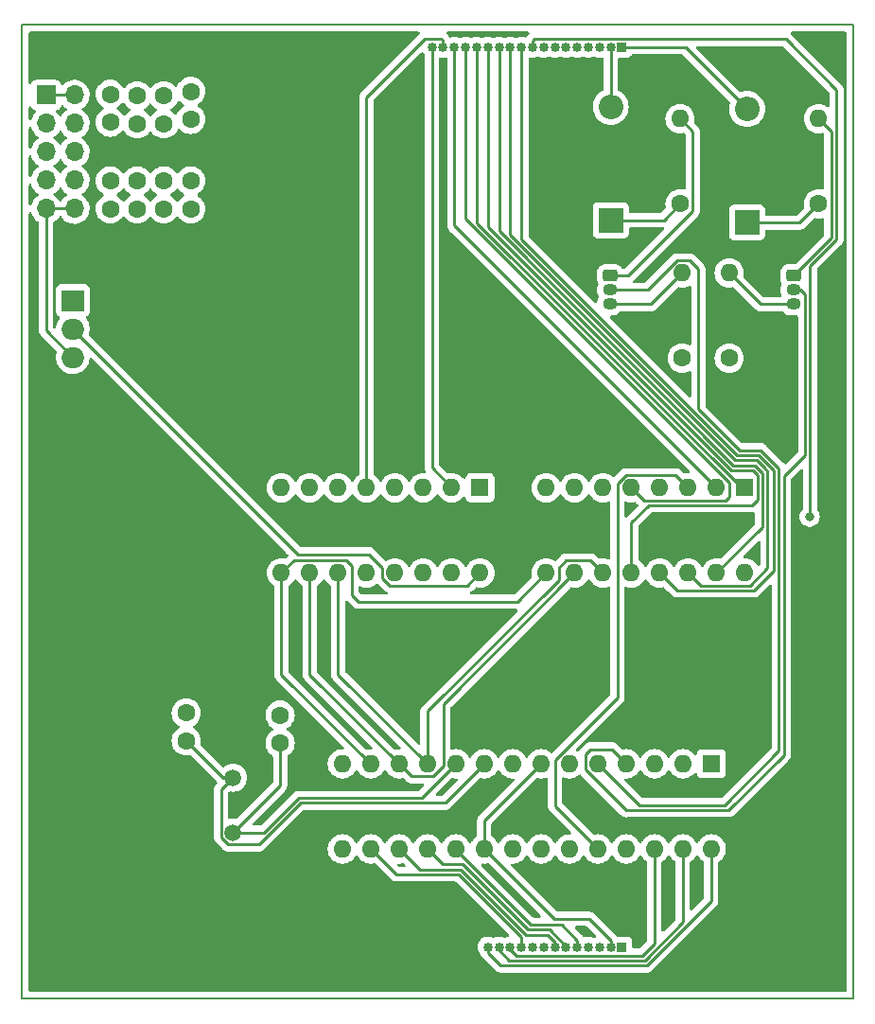
<source format=gtl>
G04 #@! TF.GenerationSoftware,KiCad,Pcbnew,6.0.5-2.fc35*
G04 #@! TF.CreationDate,2022-07-06T13:19:10+02:00*
G04 #@! TF.ProjectId,back,6261636b-2e6b-4696-9361-645f70636258,rev?*
G04 #@! TF.SameCoordinates,Original*
G04 #@! TF.FileFunction,Copper,L1,Top*
G04 #@! TF.FilePolarity,Positive*
%FSLAX46Y46*%
G04 Gerber Fmt 4.6, Leading zero omitted, Abs format (unit mm)*
G04 Created by KiCad (PCBNEW 6.0.5-2.fc35) date 2022-07-06 13:19:10*
%MOMM*%
%LPD*%
G01*
G04 APERTURE LIST*
G04 Aperture macros list*
%AMRoundRect*
0 Rectangle with rounded corners*
0 $1 Rounding radius*
0 $2 $3 $4 $5 $6 $7 $8 $9 X,Y pos of 4 corners*
0 Add a 4 corners polygon primitive as box body*
4,1,4,$2,$3,$4,$5,$6,$7,$8,$9,$2,$3,0*
0 Add four circle primitives for the rounded corners*
1,1,$1+$1,$2,$3*
1,1,$1+$1,$4,$5*
1,1,$1+$1,$6,$7*
1,1,$1+$1,$8,$9*
0 Add four rect primitives between the rounded corners*
20,1,$1+$1,$2,$3,$4,$5,0*
20,1,$1+$1,$4,$5,$6,$7,0*
20,1,$1+$1,$6,$7,$8,$9,0*
20,1,$1+$1,$8,$9,$2,$3,0*%
G04 Aperture macros list end*
G04 #@! TA.AperFunction,NonConductor*
%ADD10C,0.200000*%
G04 #@! TD*
G04 #@! TA.AperFunction,ComponentPad*
%ADD11C,1.600000*%
G04 #@! TD*
G04 #@! TA.AperFunction,ComponentPad*
%ADD12R,1.600000X1.600000*%
G04 #@! TD*
G04 #@! TA.AperFunction,ComponentPad*
%ADD13O,1.600000X1.600000*%
G04 #@! TD*
G04 #@! TA.AperFunction,ComponentPad*
%ADD14R,0.850000X0.850000*%
G04 #@! TD*
G04 #@! TA.AperFunction,ComponentPad*
%ADD15O,0.850000X0.850000*%
G04 #@! TD*
G04 #@! TA.AperFunction,ComponentPad*
%ADD16RoundRect,0.249900X-0.400100X0.275100X-0.400100X-0.275100X0.400100X-0.275100X0.400100X0.275100X0*%
G04 #@! TD*
G04 #@! TA.AperFunction,ComponentPad*
%ADD17O,1.300000X1.050000*%
G04 #@! TD*
G04 #@! TA.AperFunction,ComponentPad*
%ADD18R,2.200000X2.200000*%
G04 #@! TD*
G04 #@! TA.AperFunction,ComponentPad*
%ADD19O,2.200000X2.200000*%
G04 #@! TD*
G04 #@! TA.AperFunction,ComponentPad*
%ADD20C,1.500000*%
G04 #@! TD*
G04 #@! TA.AperFunction,ComponentPad*
%ADD21R,2.000000X1.905000*%
G04 #@! TD*
G04 #@! TA.AperFunction,ComponentPad*
%ADD22O,2.000000X1.905000*%
G04 #@! TD*
G04 #@! TA.AperFunction,ComponentPad*
%ADD23R,1.700000X1.700000*%
G04 #@! TD*
G04 #@! TA.AperFunction,ComponentPad*
%ADD24O,1.700000X1.700000*%
G04 #@! TD*
G04 #@! TA.AperFunction,ViaPad*
%ADD25C,0.800000*%
G04 #@! TD*
G04 #@! TA.AperFunction,Conductor*
%ADD26C,0.250000*%
G04 #@! TD*
G04 APERTURE END LIST*
D10*
X92900000Y-52400000D02*
X167300000Y-52400000D01*
X167300000Y-52400000D02*
X167300000Y-139500000D01*
X167300000Y-139500000D02*
X92900000Y-139500000D01*
X92900000Y-139500000D02*
X92900000Y-52400000D01*
D11*
X108000000Y-58350000D03*
X108000000Y-60850000D03*
X103200000Y-61250000D03*
X103200000Y-58750000D03*
X116000000Y-116650000D03*
X116000000Y-114150000D03*
D12*
X154600000Y-118500000D03*
D13*
X152060000Y-118500000D03*
X149520000Y-118500000D03*
X146980000Y-118500000D03*
X144440000Y-118500000D03*
X141900000Y-118500000D03*
X139360000Y-118500000D03*
X136820000Y-118500000D03*
X134280000Y-118500000D03*
X131740000Y-118500000D03*
X129200000Y-118500000D03*
X126660000Y-118500000D03*
X124120000Y-118500000D03*
X121580000Y-118500000D03*
X121580000Y-126120000D03*
X124120000Y-126120000D03*
X126660000Y-126120000D03*
X129200000Y-126120000D03*
X131740000Y-126120000D03*
X134280000Y-126120000D03*
X136820000Y-126120000D03*
X139360000Y-126120000D03*
X141900000Y-126120000D03*
X144440000Y-126120000D03*
X146980000Y-126120000D03*
X149520000Y-126120000D03*
X152060000Y-126120000D03*
X154600000Y-126120000D03*
D11*
X108000000Y-68850000D03*
X108000000Y-66350000D03*
X107600000Y-116450000D03*
X107600000Y-113950000D03*
X100800000Y-68850000D03*
X100800000Y-66350000D03*
X152000000Y-82210000D03*
D13*
X152000000Y-74590000D03*
D14*
X146600000Y-54400000D03*
D15*
X145600000Y-54400000D03*
X144600000Y-54400000D03*
X143600000Y-54400000D03*
X142600000Y-54400000D03*
X141600000Y-54400000D03*
X140600000Y-54400000D03*
X139600000Y-54400000D03*
X138600000Y-54400000D03*
X137600000Y-54400000D03*
X136600000Y-54400000D03*
X135600000Y-54400000D03*
X134600000Y-54400000D03*
X133600000Y-54400000D03*
X132600000Y-54400000D03*
X131600000Y-54400000D03*
X130600000Y-54400000D03*
X129600000Y-54400000D03*
D16*
X145530000Y-74835000D03*
D17*
X145530000Y-76105000D03*
X145530000Y-77375000D03*
D18*
X157800000Y-70080000D03*
D19*
X157800000Y-59920000D03*
D14*
X146600000Y-134900000D03*
D15*
X145600000Y-134900000D03*
X144600000Y-134900000D03*
X143600000Y-134900000D03*
X142600000Y-134900000D03*
X141600000Y-134900000D03*
X140600000Y-134900000D03*
X139600000Y-134900000D03*
X138600000Y-134900000D03*
X137600000Y-134900000D03*
X136600000Y-134900000D03*
X135600000Y-134900000D03*
X134600000Y-134900000D03*
D11*
X156200000Y-82210000D03*
D13*
X156200000Y-74590000D03*
D20*
X111800000Y-119750000D03*
X111800000Y-124650000D03*
D12*
X157600000Y-93800000D03*
D13*
X155060000Y-93800000D03*
X152520000Y-93800000D03*
X149980000Y-93800000D03*
X147440000Y-93800000D03*
X144900000Y-93800000D03*
X142360000Y-93800000D03*
X139820000Y-93800000D03*
X139820000Y-101420000D03*
X142360000Y-101420000D03*
X144900000Y-101420000D03*
X147440000Y-101420000D03*
X149980000Y-101420000D03*
X152520000Y-101420000D03*
X155060000Y-101420000D03*
X157600000Y-101420000D03*
D18*
X145600000Y-69880000D03*
D19*
X145600000Y-59720000D03*
D11*
X105600000Y-68850000D03*
X105600000Y-66350000D03*
D21*
X97455000Y-77060000D03*
D22*
X97455000Y-79600000D03*
X97455000Y-82140000D03*
D11*
X151800000Y-68410000D03*
D13*
X151800000Y-60790000D03*
D11*
X105600000Y-61250000D03*
X105600000Y-58750000D03*
D16*
X161930000Y-74835000D03*
D17*
X161930000Y-76105000D03*
X161930000Y-77375000D03*
D11*
X164200000Y-68400000D03*
D13*
X164200000Y-60780000D03*
D23*
X95060000Y-58680000D03*
D24*
X97600000Y-58680000D03*
X95060000Y-61220000D03*
X97600000Y-61220000D03*
X95060000Y-63760000D03*
X97600000Y-63760000D03*
X95060000Y-66300000D03*
X97600000Y-66300000D03*
X95060000Y-68840000D03*
X97600000Y-68840000D03*
D11*
X100800000Y-61100000D03*
X100800000Y-58600000D03*
X103200000Y-68850000D03*
X103200000Y-66350000D03*
D12*
X133900000Y-93800000D03*
D13*
X131360000Y-93800000D03*
X128820000Y-93800000D03*
X126280000Y-93800000D03*
X123740000Y-93800000D03*
X121200000Y-93800000D03*
X118660000Y-93800000D03*
X116120000Y-93800000D03*
X116120000Y-101420000D03*
X118660000Y-101420000D03*
X121200000Y-101420000D03*
X123740000Y-101420000D03*
X126280000Y-101420000D03*
X128820000Y-101420000D03*
X131360000Y-101420000D03*
X133900000Y-101420000D03*
D25*
X163400000Y-96400000D03*
D26*
X160649520Y-117350480D02*
X155800000Y-122200000D01*
X160649520Y-92057629D02*
X160649520Y-117350480D01*
X157116048Y-90451440D02*
X159043331Y-90451440D01*
X153432304Y-74232304D02*
X153432304Y-86767696D01*
X145530000Y-76105000D02*
X148894700Y-76105000D01*
X155800000Y-122200000D02*
X148140000Y-122200000D01*
X148140000Y-122200000D02*
X144440000Y-118500000D01*
X148894700Y-76105000D02*
X151534211Y-73465489D01*
X153432304Y-86767696D02*
X157116048Y-90451440D01*
X151534211Y-73465489D02*
X152665489Y-73465489D01*
X152665489Y-73465489D02*
X153432304Y-74232304D01*
X159043331Y-90451440D02*
X160649520Y-92057629D01*
X146999220Y-122649520D02*
X143315489Y-118965789D01*
X156150480Y-122649520D02*
X146999220Y-122649520D01*
X161099040Y-117700960D02*
X156150480Y-122649520D01*
X163000000Y-90899040D02*
X161099040Y-92800000D01*
X161099040Y-92800000D02*
X161099040Y-117700960D01*
X162580000Y-76105000D02*
X163000000Y-76525000D01*
X161930000Y-76105000D02*
X162580000Y-76105000D01*
X143800000Y-117200000D02*
X145680000Y-117200000D01*
X143315489Y-118965789D02*
X143315489Y-117684511D01*
X143315489Y-117684511D02*
X143800000Y-117200000D01*
X145680000Y-117200000D02*
X146980000Y-118500000D01*
X163000000Y-76525000D02*
X163000000Y-90899040D01*
X131360000Y-93800000D02*
X129600000Y-92040000D01*
X129600000Y-92040000D02*
X129600000Y-54400000D01*
X130600000Y-53798960D02*
X130451529Y-53650489D01*
X130600000Y-54400000D02*
X130600000Y-53798960D01*
X130451529Y-53650489D02*
X128949511Y-53650489D01*
X123740000Y-58860000D02*
X123740000Y-93800000D01*
X128949511Y-53650489D02*
X123740000Y-58860000D01*
X131600000Y-54400000D02*
X131600000Y-70340000D01*
X131600000Y-70340000D02*
X155060000Y-93800000D01*
X155875489Y-94924511D02*
X148564511Y-94924511D01*
X156184511Y-94615489D02*
X155875489Y-94924511D01*
X148564511Y-94924511D02*
X147440000Y-93800000D01*
X132600000Y-69749700D02*
X156184511Y-93334211D01*
X156184511Y-93334211D02*
X156184511Y-94615489D01*
X132600000Y-54400000D02*
X132600000Y-69749700D01*
X157286018Y-93800000D02*
X157600000Y-93800000D01*
X133600000Y-70113982D02*
X157286018Y-93800000D01*
X133600000Y-54400000D02*
X133600000Y-70113982D01*
X156371257Y-92249520D02*
X158298541Y-92249520D01*
X149000000Y-95374031D02*
X147440000Y-96934031D01*
X158298541Y-92249520D02*
X158724511Y-92675490D01*
X158724511Y-94875489D02*
X158225969Y-95374031D01*
X158724511Y-92675490D02*
X158724511Y-94875489D01*
X147440000Y-96934031D02*
X147440000Y-101420000D01*
X158225969Y-95374031D02*
X149000000Y-95374031D01*
X134600000Y-54400000D02*
X134600000Y-70478264D01*
X134600000Y-70478264D02*
X156371257Y-92249520D01*
X156557454Y-91800000D02*
X158484739Y-91800000D01*
X135600000Y-54400000D02*
X135600000Y-70842546D01*
X159174031Y-97305969D02*
X155060000Y-101420000D01*
X135600000Y-70842546D02*
X156557454Y-91800000D01*
X158484739Y-91800000D02*
X159174031Y-92489292D01*
X159174031Y-92489292D02*
X159174031Y-97305969D01*
X152520000Y-101420000D02*
X153644511Y-102544511D01*
X159360228Y-92039772D02*
X158670937Y-91350480D01*
X159623551Y-92303094D02*
X159360228Y-92039772D01*
X158065789Y-102544511D02*
X159623551Y-100986749D01*
X159623551Y-100986749D02*
X159623551Y-92303094D01*
X153644511Y-102544511D02*
X158065789Y-102544511D01*
X156743652Y-91350480D02*
X136600000Y-71206828D01*
X158670937Y-91350480D02*
X156743652Y-91350480D01*
X136600000Y-71206828D02*
X136600000Y-54400000D01*
X158857134Y-90900960D02*
X156929850Y-90900960D01*
X156929850Y-90900960D02*
X137600000Y-71571110D01*
X158405969Y-102994031D02*
X160200000Y-101200000D01*
X151554031Y-102994031D02*
X158405969Y-102994031D01*
X137600000Y-71571110D02*
X137600000Y-54400000D01*
X160200000Y-101200000D02*
X160200000Y-92243826D01*
X149980000Y-101420000D02*
X151554031Y-102994031D01*
X160200000Y-92243826D02*
X158857134Y-90900960D01*
X165800000Y-58200000D02*
X165800000Y-71600717D01*
X163449520Y-96350480D02*
X163400000Y-96400000D01*
X161250489Y-53650489D02*
X165800000Y-58200000D01*
X138600000Y-54400000D02*
X138600000Y-53798960D01*
X163449520Y-73951198D02*
X163449520Y-96350480D01*
X138600000Y-53798960D02*
X138748471Y-53650489D01*
X138748471Y-53650489D02*
X161250489Y-53650489D01*
X165800000Y-71600717D02*
X163449520Y-73951198D01*
X145600000Y-54400000D02*
X145600000Y-59720000D01*
X146600000Y-54400000D02*
X152280000Y-54400000D01*
X152280000Y-54400000D02*
X157800000Y-59920000D01*
X148822883Y-136548551D02*
X135748551Y-136548551D01*
X135748551Y-136548551D02*
X134600000Y-135400000D01*
X154600000Y-126120000D02*
X154600000Y-130771436D01*
X154600000Y-130771436D02*
X148822883Y-136548551D01*
X134600000Y-135400000D02*
X134600000Y-134900000D01*
X152060000Y-126120000D02*
X152060000Y-132675718D01*
X136499031Y-136099031D02*
X135600000Y-135200000D01*
X135600000Y-135200000D02*
X135600000Y-134900000D01*
X152060000Y-132675718D02*
X148636686Y-136099031D01*
X148636686Y-136099031D02*
X136499031Y-136099031D01*
X149520000Y-134580000D02*
X148450489Y-135649511D01*
X137149511Y-135649511D02*
X136600000Y-135100000D01*
X136600000Y-135100000D02*
X136600000Y-134900000D01*
X149520000Y-126120000D02*
X149520000Y-134580000D01*
X148450489Y-135649511D02*
X137149511Y-135649511D01*
X140600000Y-118200000D02*
X140600000Y-122280000D01*
X146200000Y-112600000D02*
X140600000Y-118200000D01*
X146200000Y-93449700D02*
X146200000Y-112600000D01*
X152520000Y-93800000D02*
X151395489Y-92675489D01*
X146974211Y-92675489D02*
X146200000Y-93449700D01*
X151395489Y-92675489D02*
X146974211Y-92675489D01*
X140600000Y-122280000D02*
X144440000Y-126120000D01*
X142600000Y-134900000D02*
X142600000Y-134298960D01*
X131740000Y-126240000D02*
X131740000Y-126120000D01*
X141201040Y-132900000D02*
X138400000Y-132900000D01*
X142600000Y-134298960D02*
X141201040Y-132900000D01*
X138400000Y-132900000D02*
X131740000Y-126240000D01*
X130580000Y-127500000D02*
X132364282Y-127500000D01*
X141600000Y-134840030D02*
X141600000Y-134900000D01*
X129200000Y-126120000D02*
X130580000Y-127500000D01*
X132364282Y-127500000D02*
X138213802Y-133349520D01*
X138213802Y-133349520D02*
X140109490Y-133349520D01*
X140109490Y-133349520D02*
X141600000Y-134840030D01*
X139923292Y-133799040D02*
X140600000Y-134475748D01*
X128489520Y-127949520D02*
X132178084Y-127949520D01*
X132178084Y-127949520D02*
X138027605Y-133799040D01*
X138027605Y-133799040D02*
X139923292Y-133799040D01*
X126660000Y-126120000D02*
X128489520Y-127949520D01*
X140600000Y-134475748D02*
X140600000Y-134900000D01*
X137600000Y-134007154D02*
X137600000Y-134900000D01*
X126399040Y-128399040D02*
X131991886Y-128399040D01*
X131991886Y-128399040D02*
X137600000Y-134007154D01*
X124120000Y-126120000D02*
X126399040Y-128399040D01*
X137240000Y-104000000D02*
X123000000Y-104000000D01*
X116120000Y-110500000D02*
X124120000Y-118500000D01*
X116120000Y-101420000D02*
X116120000Y-110500000D01*
X122400000Y-100800000D02*
X121895489Y-100295489D01*
X123000000Y-104000000D02*
X122400000Y-103400000D01*
X117244511Y-100295489D02*
X116120000Y-101420000D01*
X139820000Y-101420000D02*
X137240000Y-104000000D01*
X121895489Y-100295489D02*
X117244511Y-100295489D01*
X122400000Y-103400000D02*
X122400000Y-100800000D01*
X127784511Y-119624511D02*
X126660000Y-118500000D01*
X130615489Y-113164511D02*
X130615489Y-118685471D01*
X130615489Y-118685471D02*
X129676449Y-119624511D01*
X142360000Y-101420000D02*
X130615489Y-113164511D01*
X118660000Y-101420000D02*
X118660000Y-110500000D01*
X129676449Y-119624511D02*
X127784511Y-119624511D01*
X118660000Y-110500000D02*
X126660000Y-118500000D01*
X143775489Y-100295489D02*
X141603233Y-100295489D01*
X129200000Y-113800000D02*
X129200000Y-118500000D01*
X121200000Y-110500000D02*
X129200000Y-118500000D01*
X121200000Y-101420000D02*
X121200000Y-110500000D01*
X141603233Y-100295489D02*
X140944511Y-100954211D01*
X144900000Y-101420000D02*
X143775489Y-100295489D01*
X140944511Y-100954211D02*
X140944511Y-102055489D01*
X140944511Y-102055489D02*
X129200000Y-113800000D01*
X111800000Y-124650000D02*
X114550000Y-124650000D01*
X128689520Y-121550480D02*
X131740000Y-118500000D01*
X116000000Y-120450000D02*
X111800000Y-124650000D01*
X116000000Y-116650000D02*
X116000000Y-120450000D01*
X117649521Y-121550480D02*
X128689520Y-121550480D01*
X114550000Y-124650000D02*
X117649521Y-121550480D01*
X110725489Y-125095078D02*
X111354922Y-125724511D01*
X107600000Y-116450000D02*
X110900000Y-119750000D01*
X130780000Y-122000000D02*
X134280000Y-118500000D01*
X117835718Y-122000000D02*
X130780000Y-122000000D01*
X114111207Y-125724511D02*
X117835718Y-122000000D01*
X111354922Y-125724511D02*
X114111207Y-125724511D01*
X110900000Y-119750000D02*
X111800000Y-119750000D01*
X111800000Y-119750000D02*
X110725489Y-120824511D01*
X110725489Y-120824511D02*
X110725489Y-125095078D01*
X149215000Y-77375000D02*
X152000000Y-74590000D01*
X145530000Y-77375000D02*
X149215000Y-77375000D01*
X151800000Y-60790000D02*
X152924511Y-61914511D01*
X147165000Y-74835000D02*
X145530000Y-74835000D01*
X152924511Y-61914511D02*
X152924511Y-69075489D01*
X152924511Y-69075489D02*
X147165000Y-74835000D01*
X161930000Y-77375000D02*
X158985000Y-77375000D01*
X158985000Y-77375000D02*
X156200000Y-74590000D01*
X165324511Y-61904511D02*
X165324511Y-71440489D01*
X165324511Y-71440489D02*
X161930000Y-74835000D01*
X164200000Y-60780000D02*
X165324511Y-61904511D01*
X157800000Y-70080000D02*
X162520000Y-70080000D01*
X162520000Y-70080000D02*
X164200000Y-68400000D01*
X150330000Y-69880000D02*
X151800000Y-68410000D01*
X145600000Y-69880000D02*
X150330000Y-69880000D01*
X95060000Y-79745000D02*
X95060000Y-68840000D01*
X95060000Y-68840000D02*
X97600000Y-68840000D01*
X97455000Y-82140000D02*
X95060000Y-79745000D01*
X125155489Y-100954211D02*
X125155489Y-101885789D01*
X132775489Y-102544511D02*
X133900000Y-101420000D01*
X125155489Y-101885789D02*
X125814211Y-102544511D01*
X123951758Y-99750480D02*
X125155489Y-100954211D01*
X134280000Y-126120000D02*
X140530000Y-132370000D01*
X134280000Y-123580000D02*
X139360000Y-118500000D01*
X134280000Y-126120000D02*
X134280000Y-123580000D01*
X125814211Y-102544511D02*
X132775489Y-102544511D01*
X117605480Y-99750480D02*
X123951758Y-99750480D01*
X143671040Y-132370000D02*
X145600000Y-134298960D01*
X97455000Y-79600000D02*
X117605480Y-99750480D01*
X145600000Y-134298960D02*
X145600000Y-134900000D01*
X140530000Y-132370000D02*
X143671040Y-132370000D01*
X95060000Y-58680000D02*
X97600000Y-58680000D01*
G04 #@! TA.AperFunction,NonConductor*
G36*
X138257749Y-53028502D02*
G01*
X138304242Y-53082158D01*
X138314346Y-53152432D01*
X138286714Y-53214814D01*
X138283180Y-53219086D01*
X138275189Y-53227867D01*
X138207749Y-53295307D01*
X138199463Y-53302847D01*
X138192982Y-53306960D01*
X138187555Y-53312739D01*
X138187554Y-53312740D01*
X138146356Y-53356612D01*
X138143601Y-53359454D01*
X138123865Y-53379190D01*
X138121385Y-53382387D01*
X138113682Y-53391407D01*
X138083414Y-53423639D01*
X138079595Y-53430585D01*
X138079593Y-53430588D01*
X138073652Y-53441394D01*
X138062801Y-53457913D01*
X138055077Y-53467872D01*
X138050540Y-53473721D01*
X137992986Y-53515289D01*
X137922094Y-53519143D01*
X137899726Y-53511603D01*
X137896091Y-53509984D01*
X137896083Y-53509981D01*
X137890056Y-53507298D01*
X137794085Y-53486899D01*
X137704572Y-53467872D01*
X137704568Y-53467872D01*
X137698115Y-53466500D01*
X137501885Y-53466500D01*
X137495432Y-53467872D01*
X137495428Y-53467872D01*
X137405915Y-53486899D01*
X137309944Y-53507298D01*
X137303914Y-53509983D01*
X137303913Y-53509983D01*
X137282769Y-53519397D01*
X137151248Y-53577954D01*
X137080882Y-53587388D01*
X137048753Y-53577955D01*
X136917231Y-53519397D01*
X136896087Y-53509983D01*
X136896086Y-53509983D01*
X136890056Y-53507298D01*
X136794085Y-53486899D01*
X136704572Y-53467872D01*
X136704568Y-53467872D01*
X136698115Y-53466500D01*
X136501885Y-53466500D01*
X136495432Y-53467872D01*
X136495428Y-53467872D01*
X136405915Y-53486899D01*
X136309944Y-53507298D01*
X136303914Y-53509983D01*
X136303913Y-53509983D01*
X136282769Y-53519397D01*
X136151248Y-53577954D01*
X136080882Y-53587388D01*
X136048753Y-53577955D01*
X135917231Y-53519397D01*
X135896087Y-53509983D01*
X135896086Y-53509983D01*
X135890056Y-53507298D01*
X135794085Y-53486899D01*
X135704572Y-53467872D01*
X135704568Y-53467872D01*
X135698115Y-53466500D01*
X135501885Y-53466500D01*
X135495432Y-53467872D01*
X135495428Y-53467872D01*
X135405915Y-53486899D01*
X135309944Y-53507298D01*
X135303914Y-53509983D01*
X135303913Y-53509983D01*
X135282769Y-53519397D01*
X135151248Y-53577954D01*
X135080882Y-53587388D01*
X135048753Y-53577955D01*
X134917231Y-53519397D01*
X134896087Y-53509983D01*
X134896086Y-53509983D01*
X134890056Y-53507298D01*
X134794085Y-53486899D01*
X134704572Y-53467872D01*
X134704568Y-53467872D01*
X134698115Y-53466500D01*
X134501885Y-53466500D01*
X134495432Y-53467872D01*
X134495428Y-53467872D01*
X134405915Y-53486899D01*
X134309944Y-53507298D01*
X134303914Y-53509983D01*
X134303913Y-53509983D01*
X134282769Y-53519397D01*
X134151248Y-53577954D01*
X134080882Y-53587388D01*
X134048753Y-53577955D01*
X133917231Y-53519397D01*
X133896087Y-53509983D01*
X133896086Y-53509983D01*
X133890056Y-53507298D01*
X133794085Y-53486899D01*
X133704572Y-53467872D01*
X133704568Y-53467872D01*
X133698115Y-53466500D01*
X133501885Y-53466500D01*
X133495432Y-53467872D01*
X133495428Y-53467872D01*
X133405915Y-53486899D01*
X133309944Y-53507298D01*
X133303914Y-53509983D01*
X133303913Y-53509983D01*
X133282769Y-53519397D01*
X133151248Y-53577954D01*
X133080882Y-53587388D01*
X133048753Y-53577955D01*
X132917231Y-53519397D01*
X132896087Y-53509983D01*
X132896086Y-53509983D01*
X132890056Y-53507298D01*
X132794085Y-53486899D01*
X132704572Y-53467872D01*
X132704568Y-53467872D01*
X132698115Y-53466500D01*
X132501885Y-53466500D01*
X132495432Y-53467872D01*
X132495428Y-53467872D01*
X132405915Y-53486899D01*
X132309944Y-53507298D01*
X132303914Y-53509983D01*
X132303913Y-53509983D01*
X132282769Y-53519397D01*
X132151248Y-53577954D01*
X132080882Y-53587388D01*
X132048753Y-53577955D01*
X131917231Y-53519397D01*
X131896087Y-53509983D01*
X131896086Y-53509983D01*
X131890056Y-53507298D01*
X131794085Y-53486899D01*
X131704572Y-53467872D01*
X131704568Y-53467872D01*
X131698115Y-53466500D01*
X131501885Y-53466500D01*
X131495432Y-53467872D01*
X131495428Y-53467872D01*
X131405915Y-53486899D01*
X131309944Y-53507298D01*
X131300275Y-53511603D01*
X131298283Y-53512490D01*
X131227917Y-53521926D01*
X131163619Y-53491820D01*
X131145096Y-53471445D01*
X131133565Y-53455574D01*
X131127048Y-53445653D01*
X131108580Y-53414425D01*
X131108578Y-53414422D01*
X131104542Y-53407598D01*
X131090218Y-53393274D01*
X131077383Y-53378247D01*
X131065472Y-53361853D01*
X131031402Y-53333668D01*
X131022622Y-53325678D01*
X130955182Y-53258238D01*
X130947642Y-53249952D01*
X130943529Y-53243471D01*
X130925297Y-53226350D01*
X130889332Y-53165137D01*
X130892170Y-53094197D01*
X130932910Y-53036053D01*
X130998618Y-53009165D01*
X131011550Y-53008500D01*
X138189628Y-53008500D01*
X138257749Y-53028502D01*
G37*
G04 #@! TD.AperFunction*
G04 #@! TA.AperFunction,NonConductor*
G36*
X96583150Y-59593126D02*
G01*
X96617817Y-59621114D01*
X96646250Y-59653938D01*
X96818126Y-59796632D01*
X96828204Y-59802521D01*
X96891445Y-59839476D01*
X96940169Y-59891114D01*
X96953240Y-59960897D01*
X96926509Y-60026669D01*
X96886055Y-60060027D01*
X96873607Y-60066507D01*
X96869474Y-60069610D01*
X96869471Y-60069612D01*
X96699100Y-60197530D01*
X96694965Y-60200635D01*
X96540629Y-60362138D01*
X96433201Y-60519621D01*
X96378293Y-60564621D01*
X96307768Y-60572792D01*
X96244021Y-60541538D01*
X96223324Y-60517054D01*
X96142822Y-60392617D01*
X96142820Y-60392614D01*
X96140014Y-60388277D01*
X96136532Y-60384450D01*
X95992798Y-60226488D01*
X95961746Y-60162642D01*
X95970141Y-60092143D01*
X96015317Y-60037375D01*
X96041761Y-60023706D01*
X96148297Y-59983767D01*
X96156705Y-59980615D01*
X96273261Y-59893261D01*
X96360615Y-59776705D01*
X96365346Y-59764086D01*
X96404598Y-59659382D01*
X96447240Y-59602618D01*
X96513802Y-59577918D01*
X96583150Y-59593126D01*
G37*
G04 #@! TD.AperFunction*
G04 #@! TA.AperFunction,NonConductor*
G36*
X93717012Y-59707297D02*
G01*
X93752482Y-59758292D01*
X93756232Y-59768295D01*
X93759385Y-59776705D01*
X93846739Y-59893261D01*
X93963295Y-59980615D01*
X93971704Y-59983767D01*
X93971705Y-59983768D01*
X94080451Y-60024535D01*
X94137216Y-60067176D01*
X94161916Y-60133738D01*
X94146709Y-60203087D01*
X94127316Y-60229568D01*
X94000629Y-60362138D01*
X93874743Y-60546680D01*
X93780688Y-60749305D01*
X93755917Y-60838626D01*
X93718438Y-60898923D01*
X93654309Y-60929386D01*
X93583891Y-60920342D01*
X93529541Y-60874663D01*
X93508500Y-60804953D01*
X93508500Y-59802521D01*
X93528502Y-59734400D01*
X93582158Y-59687907D01*
X93652432Y-59677803D01*
X93717012Y-59707297D01*
G37*
G04 #@! TD.AperFunction*
G04 #@! TA.AperFunction,NonConductor*
G36*
X96412026Y-61895144D02*
G01*
X96439875Y-61926994D01*
X96499987Y-62025088D01*
X96646250Y-62193938D01*
X96818126Y-62336632D01*
X96888595Y-62377811D01*
X96891445Y-62379476D01*
X96940169Y-62431114D01*
X96953240Y-62500897D01*
X96926509Y-62566669D01*
X96886055Y-62600027D01*
X96873607Y-62606507D01*
X96869474Y-62609610D01*
X96869471Y-62609612D01*
X96845247Y-62627800D01*
X96694965Y-62740635D01*
X96540629Y-62902138D01*
X96433201Y-63059621D01*
X96378293Y-63104621D01*
X96307768Y-63112792D01*
X96244021Y-63081538D01*
X96223324Y-63057054D01*
X96142822Y-62932617D01*
X96142820Y-62932614D01*
X96140014Y-62928277D01*
X95989670Y-62763051D01*
X95985619Y-62759852D01*
X95985615Y-62759848D01*
X95818414Y-62627800D01*
X95818410Y-62627798D01*
X95814359Y-62624598D01*
X95773053Y-62601796D01*
X95723084Y-62551364D01*
X95708312Y-62481921D01*
X95733428Y-62415516D01*
X95760780Y-62388909D01*
X95804603Y-62357650D01*
X95939860Y-62261173D01*
X95944853Y-62256198D01*
X96094435Y-62107137D01*
X96098096Y-62103489D01*
X96101213Y-62099152D01*
X96228453Y-61922077D01*
X96229776Y-61923028D01*
X96276645Y-61879857D01*
X96346580Y-61867625D01*
X96412026Y-61895144D01*
G37*
G04 #@! TD.AperFunction*
G04 #@! TA.AperFunction,NonConductor*
G36*
X93717012Y-61552107D02*
G01*
X93755396Y-61611833D01*
X93757416Y-61619624D01*
X93759222Y-61627639D01*
X93818152Y-61772766D01*
X93832054Y-61807003D01*
X93843266Y-61834616D01*
X93881850Y-61897579D01*
X93957291Y-62020688D01*
X93959987Y-62025088D01*
X94106250Y-62193938D01*
X94278126Y-62336632D01*
X94348595Y-62377811D01*
X94351445Y-62379476D01*
X94400169Y-62431114D01*
X94413240Y-62500897D01*
X94386509Y-62566669D01*
X94346055Y-62600027D01*
X94333607Y-62606507D01*
X94329474Y-62609610D01*
X94329471Y-62609612D01*
X94305247Y-62627800D01*
X94154965Y-62740635D01*
X94000629Y-62902138D01*
X93874743Y-63086680D01*
X93780688Y-63289305D01*
X93755917Y-63378626D01*
X93718438Y-63438923D01*
X93654309Y-63469386D01*
X93583891Y-63460342D01*
X93529541Y-63414663D01*
X93508500Y-63344953D01*
X93508500Y-61647331D01*
X93528502Y-61579210D01*
X93582158Y-61532717D01*
X93652432Y-61522613D01*
X93717012Y-61552107D01*
G37*
G04 #@! TD.AperFunction*
G04 #@! TA.AperFunction,NonConductor*
G36*
X96412026Y-64435144D02*
G01*
X96439875Y-64466994D01*
X96499987Y-64565088D01*
X96646250Y-64733938D01*
X96818126Y-64876632D01*
X96888595Y-64917811D01*
X96891445Y-64919476D01*
X96940169Y-64971114D01*
X96953240Y-65040897D01*
X96926509Y-65106669D01*
X96886055Y-65140027D01*
X96873607Y-65146507D01*
X96869474Y-65149610D01*
X96869471Y-65149612D01*
X96845247Y-65167800D01*
X96694965Y-65280635D01*
X96540629Y-65442138D01*
X96433201Y-65599621D01*
X96378293Y-65644621D01*
X96307768Y-65652792D01*
X96244021Y-65621538D01*
X96223324Y-65597054D01*
X96142822Y-65472617D01*
X96142820Y-65472614D01*
X96140014Y-65468277D01*
X95989670Y-65303051D01*
X95985619Y-65299852D01*
X95985615Y-65299848D01*
X95818414Y-65167800D01*
X95818410Y-65167798D01*
X95814359Y-65164598D01*
X95773053Y-65141796D01*
X95723084Y-65091364D01*
X95708312Y-65021921D01*
X95733428Y-64955516D01*
X95760780Y-64928909D01*
X95804603Y-64897650D01*
X95939860Y-64801173D01*
X96098096Y-64643489D01*
X96157594Y-64560689D01*
X96228453Y-64462077D01*
X96229776Y-64463028D01*
X96276645Y-64419857D01*
X96346580Y-64407625D01*
X96412026Y-64435144D01*
G37*
G04 #@! TD.AperFunction*
G04 #@! TA.AperFunction,NonConductor*
G36*
X93717012Y-64092107D02*
G01*
X93755396Y-64151833D01*
X93757416Y-64159624D01*
X93759222Y-64167639D01*
X93843266Y-64374616D01*
X93894019Y-64457438D01*
X93957291Y-64560688D01*
X93959987Y-64565088D01*
X94106250Y-64733938D01*
X94278126Y-64876632D01*
X94348595Y-64917811D01*
X94351445Y-64919476D01*
X94400169Y-64971114D01*
X94413240Y-65040897D01*
X94386509Y-65106669D01*
X94346055Y-65140027D01*
X94333607Y-65146507D01*
X94329474Y-65149610D01*
X94329471Y-65149612D01*
X94305247Y-65167800D01*
X94154965Y-65280635D01*
X94000629Y-65442138D01*
X93874743Y-65626680D01*
X93780688Y-65829305D01*
X93759400Y-65906067D01*
X93755917Y-65918626D01*
X93718438Y-65978923D01*
X93654309Y-66009386D01*
X93583891Y-66000342D01*
X93529541Y-65954663D01*
X93508500Y-65884953D01*
X93508500Y-64187331D01*
X93528502Y-64119210D01*
X93582158Y-64072717D01*
X93652432Y-64062613D01*
X93717012Y-64092107D01*
G37*
G04 #@! TD.AperFunction*
G04 #@! TA.AperFunction,NonConductor*
G36*
X96412026Y-66975144D02*
G01*
X96439875Y-67006994D01*
X96499987Y-67105088D01*
X96646250Y-67273938D01*
X96818126Y-67416632D01*
X96888595Y-67457811D01*
X96891445Y-67459476D01*
X96940169Y-67511114D01*
X96953240Y-67580897D01*
X96926509Y-67646669D01*
X96886055Y-67680027D01*
X96873607Y-67686507D01*
X96869474Y-67689610D01*
X96869471Y-67689612D01*
X96790716Y-67748743D01*
X96694965Y-67820635D01*
X96540629Y-67982138D01*
X96433201Y-68139621D01*
X96378293Y-68184621D01*
X96307768Y-68192792D01*
X96244021Y-68161538D01*
X96223324Y-68137054D01*
X96142822Y-68012617D01*
X96142820Y-68012614D01*
X96140014Y-68008277D01*
X95989670Y-67843051D01*
X95985619Y-67839852D01*
X95985615Y-67839848D01*
X95818414Y-67707800D01*
X95818410Y-67707798D01*
X95814359Y-67704598D01*
X95773053Y-67681796D01*
X95723084Y-67631364D01*
X95708312Y-67561921D01*
X95733428Y-67495516D01*
X95760780Y-67468909D01*
X95804603Y-67437650D01*
X95939860Y-67341173D01*
X96008797Y-67272477D01*
X96021209Y-67260107D01*
X96098096Y-67183489D01*
X96103682Y-67175716D01*
X96228453Y-67002077D01*
X96229776Y-67003028D01*
X96276645Y-66959857D01*
X96346580Y-66947625D01*
X96412026Y-66975144D01*
G37*
G04 #@! TD.AperFunction*
G04 #@! TA.AperFunction,NonConductor*
G36*
X93717012Y-66632107D02*
G01*
X93755396Y-66691833D01*
X93757416Y-66699624D01*
X93759222Y-66707639D01*
X93843266Y-66914616D01*
X93894019Y-66997438D01*
X93957291Y-67100688D01*
X93959987Y-67105088D01*
X94106250Y-67273938D01*
X94278126Y-67416632D01*
X94348595Y-67457811D01*
X94351445Y-67459476D01*
X94400169Y-67511114D01*
X94413240Y-67580897D01*
X94386509Y-67646669D01*
X94346055Y-67680027D01*
X94333607Y-67686507D01*
X94329474Y-67689610D01*
X94329471Y-67689612D01*
X94250716Y-67748743D01*
X94154965Y-67820635D01*
X94000629Y-67982138D01*
X93874743Y-68166680D01*
X93859003Y-68200590D01*
X93800217Y-68327234D01*
X93780688Y-68369305D01*
X93755917Y-68458626D01*
X93718438Y-68518923D01*
X93654309Y-68549386D01*
X93583891Y-68540342D01*
X93529541Y-68494663D01*
X93508500Y-68424953D01*
X93508500Y-66727331D01*
X93528502Y-66659210D01*
X93582158Y-66612717D01*
X93652432Y-66602613D01*
X93717012Y-66632107D01*
G37*
G04 #@! TD.AperFunction*
G04 #@! TA.AperFunction,NonConductor*
G36*
X152754559Y-75763186D02*
G01*
X152793415Y-75822606D01*
X152798804Y-75859062D01*
X152798804Y-80940938D01*
X152778802Y-81009059D01*
X152725146Y-81055552D01*
X152654872Y-81065656D01*
X152619554Y-81055133D01*
X152454225Y-80978039D01*
X152454224Y-80978039D01*
X152449243Y-80975716D01*
X152443935Y-80974294D01*
X152443933Y-80974293D01*
X152233402Y-80917881D01*
X152233400Y-80917881D01*
X152228087Y-80916457D01*
X152000000Y-80896502D01*
X151771913Y-80916457D01*
X151766600Y-80917881D01*
X151766598Y-80917881D01*
X151556067Y-80974293D01*
X151556065Y-80974294D01*
X151550757Y-80975716D01*
X151545776Y-80978039D01*
X151545775Y-80978039D01*
X151348238Y-81070151D01*
X151348233Y-81070154D01*
X151343251Y-81072477D01*
X151238389Y-81145902D01*
X151160211Y-81200643D01*
X151160208Y-81200645D01*
X151155700Y-81203802D01*
X150993802Y-81365700D01*
X150862477Y-81553251D01*
X150860154Y-81558233D01*
X150860151Y-81558238D01*
X150795524Y-81696833D01*
X150765716Y-81760757D01*
X150764294Y-81766065D01*
X150764293Y-81766067D01*
X150707881Y-81976598D01*
X150706457Y-81981913D01*
X150686502Y-82210000D01*
X150706457Y-82438087D01*
X150765716Y-82659243D01*
X150768039Y-82664224D01*
X150768039Y-82664225D01*
X150860151Y-82861762D01*
X150860154Y-82861767D01*
X150862477Y-82866749D01*
X150993802Y-83054300D01*
X151155700Y-83216198D01*
X151160208Y-83219355D01*
X151160211Y-83219357D01*
X151201196Y-83248055D01*
X151343251Y-83347523D01*
X151348233Y-83349846D01*
X151348238Y-83349849D01*
X151524407Y-83431997D01*
X151550757Y-83444284D01*
X151556065Y-83445706D01*
X151556067Y-83445707D01*
X151766598Y-83502119D01*
X151766600Y-83502119D01*
X151771913Y-83503543D01*
X152000000Y-83523498D01*
X152228087Y-83503543D01*
X152233400Y-83502119D01*
X152233402Y-83502119D01*
X152443933Y-83445707D01*
X152443935Y-83445706D01*
X152449243Y-83444284D01*
X152481613Y-83429190D01*
X152619554Y-83364867D01*
X152689746Y-83354206D01*
X152754559Y-83383186D01*
X152793415Y-83442606D01*
X152798804Y-83479062D01*
X152798804Y-85569820D01*
X152778802Y-85637941D01*
X152725146Y-85684434D01*
X152654872Y-85694538D01*
X152590292Y-85665044D01*
X152583709Y-85658915D01*
X145548389Y-78623595D01*
X145514363Y-78561283D01*
X145519428Y-78490468D01*
X145561975Y-78433632D01*
X145628495Y-78408821D01*
X145637484Y-78408500D01*
X145706004Y-78408500D01*
X145856713Y-78393723D01*
X146050742Y-78335142D01*
X146229698Y-78239990D01*
X146386763Y-78111890D01*
X146399247Y-78096800D01*
X146431992Y-78057217D01*
X146434501Y-78054184D01*
X146493333Y-78014447D01*
X146531585Y-78008500D01*
X149136233Y-78008500D01*
X149147416Y-78009027D01*
X149154909Y-78010702D01*
X149162835Y-78010453D01*
X149162836Y-78010453D01*
X149222986Y-78008562D01*
X149226945Y-78008500D01*
X149254856Y-78008500D01*
X149258791Y-78008003D01*
X149258856Y-78007995D01*
X149270693Y-78007062D01*
X149302951Y-78006048D01*
X149306970Y-78005922D01*
X149314889Y-78005673D01*
X149334343Y-78000021D01*
X149353700Y-77996013D01*
X149365930Y-77994468D01*
X149365931Y-77994468D01*
X149373797Y-77993474D01*
X149381168Y-77990555D01*
X149381170Y-77990555D01*
X149414912Y-77977196D01*
X149426142Y-77973351D01*
X149460983Y-77963229D01*
X149460984Y-77963229D01*
X149468593Y-77961018D01*
X149475412Y-77956985D01*
X149475417Y-77956983D01*
X149486028Y-77950707D01*
X149503776Y-77942012D01*
X149522617Y-77934552D01*
X149558387Y-77908564D01*
X149568307Y-77902048D01*
X149599535Y-77883580D01*
X149599538Y-77883578D01*
X149606362Y-77879542D01*
X149620683Y-77865221D01*
X149635717Y-77852380D01*
X149645694Y-77845131D01*
X149652107Y-77840472D01*
X149680298Y-77806395D01*
X149688288Y-77797616D01*
X151586752Y-75899152D01*
X151649064Y-75865126D01*
X151708459Y-75866541D01*
X151766591Y-75882118D01*
X151766602Y-75882120D01*
X151771913Y-75883543D01*
X152000000Y-75903498D01*
X152228087Y-75883543D01*
X152233400Y-75882119D01*
X152233402Y-75882119D01*
X152443933Y-75825707D01*
X152443935Y-75825706D01*
X152449243Y-75824284D01*
X152619555Y-75744867D01*
X152689746Y-75734206D01*
X152754559Y-75763186D01*
G37*
G04 #@! TD.AperFunction*
G04 #@! TA.AperFunction,NonConductor*
G36*
X161004016Y-54303991D02*
G01*
X161024990Y-54320894D01*
X165129595Y-58425499D01*
X165163621Y-58487811D01*
X165166500Y-58514594D01*
X165166500Y-59617323D01*
X165146498Y-59685444D01*
X165092842Y-59731937D01*
X165022568Y-59742041D01*
X164968229Y-59720536D01*
X164861258Y-59645634D01*
X164861256Y-59645633D01*
X164856749Y-59642477D01*
X164851767Y-59640154D01*
X164851762Y-59640151D01*
X164654225Y-59548039D01*
X164654224Y-59548039D01*
X164649243Y-59545716D01*
X164643935Y-59544294D01*
X164643933Y-59544293D01*
X164433402Y-59487881D01*
X164433400Y-59487881D01*
X164428087Y-59486457D01*
X164200000Y-59466502D01*
X163971913Y-59486457D01*
X163966600Y-59487881D01*
X163966598Y-59487881D01*
X163756067Y-59544293D01*
X163756065Y-59544294D01*
X163750757Y-59545716D01*
X163745776Y-59548039D01*
X163745775Y-59548039D01*
X163548238Y-59640151D01*
X163548233Y-59640154D01*
X163543251Y-59642477D01*
X163450679Y-59707297D01*
X163360211Y-59770643D01*
X163360208Y-59770645D01*
X163355700Y-59773802D01*
X163193802Y-59935700D01*
X163190645Y-59940208D01*
X163190643Y-59940211D01*
X163147516Y-60001803D01*
X163062477Y-60123251D01*
X163060154Y-60128233D01*
X163060151Y-60128238D01*
X163000715Y-60255700D01*
X162965716Y-60330757D01*
X162964294Y-60336065D01*
X162964293Y-60336067D01*
X162915110Y-60519618D01*
X162906457Y-60551913D01*
X162886502Y-60780000D01*
X162906457Y-61008087D01*
X162907881Y-61013400D01*
X162907881Y-61013402D01*
X162963807Y-61222117D01*
X162965716Y-61229243D01*
X162968039Y-61234224D01*
X162968039Y-61234225D01*
X163060151Y-61431762D01*
X163060154Y-61431767D01*
X163062477Y-61436749D01*
X163114648Y-61511257D01*
X163162230Y-61579210D01*
X163193802Y-61624300D01*
X163355700Y-61786198D01*
X163360208Y-61789355D01*
X163360211Y-61789357D01*
X163418011Y-61829829D01*
X163543251Y-61917523D01*
X163548233Y-61919846D01*
X163548238Y-61919849D01*
X163705711Y-61993279D01*
X163750757Y-62014284D01*
X163756065Y-62015706D01*
X163756067Y-62015707D01*
X163966598Y-62072119D01*
X163966600Y-62072119D01*
X163971913Y-62073543D01*
X164200000Y-62093498D01*
X164428087Y-62073543D01*
X164433398Y-62072120D01*
X164433409Y-62072118D01*
X164491541Y-62056541D01*
X164562517Y-62058230D01*
X164613248Y-62089152D01*
X164654106Y-62130010D01*
X164688132Y-62192322D01*
X164691011Y-62219105D01*
X164691011Y-67012701D01*
X164671009Y-67080822D01*
X164617353Y-67127315D01*
X164547079Y-67137419D01*
X164532407Y-67134410D01*
X164428087Y-67106457D01*
X164200000Y-67086502D01*
X163971913Y-67106457D01*
X163966600Y-67107881D01*
X163966598Y-67107881D01*
X163756067Y-67164293D01*
X163756065Y-67164294D01*
X163750757Y-67165716D01*
X163745776Y-67168039D01*
X163745775Y-67168039D01*
X163548238Y-67260151D01*
X163548233Y-67260154D01*
X163543251Y-67262477D01*
X163438389Y-67335902D01*
X163360211Y-67390643D01*
X163360208Y-67390645D01*
X163355700Y-67393802D01*
X163193802Y-67555700D01*
X163190645Y-67560208D01*
X163190643Y-67560211D01*
X163165137Y-67596638D01*
X163062477Y-67743251D01*
X163060154Y-67748233D01*
X163060151Y-67748238D01*
X163014159Y-67846870D01*
X162965716Y-67950757D01*
X162964294Y-67956065D01*
X162964293Y-67956067D01*
X162909237Y-68161538D01*
X162906457Y-68171913D01*
X162886502Y-68400000D01*
X162906457Y-68628087D01*
X162907879Y-68633392D01*
X162907881Y-68633406D01*
X162923459Y-68691539D01*
X162921771Y-68762516D01*
X162890848Y-68813248D01*
X162294499Y-69409596D01*
X162232187Y-69443621D01*
X162205404Y-69446500D01*
X159534500Y-69446500D01*
X159466379Y-69426498D01*
X159419886Y-69372842D01*
X159408500Y-69320500D01*
X159408500Y-68931866D01*
X159401745Y-68869684D01*
X159350615Y-68733295D01*
X159263261Y-68616739D01*
X159146705Y-68529385D01*
X159010316Y-68478255D01*
X158948134Y-68471500D01*
X156651866Y-68471500D01*
X156589684Y-68478255D01*
X156453295Y-68529385D01*
X156336739Y-68616739D01*
X156249385Y-68733295D01*
X156198255Y-68869684D01*
X156191500Y-68931866D01*
X156191500Y-71228134D01*
X156198255Y-71290316D01*
X156249385Y-71426705D01*
X156336739Y-71543261D01*
X156453295Y-71630615D01*
X156589684Y-71681745D01*
X156651866Y-71688500D01*
X158948134Y-71688500D01*
X159010316Y-71681745D01*
X159146705Y-71630615D01*
X159263261Y-71543261D01*
X159350615Y-71426705D01*
X159401745Y-71290316D01*
X159408500Y-71228134D01*
X159408500Y-70839500D01*
X159428502Y-70771379D01*
X159482158Y-70724886D01*
X159534500Y-70713500D01*
X162441233Y-70713500D01*
X162452416Y-70714027D01*
X162459909Y-70715702D01*
X162467835Y-70715453D01*
X162467836Y-70715453D01*
X162527986Y-70713562D01*
X162531945Y-70713500D01*
X162559856Y-70713500D01*
X162563791Y-70713003D01*
X162563856Y-70712995D01*
X162575693Y-70712062D01*
X162607951Y-70711048D01*
X162611970Y-70710922D01*
X162619889Y-70710673D01*
X162639343Y-70705021D01*
X162658700Y-70701013D01*
X162670930Y-70699468D01*
X162670931Y-70699468D01*
X162678797Y-70698474D01*
X162686168Y-70695555D01*
X162686170Y-70695555D01*
X162719912Y-70682196D01*
X162731142Y-70678351D01*
X162765983Y-70668229D01*
X162765984Y-70668229D01*
X162773593Y-70666018D01*
X162780412Y-70661985D01*
X162780417Y-70661983D01*
X162791028Y-70655707D01*
X162808776Y-70647012D01*
X162827617Y-70639552D01*
X162863387Y-70613564D01*
X162873307Y-70607048D01*
X162904535Y-70588580D01*
X162904538Y-70588578D01*
X162911362Y-70584542D01*
X162925683Y-70570221D01*
X162940717Y-70557380D01*
X162950694Y-70550131D01*
X162957107Y-70545472D01*
X162985298Y-70511395D01*
X162993288Y-70502616D01*
X163786752Y-69709152D01*
X163849064Y-69675126D01*
X163908459Y-69676541D01*
X163966591Y-69692118D01*
X163966602Y-69692120D01*
X163971913Y-69693543D01*
X164200000Y-69713498D01*
X164428087Y-69693543D01*
X164532401Y-69665592D01*
X164603376Y-69667282D01*
X164662172Y-69707076D01*
X164690120Y-69772340D01*
X164691011Y-69787299D01*
X164691011Y-71125894D01*
X164671009Y-71194015D01*
X164654106Y-71214989D01*
X162104500Y-73764595D01*
X162042188Y-73798621D01*
X162015405Y-73801500D01*
X161479510Y-73801500D01*
X161476264Y-73801837D01*
X161476260Y-73801837D01*
X161380612Y-73811761D01*
X161380608Y-73811762D01*
X161373754Y-73812473D01*
X161367218Y-73814654D01*
X161367216Y-73814654D01*
X161229613Y-73860562D01*
X161205997Y-73868441D01*
X161055615Y-73961501D01*
X160930674Y-74086660D01*
X160926834Y-74092890D01*
X160926833Y-74092891D01*
X160847036Y-74222346D01*
X160837877Y-74237204D01*
X160782202Y-74405059D01*
X160771500Y-74509510D01*
X160771500Y-75160490D01*
X160771837Y-75163736D01*
X160771837Y-75163740D01*
X160781452Y-75256405D01*
X160782473Y-75266246D01*
X160784654Y-75272782D01*
X160784654Y-75272784D01*
X160806926Y-75339542D01*
X160838441Y-75434003D01*
X160882455Y-75505129D01*
X160901292Y-75573577D01*
X160886145Y-75631358D01*
X160850577Y-75697139D01*
X160850574Y-75697146D01*
X160847644Y-75702565D01*
X160832521Y-75751419D01*
X160791474Y-75884022D01*
X160787710Y-75896180D01*
X160766524Y-76097750D01*
X160784894Y-76299596D01*
X160842119Y-76494029D01*
X160844973Y-76499489D01*
X160844975Y-76499493D01*
X160875104Y-76557126D01*
X160888938Y-76626762D01*
X160862927Y-76692822D01*
X160805331Y-76734333D01*
X160763442Y-76741500D01*
X159299594Y-76741500D01*
X159231473Y-76721498D01*
X159210499Y-76704595D01*
X157509152Y-75003248D01*
X157475126Y-74940936D01*
X157476541Y-74881541D01*
X157492118Y-74823409D01*
X157492120Y-74823398D01*
X157493543Y-74818087D01*
X157513498Y-74590000D01*
X157493543Y-74361913D01*
X157456146Y-74222346D01*
X157435707Y-74146067D01*
X157435706Y-74146065D01*
X157434284Y-74140757D01*
X157421323Y-74112962D01*
X157339849Y-73938238D01*
X157339846Y-73938233D01*
X157337523Y-73933251D01*
X157252329Y-73811582D01*
X157209357Y-73750211D01*
X157209355Y-73750208D01*
X157206198Y-73745700D01*
X157044300Y-73583802D01*
X157039792Y-73580645D01*
X157039789Y-73580643D01*
X156961611Y-73525902D01*
X156856749Y-73452477D01*
X156851767Y-73450154D01*
X156851762Y-73450151D01*
X156654225Y-73358039D01*
X156654224Y-73358039D01*
X156649243Y-73355716D01*
X156643935Y-73354294D01*
X156643933Y-73354293D01*
X156433402Y-73297881D01*
X156433400Y-73297881D01*
X156428087Y-73296457D01*
X156200000Y-73276502D01*
X155971913Y-73296457D01*
X155966600Y-73297881D01*
X155966598Y-73297881D01*
X155756067Y-73354293D01*
X155756065Y-73354294D01*
X155750757Y-73355716D01*
X155745776Y-73358039D01*
X155745775Y-73358039D01*
X155548238Y-73450151D01*
X155548233Y-73450154D01*
X155543251Y-73452477D01*
X155438389Y-73525902D01*
X155360211Y-73580643D01*
X155360208Y-73580645D01*
X155355700Y-73583802D01*
X155193802Y-73745700D01*
X155190645Y-73750208D01*
X155190643Y-73750211D01*
X155147671Y-73811582D01*
X155062477Y-73933251D01*
X155060154Y-73938233D01*
X155060151Y-73938238D01*
X154978677Y-74112962D01*
X154965716Y-74140757D01*
X154964294Y-74146065D01*
X154964293Y-74146067D01*
X154943854Y-74222346D01*
X154906457Y-74361913D01*
X154886502Y-74590000D01*
X154906457Y-74818087D01*
X154907881Y-74823400D01*
X154907881Y-74823402D01*
X154939375Y-74940936D01*
X154965716Y-75039243D01*
X154968039Y-75044224D01*
X154968039Y-75044225D01*
X155060151Y-75241762D01*
X155060154Y-75241767D01*
X155062477Y-75246749D01*
X155193802Y-75434300D01*
X155355700Y-75596198D01*
X155360208Y-75599355D01*
X155360211Y-75599357D01*
X155437868Y-75653733D01*
X155543251Y-75727523D01*
X155548233Y-75729846D01*
X155548238Y-75729849D01*
X155745775Y-75821961D01*
X155750757Y-75824284D01*
X155756065Y-75825706D01*
X155756067Y-75825707D01*
X155966598Y-75882119D01*
X155966600Y-75882119D01*
X155971913Y-75883543D01*
X156200000Y-75903498D01*
X156428087Y-75883543D01*
X156433398Y-75882120D01*
X156433409Y-75882118D01*
X156491541Y-75866541D01*
X156562517Y-75868230D01*
X156613248Y-75899152D01*
X158481348Y-77767253D01*
X158488888Y-77775539D01*
X158493000Y-77782018D01*
X158498777Y-77787443D01*
X158542651Y-77828643D01*
X158545493Y-77831398D01*
X158565230Y-77851135D01*
X158568427Y-77853615D01*
X158577447Y-77861318D01*
X158609679Y-77891586D01*
X158616625Y-77895405D01*
X158616628Y-77895407D01*
X158627434Y-77901348D01*
X158643953Y-77912199D01*
X158659959Y-77924614D01*
X158667228Y-77927759D01*
X158667232Y-77927762D01*
X158700537Y-77942174D01*
X158711187Y-77947391D01*
X158749940Y-77968695D01*
X158757615Y-77970666D01*
X158757616Y-77970666D01*
X158769562Y-77973733D01*
X158788267Y-77980137D01*
X158806855Y-77988181D01*
X158814678Y-77989420D01*
X158814688Y-77989423D01*
X158850524Y-77995099D01*
X158862144Y-77997505D01*
X158893959Y-78005673D01*
X158904970Y-78008500D01*
X158925224Y-78008500D01*
X158944934Y-78010051D01*
X158964943Y-78013220D01*
X158972835Y-78012474D01*
X158991580Y-78010702D01*
X159008962Y-78009059D01*
X159020819Y-78008500D01*
X160927794Y-78008500D01*
X160995915Y-78028502D01*
X161025990Y-78055547D01*
X161059158Y-78096800D01*
X161059163Y-78096805D01*
X161063019Y-78101601D01*
X161218281Y-78231881D01*
X161223673Y-78234845D01*
X161223677Y-78234848D01*
X161281054Y-78266391D01*
X161395891Y-78329523D01*
X161589084Y-78390807D01*
X161595201Y-78391493D01*
X161595205Y-78391494D01*
X161669348Y-78399810D01*
X161746817Y-78408500D01*
X162106004Y-78408500D01*
X162109060Y-78408200D01*
X162109067Y-78408200D01*
X162170774Y-78402149D01*
X162228205Y-78396518D01*
X162297952Y-78409777D01*
X162349459Y-78458640D01*
X162366500Y-78521917D01*
X162366500Y-90584445D01*
X162346498Y-90652566D01*
X162329595Y-90673540D01*
X161334269Y-91668866D01*
X161271957Y-91702892D01*
X161201142Y-91697827D01*
X161155823Y-91664505D01*
X161154062Y-91666266D01*
X161139738Y-91651942D01*
X161126896Y-91636907D01*
X161114992Y-91620522D01*
X161080926Y-91592340D01*
X161072147Y-91584351D01*
X159546983Y-90059187D01*
X159539443Y-90050901D01*
X159535331Y-90044422D01*
X159485679Y-89997796D01*
X159482838Y-89995042D01*
X159463101Y-89975305D01*
X159459904Y-89972825D01*
X159450882Y-89965120D01*
X159424431Y-89940281D01*
X159418652Y-89934854D01*
X159411706Y-89931035D01*
X159411703Y-89931033D01*
X159400897Y-89925092D01*
X159384378Y-89914241D01*
X159383914Y-89913881D01*
X159368372Y-89901826D01*
X159361103Y-89898681D01*
X159361099Y-89898678D01*
X159327794Y-89884266D01*
X159317144Y-89879049D01*
X159278391Y-89857745D01*
X159258768Y-89852707D01*
X159240065Y-89846303D01*
X159228751Y-89841407D01*
X159228750Y-89841407D01*
X159221476Y-89838259D01*
X159213653Y-89837020D01*
X159213643Y-89837017D01*
X159177807Y-89831341D01*
X159166187Y-89828935D01*
X159131042Y-89819912D01*
X159131041Y-89819912D01*
X159123361Y-89817940D01*
X159103107Y-89817940D01*
X159083396Y-89816389D01*
X159071217Y-89814460D01*
X159063388Y-89813220D01*
X159055496Y-89813966D01*
X159019370Y-89817381D01*
X159007512Y-89817940D01*
X157430642Y-89817940D01*
X157362521Y-89797938D01*
X157341547Y-89781035D01*
X154102709Y-86542196D01*
X154068683Y-86479884D01*
X154065804Y-86453101D01*
X154065804Y-82210000D01*
X154886502Y-82210000D01*
X154906457Y-82438087D01*
X154965716Y-82659243D01*
X154968039Y-82664224D01*
X154968039Y-82664225D01*
X155060151Y-82861762D01*
X155060154Y-82861767D01*
X155062477Y-82866749D01*
X155193802Y-83054300D01*
X155355700Y-83216198D01*
X155360208Y-83219355D01*
X155360211Y-83219357D01*
X155401196Y-83248055D01*
X155543251Y-83347523D01*
X155548233Y-83349846D01*
X155548238Y-83349849D01*
X155724407Y-83431997D01*
X155750757Y-83444284D01*
X155756065Y-83445706D01*
X155756067Y-83445707D01*
X155966598Y-83502119D01*
X155966600Y-83502119D01*
X155971913Y-83503543D01*
X156200000Y-83523498D01*
X156428087Y-83503543D01*
X156433400Y-83502119D01*
X156433402Y-83502119D01*
X156643933Y-83445707D01*
X156643935Y-83445706D01*
X156649243Y-83444284D01*
X156675593Y-83431997D01*
X156851762Y-83349849D01*
X156851767Y-83349846D01*
X156856749Y-83347523D01*
X156998804Y-83248055D01*
X157039789Y-83219357D01*
X157039792Y-83219355D01*
X157044300Y-83216198D01*
X157206198Y-83054300D01*
X157337523Y-82866749D01*
X157339846Y-82861767D01*
X157339849Y-82861762D01*
X157431961Y-82664225D01*
X157431961Y-82664224D01*
X157434284Y-82659243D01*
X157493543Y-82438087D01*
X157513498Y-82210000D01*
X157493543Y-81981913D01*
X157492119Y-81976598D01*
X157435707Y-81766067D01*
X157435706Y-81766065D01*
X157434284Y-81760757D01*
X157404476Y-81696833D01*
X157339849Y-81558238D01*
X157339846Y-81558233D01*
X157337523Y-81553251D01*
X157206198Y-81365700D01*
X157044300Y-81203802D01*
X157039792Y-81200645D01*
X157039789Y-81200643D01*
X156961611Y-81145902D01*
X156856749Y-81072477D01*
X156851767Y-81070154D01*
X156851762Y-81070151D01*
X156654225Y-80978039D01*
X156654224Y-80978039D01*
X156649243Y-80975716D01*
X156643935Y-80974294D01*
X156643933Y-80974293D01*
X156433402Y-80917881D01*
X156433400Y-80917881D01*
X156428087Y-80916457D01*
X156200000Y-80896502D01*
X155971913Y-80916457D01*
X155966600Y-80917881D01*
X155966598Y-80917881D01*
X155756067Y-80974293D01*
X155756065Y-80974294D01*
X155750757Y-80975716D01*
X155745776Y-80978039D01*
X155745775Y-80978039D01*
X155548238Y-81070151D01*
X155548233Y-81070154D01*
X155543251Y-81072477D01*
X155438389Y-81145902D01*
X155360211Y-81200643D01*
X155360208Y-81200645D01*
X155355700Y-81203802D01*
X155193802Y-81365700D01*
X155062477Y-81553251D01*
X155060154Y-81558233D01*
X155060151Y-81558238D01*
X154995524Y-81696833D01*
X154965716Y-81760757D01*
X154964294Y-81766065D01*
X154964293Y-81766067D01*
X154907881Y-81976598D01*
X154906457Y-81981913D01*
X154886502Y-82210000D01*
X154065804Y-82210000D01*
X154065804Y-74311071D01*
X154066331Y-74299888D01*
X154068006Y-74292395D01*
X154066490Y-74244152D01*
X154065866Y-74224318D01*
X154065804Y-74220359D01*
X154065804Y-74192448D01*
X154065299Y-74188448D01*
X154064366Y-74176605D01*
X154063226Y-74140333D01*
X154062977Y-74132414D01*
X154057326Y-74112962D01*
X154053318Y-74093610D01*
X154051771Y-74081367D01*
X154050778Y-74073507D01*
X154047860Y-74066136D01*
X154034504Y-74032401D01*
X154030659Y-74021174D01*
X154030025Y-74018991D01*
X154018322Y-73978711D01*
X154014288Y-73971889D01*
X154014285Y-73971883D01*
X154008010Y-73961272D01*
X153999314Y-73943522D01*
X153994776Y-73932060D01*
X153994773Y-73932055D01*
X153991856Y-73924687D01*
X153965877Y-73888929D01*
X153959361Y-73879011D01*
X153940879Y-73847761D01*
X153936846Y-73840941D01*
X153922522Y-73826617D01*
X153909680Y-73811582D01*
X153897776Y-73795197D01*
X153863710Y-73767015D01*
X153854931Y-73759026D01*
X153169141Y-73073236D01*
X153161601Y-73064950D01*
X153157489Y-73058471D01*
X153107837Y-73011845D01*
X153104996Y-73009091D01*
X153085259Y-72989354D01*
X153082062Y-72986874D01*
X153073040Y-72979169D01*
X153059605Y-72966553D01*
X153040810Y-72948903D01*
X153033864Y-72945084D01*
X153033861Y-72945082D01*
X153023055Y-72939141D01*
X153006536Y-72928290D01*
X153006072Y-72927930D01*
X152990530Y-72915875D01*
X152983261Y-72912730D01*
X152983257Y-72912727D01*
X152949952Y-72898315D01*
X152939302Y-72893098D01*
X152900549Y-72871794D01*
X152880926Y-72866756D01*
X152862223Y-72860352D01*
X152850909Y-72855456D01*
X152850908Y-72855456D01*
X152843634Y-72852308D01*
X152835811Y-72851069D01*
X152835801Y-72851066D01*
X152799965Y-72845390D01*
X152788345Y-72842984D01*
X152753200Y-72833961D01*
X152753199Y-72833961D01*
X152745519Y-72831989D01*
X152725265Y-72831989D01*
X152705554Y-72830438D01*
X152693375Y-72828509D01*
X152685546Y-72827269D01*
X152656275Y-72830036D01*
X152641528Y-72831430D01*
X152629670Y-72831989D01*
X151612978Y-72831989D01*
X151601795Y-72831462D01*
X151594302Y-72829787D01*
X151586376Y-72830036D01*
X151586375Y-72830036D01*
X151526225Y-72831927D01*
X151522266Y-72831989D01*
X151494355Y-72831989D01*
X151490421Y-72832486D01*
X151490420Y-72832486D01*
X151490355Y-72832494D01*
X151478518Y-72833427D01*
X151446701Y-72834427D01*
X151442240Y-72834567D01*
X151434321Y-72834816D01*
X151416665Y-72839945D01*
X151414869Y-72840467D01*
X151395517Y-72844475D01*
X151388446Y-72845369D01*
X151375414Y-72847015D01*
X151368045Y-72849932D01*
X151368043Y-72849933D01*
X151334308Y-72863289D01*
X151323080Y-72867134D01*
X151280618Y-72879471D01*
X151273796Y-72883505D01*
X151273790Y-72883508D01*
X151263179Y-72889783D01*
X151245429Y-72898479D01*
X151233967Y-72903017D01*
X151233962Y-72903020D01*
X151226594Y-72905937D01*
X151209181Y-72918588D01*
X151190836Y-72931916D01*
X151180918Y-72938432D01*
X151169674Y-72945082D01*
X151142848Y-72960947D01*
X151128524Y-72975271D01*
X151113492Y-72988110D01*
X151097104Y-73000017D01*
X151068923Y-73034082D01*
X151060933Y-73042862D01*
X148669200Y-75434595D01*
X148606888Y-75468621D01*
X148580105Y-75471500D01*
X147728594Y-75471500D01*
X147660473Y-75451498D01*
X147613980Y-75397842D01*
X147603876Y-75327568D01*
X147633370Y-75262988D01*
X147639499Y-75256405D01*
X153316758Y-69579146D01*
X153325048Y-69571602D01*
X153331529Y-69567489D01*
X153378170Y-69517821D01*
X153380924Y-69514980D01*
X153400646Y-69495258D01*
X153403123Y-69492065D01*
X153410828Y-69483044D01*
X153435670Y-69456589D01*
X153441097Y-69450810D01*
X153445049Y-69443621D01*
X153450857Y-69433057D01*
X153461713Y-69416530D01*
X153469268Y-69406791D01*
X153469269Y-69406789D01*
X153474125Y-69400529D01*
X153491685Y-69359949D01*
X153496902Y-69349301D01*
X153514386Y-69317498D01*
X153514387Y-69317496D01*
X153518206Y-69310549D01*
X153523244Y-69290926D01*
X153529648Y-69272223D01*
X153534544Y-69260909D01*
X153534544Y-69260908D01*
X153537692Y-69253634D01*
X153538931Y-69245811D01*
X153538934Y-69245801D01*
X153544610Y-69209965D01*
X153547016Y-69198345D01*
X153556039Y-69163200D01*
X153556039Y-69163199D01*
X153558011Y-69155519D01*
X153558011Y-69135265D01*
X153559562Y-69115554D01*
X153561491Y-69103375D01*
X153562731Y-69095546D01*
X153558570Y-69051527D01*
X153558011Y-69039670D01*
X153558011Y-61993279D01*
X153558538Y-61982096D01*
X153560213Y-61974603D01*
X153558073Y-61906512D01*
X153558011Y-61902555D01*
X153558011Y-61874655D01*
X153557507Y-61870664D01*
X153556574Y-61858822D01*
X153555814Y-61834616D01*
X153555185Y-61814622D01*
X153552973Y-61807008D01*
X153552972Y-61807003D01*
X153549534Y-61795170D01*
X153545523Y-61775806D01*
X153543978Y-61763575D01*
X153542985Y-61755714D01*
X153540068Y-61748347D01*
X153540067Y-61748342D01*
X153526709Y-61714603D01*
X153522865Y-61703376D01*
X153518917Y-61689789D01*
X153510529Y-61660918D01*
X153506208Y-61653611D01*
X153500218Y-61643483D01*
X153491523Y-61625735D01*
X153484063Y-61606894D01*
X153458075Y-61571124D01*
X153451559Y-61561204D01*
X153433091Y-61529976D01*
X153433089Y-61529973D01*
X153429053Y-61523149D01*
X153414732Y-61508828D01*
X153401891Y-61493794D01*
X153394642Y-61483817D01*
X153389983Y-61477404D01*
X153355906Y-61449213D01*
X153347127Y-61441223D01*
X153109152Y-61203248D01*
X153075126Y-61140936D01*
X153076541Y-61081541D01*
X153092118Y-61023409D01*
X153092120Y-61023398D01*
X153093543Y-61018087D01*
X153113498Y-60790000D01*
X153093543Y-60561913D01*
X153091605Y-60554680D01*
X153035707Y-60346067D01*
X153035706Y-60346065D01*
X153034284Y-60340757D01*
X152994622Y-60255700D01*
X152939849Y-60138238D01*
X152939846Y-60138233D01*
X152937523Y-60133251D01*
X152845482Y-60001803D01*
X152809357Y-59950211D01*
X152809355Y-59950208D01*
X152806198Y-59945700D01*
X152644300Y-59783802D01*
X152639792Y-59780645D01*
X152639789Y-59780643D01*
X152507348Y-59687907D01*
X152456749Y-59652477D01*
X152451767Y-59650154D01*
X152451762Y-59650151D01*
X152254225Y-59558039D01*
X152254224Y-59558039D01*
X152249243Y-59555716D01*
X152243935Y-59554294D01*
X152243933Y-59554293D01*
X152033402Y-59497881D01*
X152033400Y-59497881D01*
X152028087Y-59496457D01*
X151800000Y-59476502D01*
X151571913Y-59496457D01*
X151566600Y-59497881D01*
X151566598Y-59497881D01*
X151356067Y-59554293D01*
X151356065Y-59554294D01*
X151350757Y-59555716D01*
X151345776Y-59558039D01*
X151345775Y-59558039D01*
X151148238Y-59650151D01*
X151148233Y-59650154D01*
X151143251Y-59652477D01*
X151092652Y-59687907D01*
X150960211Y-59780643D01*
X150960208Y-59780645D01*
X150955700Y-59783802D01*
X150793802Y-59945700D01*
X150790645Y-59950208D01*
X150790643Y-59950211D01*
X150754518Y-60001803D01*
X150662477Y-60133251D01*
X150660154Y-60138233D01*
X150660151Y-60138238D01*
X150605378Y-60255700D01*
X150565716Y-60340757D01*
X150564294Y-60346065D01*
X150564293Y-60346067D01*
X150508395Y-60554680D01*
X150506457Y-60561913D01*
X150486502Y-60790000D01*
X150506457Y-61018087D01*
X150507881Y-61023400D01*
X150507881Y-61023402D01*
X150561614Y-61223933D01*
X150565716Y-61239243D01*
X150568039Y-61244224D01*
X150568039Y-61244225D01*
X150660151Y-61441762D01*
X150660154Y-61441767D01*
X150662477Y-61446749D01*
X150707646Y-61511257D01*
X150789529Y-61628197D01*
X150793802Y-61634300D01*
X150955700Y-61796198D01*
X150960208Y-61799355D01*
X150960211Y-61799357D01*
X151035823Y-61852301D01*
X151143251Y-61927523D01*
X151148233Y-61929846D01*
X151148238Y-61929849D01*
X151332363Y-62015707D01*
X151350757Y-62024284D01*
X151356065Y-62025706D01*
X151356067Y-62025707D01*
X151566598Y-62082119D01*
X151566600Y-62082119D01*
X151571913Y-62083543D01*
X151800000Y-62103498D01*
X152028087Y-62083543D01*
X152033398Y-62082120D01*
X152033409Y-62082118D01*
X152091541Y-62066541D01*
X152162517Y-62068230D01*
X152213248Y-62099152D01*
X152254106Y-62140010D01*
X152288132Y-62202322D01*
X152291011Y-62229105D01*
X152291011Y-67022701D01*
X152271009Y-67090822D01*
X152217353Y-67137315D01*
X152147079Y-67147419D01*
X152132407Y-67144410D01*
X152028087Y-67116457D01*
X151800000Y-67096502D01*
X151571913Y-67116457D01*
X151566600Y-67117881D01*
X151566598Y-67117881D01*
X151356067Y-67174293D01*
X151356065Y-67174294D01*
X151350757Y-67175716D01*
X151345776Y-67178039D01*
X151345775Y-67178039D01*
X151148238Y-67270151D01*
X151148233Y-67270154D01*
X151143251Y-67272477D01*
X151136449Y-67277240D01*
X150960211Y-67400643D01*
X150960208Y-67400645D01*
X150955700Y-67403802D01*
X150793802Y-67565700D01*
X150790645Y-67570208D01*
X150790643Y-67570211D01*
X150772139Y-67596638D01*
X150662477Y-67753251D01*
X150660154Y-67758233D01*
X150660151Y-67758238D01*
X150618822Y-67846870D01*
X150565716Y-67960757D01*
X150564294Y-67966065D01*
X150564293Y-67966067D01*
X150507881Y-68176598D01*
X150506457Y-68181913D01*
X150486502Y-68410000D01*
X150506457Y-68638087D01*
X150507879Y-68643392D01*
X150507881Y-68643406D01*
X150523459Y-68701539D01*
X150521771Y-68772516D01*
X150490848Y-68823248D01*
X150104499Y-69209596D01*
X150042187Y-69243621D01*
X150015404Y-69246500D01*
X147334500Y-69246500D01*
X147266379Y-69226498D01*
X147219886Y-69172842D01*
X147208500Y-69120500D01*
X147208500Y-68731866D01*
X147201745Y-68669684D01*
X147150615Y-68533295D01*
X147063261Y-68416739D01*
X146946705Y-68329385D01*
X146810316Y-68278255D01*
X146748134Y-68271500D01*
X144451866Y-68271500D01*
X144389684Y-68278255D01*
X144253295Y-68329385D01*
X144136739Y-68416739D01*
X144049385Y-68533295D01*
X143998255Y-68669684D01*
X143991500Y-68731866D01*
X143991500Y-71028134D01*
X143998255Y-71090316D01*
X144049385Y-71226705D01*
X144136739Y-71343261D01*
X144253295Y-71430615D01*
X144389684Y-71481745D01*
X144451866Y-71488500D01*
X146748134Y-71488500D01*
X146810316Y-71481745D01*
X146946705Y-71430615D01*
X147063261Y-71343261D01*
X147150615Y-71226705D01*
X147201745Y-71090316D01*
X147208500Y-71028134D01*
X147208500Y-70639500D01*
X147228502Y-70571379D01*
X147282158Y-70524886D01*
X147334500Y-70513500D01*
X150251233Y-70513500D01*
X150262416Y-70514027D01*
X150269909Y-70515702D01*
X150277837Y-70515453D01*
X150277839Y-70515453D01*
X150280648Y-70515365D01*
X150282788Y-70515921D01*
X150285728Y-70516199D01*
X150285683Y-70516673D01*
X150349363Y-70533220D01*
X150397517Y-70585390D01*
X150409821Y-70655312D01*
X150382369Y-70720787D01*
X150373697Y-70730398D01*
X146939500Y-74164595D01*
X146877188Y-74198621D01*
X146850405Y-74201500D01*
X146670413Y-74201500D01*
X146602292Y-74181498D01*
X146563271Y-74141807D01*
X146528499Y-74085615D01*
X146403340Y-73960674D01*
X146390469Y-73952740D01*
X146259026Y-73871717D01*
X146259024Y-73871716D01*
X146252796Y-73867877D01*
X146084941Y-73812202D01*
X146078104Y-73811502D01*
X146078102Y-73811501D01*
X146035136Y-73807099D01*
X145980490Y-73801500D01*
X145079510Y-73801500D01*
X145076264Y-73801837D01*
X145076260Y-73801837D01*
X144980612Y-73811761D01*
X144980608Y-73811762D01*
X144973754Y-73812473D01*
X144967218Y-73814654D01*
X144967216Y-73814654D01*
X144829613Y-73860562D01*
X144805997Y-73868441D01*
X144655615Y-73961501D01*
X144530674Y-74086660D01*
X144526834Y-74092890D01*
X144526833Y-74092891D01*
X144447036Y-74222346D01*
X144437877Y-74237204D01*
X144382202Y-74405059D01*
X144371500Y-74509510D01*
X144371500Y-75160490D01*
X144371837Y-75163736D01*
X144371837Y-75163740D01*
X144381452Y-75256405D01*
X144382473Y-75266246D01*
X144384654Y-75272782D01*
X144384654Y-75272784D01*
X144406926Y-75339542D01*
X144438441Y-75434003D01*
X144482455Y-75505129D01*
X144501292Y-75573577D01*
X144486145Y-75631358D01*
X144450577Y-75697139D01*
X144450574Y-75697146D01*
X144447644Y-75702565D01*
X144432521Y-75751419D01*
X144391474Y-75884022D01*
X144387710Y-75896180D01*
X144366524Y-76097750D01*
X144384894Y-76299596D01*
X144442119Y-76494029D01*
X144535923Y-76673460D01*
X144535923Y-76673462D01*
X144536019Y-76673645D01*
X144535984Y-76673663D01*
X144555889Y-76739441D01*
X144540729Y-76800409D01*
X144447644Y-76972565D01*
X144387710Y-77166180D01*
X144387066Y-77172305D01*
X144385826Y-77178347D01*
X144384583Y-77178092D01*
X144360092Y-77237629D01*
X144301872Y-77278261D01*
X144230927Y-77280967D01*
X144172696Y-77247901D01*
X138270405Y-71345610D01*
X138236379Y-71283298D01*
X138233500Y-71256515D01*
X138233500Y-55432051D01*
X138253502Y-55363930D01*
X138307158Y-55317437D01*
X138377432Y-55307333D01*
X138385696Y-55308804D01*
X138457054Y-55323971D01*
X138501885Y-55333500D01*
X138698115Y-55333500D01*
X138704568Y-55332128D01*
X138704572Y-55332128D01*
X138814301Y-55308804D01*
X138890056Y-55292702D01*
X138921355Y-55278767D01*
X138966500Y-55258667D01*
X139048752Y-55222046D01*
X139119118Y-55212612D01*
X139151247Y-55222045D01*
X139233500Y-55258667D01*
X139278646Y-55278767D01*
X139309944Y-55292702D01*
X139385699Y-55308804D01*
X139495428Y-55332128D01*
X139495432Y-55332128D01*
X139501885Y-55333500D01*
X139698115Y-55333500D01*
X139704568Y-55332128D01*
X139704572Y-55332128D01*
X139814301Y-55308804D01*
X139890056Y-55292702D01*
X139921355Y-55278767D01*
X139966500Y-55258667D01*
X140048752Y-55222046D01*
X140119118Y-55212612D01*
X140151247Y-55222045D01*
X140233500Y-55258667D01*
X140278646Y-55278767D01*
X140309944Y-55292702D01*
X140385699Y-55308804D01*
X140495428Y-55332128D01*
X140495432Y-55332128D01*
X140501885Y-55333500D01*
X140698115Y-55333500D01*
X140704568Y-55332128D01*
X140704572Y-55332128D01*
X140814301Y-55308804D01*
X140890056Y-55292702D01*
X140921355Y-55278767D01*
X140966500Y-55258667D01*
X141048752Y-55222046D01*
X141119118Y-55212612D01*
X141151247Y-55222045D01*
X141233500Y-55258667D01*
X141278646Y-55278767D01*
X141309944Y-55292702D01*
X141385699Y-55308804D01*
X141495428Y-55332128D01*
X141495432Y-55332128D01*
X141501885Y-55333500D01*
X141698115Y-55333500D01*
X141704568Y-55332128D01*
X141704572Y-55332128D01*
X141814301Y-55308804D01*
X141890056Y-55292702D01*
X141921355Y-55278767D01*
X141966500Y-55258667D01*
X142048752Y-55222046D01*
X142119118Y-55212612D01*
X142151247Y-55222045D01*
X142233500Y-55258667D01*
X142278646Y-55278767D01*
X142309944Y-55292702D01*
X142385699Y-55308804D01*
X142495428Y-55332128D01*
X142495432Y-55332128D01*
X142501885Y-55333500D01*
X142698115Y-55333500D01*
X142704568Y-55332128D01*
X142704572Y-55332128D01*
X142814301Y-55308804D01*
X142890056Y-55292702D01*
X142921355Y-55278767D01*
X142966500Y-55258667D01*
X143048752Y-55222046D01*
X143119118Y-55212612D01*
X143151247Y-55222045D01*
X143233500Y-55258667D01*
X143278646Y-55278767D01*
X143309944Y-55292702D01*
X143385699Y-55308804D01*
X143495428Y-55332128D01*
X143495432Y-55332128D01*
X143501885Y-55333500D01*
X143698115Y-55333500D01*
X143704568Y-55332128D01*
X143704572Y-55332128D01*
X143814301Y-55308804D01*
X143890056Y-55292702D01*
X143921355Y-55278767D01*
X143966500Y-55258667D01*
X144048752Y-55222046D01*
X144119118Y-55212612D01*
X144151247Y-55222045D01*
X144233500Y-55258667D01*
X144278646Y-55278767D01*
X144309944Y-55292702D01*
X144385699Y-55308804D01*
X144495428Y-55332128D01*
X144495432Y-55332128D01*
X144501885Y-55333500D01*
X144698115Y-55333500D01*
X144742946Y-55323971D01*
X144814304Y-55308804D01*
X144885094Y-55314206D01*
X144941727Y-55357023D01*
X144966220Y-55423661D01*
X144966500Y-55432051D01*
X144966500Y-58157185D01*
X144946498Y-58225306D01*
X144888720Y-58273593D01*
X144876230Y-58278767D01*
X144867498Y-58282384D01*
X144651624Y-58414672D01*
X144459102Y-58579102D01*
X144294672Y-58771624D01*
X144162384Y-58987498D01*
X144160491Y-58992068D01*
X144160489Y-58992072D01*
X144075205Y-59197966D01*
X144065495Y-59221409D01*
X144055540Y-59262875D01*
X144016327Y-59426212D01*
X144006391Y-59467597D01*
X143986526Y-59720000D01*
X144006391Y-59972403D01*
X144007545Y-59977210D01*
X144007546Y-59977216D01*
X144040777Y-60115631D01*
X144065495Y-60218591D01*
X144067388Y-60223162D01*
X144067389Y-60223164D01*
X144156685Y-60438743D01*
X144162384Y-60452502D01*
X144294672Y-60668376D01*
X144459102Y-60860898D01*
X144651624Y-61025328D01*
X144867498Y-61157616D01*
X144872068Y-61159509D01*
X144872072Y-61159511D01*
X145096836Y-61252611D01*
X145101409Y-61254505D01*
X145186032Y-61274821D01*
X145342784Y-61312454D01*
X145342790Y-61312455D01*
X145347597Y-61313609D01*
X145600000Y-61333474D01*
X145852403Y-61313609D01*
X145857210Y-61312455D01*
X145857216Y-61312454D01*
X146013968Y-61274821D01*
X146098591Y-61254505D01*
X146103164Y-61252611D01*
X146327928Y-61159511D01*
X146327932Y-61159509D01*
X146332502Y-61157616D01*
X146548376Y-61025328D01*
X146740898Y-60860898D01*
X146905328Y-60668376D01*
X147037616Y-60452502D01*
X147043316Y-60438743D01*
X147132611Y-60223164D01*
X147132612Y-60223162D01*
X147134505Y-60218591D01*
X147159223Y-60115631D01*
X147192454Y-59977216D01*
X147192455Y-59977210D01*
X147193609Y-59972403D01*
X147213474Y-59720000D01*
X147193609Y-59467597D01*
X147183674Y-59426212D01*
X147144460Y-59262875D01*
X147134505Y-59221409D01*
X147124795Y-59197966D01*
X147039511Y-58992072D01*
X147039509Y-58992068D01*
X147037616Y-58987498D01*
X146905328Y-58771624D01*
X146740898Y-58579102D01*
X146548376Y-58414672D01*
X146332502Y-58282384D01*
X146323770Y-58278767D01*
X146311280Y-58273593D01*
X146256000Y-58229044D01*
X146233500Y-58157185D01*
X146233500Y-55459500D01*
X146253502Y-55391379D01*
X146307158Y-55344886D01*
X146359500Y-55333500D01*
X147073134Y-55333500D01*
X147135316Y-55326745D01*
X147271705Y-55275615D01*
X147388261Y-55188261D01*
X147466449Y-55083935D01*
X147523308Y-55041420D01*
X147567275Y-55033500D01*
X151965406Y-55033500D01*
X152033527Y-55053502D01*
X152054501Y-55070405D01*
X156246972Y-59262877D01*
X156280997Y-59325187D01*
X156274284Y-59400190D01*
X156267387Y-59416840D01*
X156267385Y-59416846D01*
X156265495Y-59421409D01*
X156264342Y-59426212D01*
X156208759Y-59657734D01*
X156206391Y-59667597D01*
X156186526Y-59920000D01*
X156206391Y-60172403D01*
X156207545Y-60177210D01*
X156207546Y-60177216D01*
X156243212Y-60325775D01*
X156265495Y-60418591D01*
X156267388Y-60423162D01*
X156267389Y-60423164D01*
X156359598Y-60645775D01*
X156362384Y-60652502D01*
X156494672Y-60868376D01*
X156659102Y-61060898D01*
X156851624Y-61225328D01*
X157067498Y-61357616D01*
X157072068Y-61359509D01*
X157072072Y-61359511D01*
X157296836Y-61452611D01*
X157301409Y-61454505D01*
X157375752Y-61472353D01*
X157542784Y-61512454D01*
X157542790Y-61512455D01*
X157547597Y-61513609D01*
X157800000Y-61533474D01*
X158052403Y-61513609D01*
X158057210Y-61512455D01*
X158057216Y-61512454D01*
X158224248Y-61472353D01*
X158298591Y-61454505D01*
X158303164Y-61452611D01*
X158527928Y-61359511D01*
X158527932Y-61359509D01*
X158532502Y-61357616D01*
X158748376Y-61225328D01*
X158940898Y-61060898D01*
X159105328Y-60868376D01*
X159237616Y-60652502D01*
X159240403Y-60645775D01*
X159332611Y-60423164D01*
X159332612Y-60423162D01*
X159334505Y-60418591D01*
X159356788Y-60325775D01*
X159392454Y-60177216D01*
X159392455Y-60177210D01*
X159393609Y-60172403D01*
X159413474Y-59920000D01*
X159393609Y-59667597D01*
X159391242Y-59657734D01*
X159350377Y-59487523D01*
X159334505Y-59421409D01*
X159325716Y-59400190D01*
X159239511Y-59192072D01*
X159239509Y-59192068D01*
X159237616Y-59187498D01*
X159105328Y-58971624D01*
X158940898Y-58779102D01*
X158748376Y-58614672D01*
X158532502Y-58482384D01*
X158527932Y-58480491D01*
X158527928Y-58480489D01*
X158303164Y-58387389D01*
X158303162Y-58387388D01*
X158298591Y-58385495D01*
X158210461Y-58364337D01*
X158057216Y-58327546D01*
X158057210Y-58327545D01*
X158052403Y-58326391D01*
X157800000Y-58306526D01*
X157547597Y-58326391D01*
X157542790Y-58327545D01*
X157542784Y-58327546D01*
X157389539Y-58364337D01*
X157301409Y-58385495D01*
X157296838Y-58387388D01*
X157296836Y-58387389D01*
X157280188Y-58394285D01*
X157209598Y-58401874D01*
X157142875Y-58366971D01*
X153274989Y-54499084D01*
X153240963Y-54436772D01*
X153246028Y-54365956D01*
X153288575Y-54309121D01*
X153355095Y-54284310D01*
X153364084Y-54283989D01*
X160935895Y-54283989D01*
X161004016Y-54303991D01*
G37*
G04 #@! TD.AperFunction*
G04 #@! TA.AperFunction,NonConductor*
G36*
X128749135Y-54850935D02*
G01*
X128805971Y-54893482D01*
X128814214Y-54905979D01*
X128840623Y-54951720D01*
X128845041Y-54956627D01*
X128845042Y-54956628D01*
X128934136Y-55055577D01*
X128964854Y-55119584D01*
X128966500Y-55139887D01*
X128966500Y-91961233D01*
X128965973Y-91972416D01*
X128964298Y-91979909D01*
X128964547Y-91987835D01*
X128964547Y-91987836D01*
X128966438Y-92047986D01*
X128966500Y-92051945D01*
X128966500Y-92079856D01*
X128966997Y-92083790D01*
X128966997Y-92083791D01*
X128967005Y-92083856D01*
X128967938Y-92095693D01*
X128969327Y-92139889D01*
X128973741Y-92155082D01*
X128974978Y-92159339D01*
X128978987Y-92178700D01*
X128981526Y-92198797D01*
X128984445Y-92206168D01*
X128984445Y-92206170D01*
X128997804Y-92239912D01*
X129001649Y-92251142D01*
X129011771Y-92285983D01*
X129013982Y-92293593D01*
X129018018Y-92300417D01*
X129020076Y-92303898D01*
X129020859Y-92306982D01*
X129021166Y-92307693D01*
X129021051Y-92307743D01*
X129037535Y-92372715D01*
X129015017Y-92440046D01*
X128959672Y-92484514D01*
X128900641Y-92493557D01*
X128825476Y-92486981D01*
X128825475Y-92486981D01*
X128820000Y-92486502D01*
X128591913Y-92506457D01*
X128586600Y-92507881D01*
X128586598Y-92507881D01*
X128376067Y-92564293D01*
X128376065Y-92564294D01*
X128370757Y-92565716D01*
X128365776Y-92568039D01*
X128365775Y-92568039D01*
X128168238Y-92660151D01*
X128168233Y-92660154D01*
X128163251Y-92662477D01*
X128132772Y-92683819D01*
X127980211Y-92790643D01*
X127980208Y-92790645D01*
X127975700Y-92793802D01*
X127813802Y-92955700D01*
X127682477Y-93143251D01*
X127680154Y-93148233D01*
X127680151Y-93148238D01*
X127664195Y-93182457D01*
X127617278Y-93235742D01*
X127549001Y-93255203D01*
X127481041Y-93234661D01*
X127435805Y-93182457D01*
X127419849Y-93148238D01*
X127419846Y-93148233D01*
X127417523Y-93143251D01*
X127286198Y-92955700D01*
X127124300Y-92793802D01*
X127119792Y-92790645D01*
X127119789Y-92790643D01*
X126967228Y-92683819D01*
X126936749Y-92662477D01*
X126931767Y-92660154D01*
X126931762Y-92660151D01*
X126734225Y-92568039D01*
X126734224Y-92568039D01*
X126729243Y-92565716D01*
X126723935Y-92564294D01*
X126723933Y-92564293D01*
X126513402Y-92507881D01*
X126513400Y-92507881D01*
X126508087Y-92506457D01*
X126280000Y-92486502D01*
X126051913Y-92506457D01*
X126046600Y-92507881D01*
X126046598Y-92507881D01*
X125836067Y-92564293D01*
X125836065Y-92564294D01*
X125830757Y-92565716D01*
X125825776Y-92568039D01*
X125825775Y-92568039D01*
X125628238Y-92660151D01*
X125628233Y-92660154D01*
X125623251Y-92662477D01*
X125592772Y-92683819D01*
X125440211Y-92790643D01*
X125440208Y-92790645D01*
X125435700Y-92793802D01*
X125273802Y-92955700D01*
X125142477Y-93143251D01*
X125140154Y-93148233D01*
X125140151Y-93148238D01*
X125124195Y-93182457D01*
X125077278Y-93235742D01*
X125009001Y-93255203D01*
X124941041Y-93234661D01*
X124895805Y-93182457D01*
X124879849Y-93148238D01*
X124879846Y-93148233D01*
X124877523Y-93143251D01*
X124746198Y-92955700D01*
X124584300Y-92793802D01*
X124579792Y-92790645D01*
X124579789Y-92790643D01*
X124427229Y-92683819D01*
X124382901Y-92628362D01*
X124373500Y-92580606D01*
X124373500Y-59174594D01*
X124393502Y-59106473D01*
X124410405Y-59085499D01*
X128616008Y-54879896D01*
X128678320Y-54845870D01*
X128749135Y-54850935D01*
G37*
G04 #@! TD.AperFunction*
G04 #@! TA.AperFunction,NonConductor*
G36*
X146992111Y-95034647D02*
G01*
X147206598Y-95092119D01*
X147206600Y-95092119D01*
X147211913Y-95093543D01*
X147440000Y-95113498D01*
X147668087Y-95093543D01*
X147673398Y-95092120D01*
X147673409Y-95092118D01*
X147731541Y-95076541D01*
X147802517Y-95078230D01*
X147853248Y-95109152D01*
X148022016Y-95277920D01*
X148056042Y-95340232D01*
X148050977Y-95411047D01*
X148022016Y-95456110D01*
X147048595Y-96429531D01*
X146986283Y-96463557D01*
X146915468Y-96458492D01*
X146858632Y-96415945D01*
X146833821Y-96349425D01*
X146833500Y-96340436D01*
X146833500Y-95156354D01*
X146853502Y-95088233D01*
X146907158Y-95041740D01*
X146977432Y-95031636D01*
X146992111Y-95034647D01*
G37*
G04 #@! TD.AperFunction*
G04 #@! TA.AperFunction,NonConductor*
G36*
X158908083Y-98571987D02*
G01*
X158964919Y-98614534D01*
X158989730Y-98681054D01*
X158990051Y-98690043D01*
X158990051Y-100672155D01*
X158970049Y-100740276D01*
X158953146Y-100761250D01*
X158931474Y-100782922D01*
X158869162Y-100816948D01*
X158798347Y-100811883D01*
X158741511Y-100769336D01*
X158737583Y-100763381D01*
X158737523Y-100763251D01*
X158606198Y-100575700D01*
X158444300Y-100413802D01*
X158439792Y-100410645D01*
X158439789Y-100410643D01*
X158266500Y-100289305D01*
X158256749Y-100282477D01*
X158251767Y-100280154D01*
X158251762Y-100280151D01*
X158054225Y-100188039D01*
X158054224Y-100188039D01*
X158049243Y-100185716D01*
X158043935Y-100184294D01*
X158043933Y-100184293D01*
X157833402Y-100127881D01*
X157833400Y-100127881D01*
X157828087Y-100126457D01*
X157600000Y-100106502D01*
X157594525Y-100106981D01*
X157594514Y-100106981D01*
X157582570Y-100108026D01*
X157512965Y-100094038D01*
X157461973Y-100044639D01*
X157445782Y-99975513D01*
X157469534Y-99908607D01*
X157482493Y-99893411D01*
X158774956Y-98600948D01*
X158837268Y-98566922D01*
X158908083Y-98571987D01*
G37*
G04 #@! TD.AperFunction*
G04 #@! TA.AperFunction,NonConductor*
G36*
X158454154Y-95994316D02*
G01*
X158512529Y-96034726D01*
X158539790Y-96100280D01*
X158540531Y-96113924D01*
X158540531Y-96991374D01*
X158520529Y-97059495D01*
X158503626Y-97080469D01*
X155473247Y-100110848D01*
X155410935Y-100144874D01*
X155351542Y-100143460D01*
X155288087Y-100126457D01*
X155060000Y-100106502D01*
X154831913Y-100126457D01*
X154826600Y-100127881D01*
X154826598Y-100127881D01*
X154616067Y-100184293D01*
X154616065Y-100184294D01*
X154610757Y-100185716D01*
X154605776Y-100188039D01*
X154605775Y-100188039D01*
X154408238Y-100280151D01*
X154408233Y-100280154D01*
X154403251Y-100282477D01*
X154393500Y-100289305D01*
X154220211Y-100410643D01*
X154220208Y-100410645D01*
X154215700Y-100413802D01*
X154053802Y-100575700D01*
X153922477Y-100763251D01*
X153920154Y-100768233D01*
X153920151Y-100768238D01*
X153904195Y-100802457D01*
X153857278Y-100855742D01*
X153789001Y-100875203D01*
X153721041Y-100854661D01*
X153675805Y-100802457D01*
X153659849Y-100768238D01*
X153659846Y-100768233D01*
X153657523Y-100763251D01*
X153526198Y-100575700D01*
X153364300Y-100413802D01*
X153359792Y-100410645D01*
X153359789Y-100410643D01*
X153186500Y-100289305D01*
X153176749Y-100282477D01*
X153171767Y-100280154D01*
X153171762Y-100280151D01*
X152974225Y-100188039D01*
X152974224Y-100188039D01*
X152969243Y-100185716D01*
X152963935Y-100184294D01*
X152963933Y-100184293D01*
X152753402Y-100127881D01*
X152753400Y-100127881D01*
X152748087Y-100126457D01*
X152520000Y-100106502D01*
X152291913Y-100126457D01*
X152286600Y-100127881D01*
X152286598Y-100127881D01*
X152076067Y-100184293D01*
X152076065Y-100184294D01*
X152070757Y-100185716D01*
X152065776Y-100188039D01*
X152065775Y-100188039D01*
X151868238Y-100280151D01*
X151868233Y-100280154D01*
X151863251Y-100282477D01*
X151853500Y-100289305D01*
X151680211Y-100410643D01*
X151680208Y-100410645D01*
X151675700Y-100413802D01*
X151513802Y-100575700D01*
X151382477Y-100763251D01*
X151380154Y-100768233D01*
X151380151Y-100768238D01*
X151364195Y-100802457D01*
X151317278Y-100855742D01*
X151249001Y-100875203D01*
X151181041Y-100854661D01*
X151135805Y-100802457D01*
X151119849Y-100768238D01*
X151119846Y-100768233D01*
X151117523Y-100763251D01*
X150986198Y-100575700D01*
X150824300Y-100413802D01*
X150819792Y-100410645D01*
X150819789Y-100410643D01*
X150646500Y-100289305D01*
X150636749Y-100282477D01*
X150631767Y-100280154D01*
X150631762Y-100280151D01*
X150434225Y-100188039D01*
X150434224Y-100188039D01*
X150429243Y-100185716D01*
X150423935Y-100184294D01*
X150423933Y-100184293D01*
X150213402Y-100127881D01*
X150213400Y-100127881D01*
X150208087Y-100126457D01*
X149980000Y-100106502D01*
X149751913Y-100126457D01*
X149746600Y-100127881D01*
X149746598Y-100127881D01*
X149536067Y-100184293D01*
X149536065Y-100184294D01*
X149530757Y-100185716D01*
X149525776Y-100188039D01*
X149525775Y-100188039D01*
X149328238Y-100280151D01*
X149328233Y-100280154D01*
X149323251Y-100282477D01*
X149313500Y-100289305D01*
X149140211Y-100410643D01*
X149140208Y-100410645D01*
X149135700Y-100413802D01*
X148973802Y-100575700D01*
X148842477Y-100763251D01*
X148840154Y-100768233D01*
X148840151Y-100768238D01*
X148824195Y-100802457D01*
X148777278Y-100855742D01*
X148709001Y-100875203D01*
X148641041Y-100854661D01*
X148595805Y-100802457D01*
X148579849Y-100768238D01*
X148579846Y-100768233D01*
X148577523Y-100763251D01*
X148446198Y-100575700D01*
X148284300Y-100413802D01*
X148279792Y-100410645D01*
X148279789Y-100410643D01*
X148127229Y-100303819D01*
X148082901Y-100248362D01*
X148073500Y-100200606D01*
X148073500Y-97248625D01*
X148093502Y-97180504D01*
X148110405Y-97159530D01*
X149225499Y-96044436D01*
X149287811Y-96010410D01*
X149314594Y-96007531D01*
X158147202Y-96007531D01*
X158158385Y-96008058D01*
X158165878Y-96009733D01*
X158173804Y-96009484D01*
X158173805Y-96009484D01*
X158233955Y-96007593D01*
X158237914Y-96007531D01*
X158265825Y-96007531D01*
X158269760Y-96007034D01*
X158269825Y-96007026D01*
X158281662Y-96006093D01*
X158313920Y-96005079D01*
X158317939Y-96004953D01*
X158325858Y-96004704D01*
X158345312Y-95999052D01*
X158364669Y-95995044D01*
X158376902Y-95993499D01*
X158376906Y-95993498D01*
X158384766Y-95992505D01*
X158386089Y-95991981D01*
X158454154Y-95994316D01*
G37*
G04 #@! TD.AperFunction*
G04 #@! TA.AperFunction,NonConductor*
G36*
X106993692Y-59197966D02*
G01*
X107013827Y-59214325D01*
X107155700Y-59356198D01*
X107160208Y-59359355D01*
X107160211Y-59359357D01*
X107247672Y-59420598D01*
X107343251Y-59487523D01*
X107348233Y-59489846D01*
X107350027Y-59490882D01*
X107399019Y-59542266D01*
X107412454Y-59611979D01*
X107386066Y-59677890D01*
X107350027Y-59709118D01*
X107348233Y-59710154D01*
X107343251Y-59712477D01*
X107286377Y-59752301D01*
X107160211Y-59840643D01*
X107160208Y-59840645D01*
X107155700Y-59843802D01*
X106993802Y-60005700D01*
X106990645Y-60010208D01*
X106990643Y-60010211D01*
X106979119Y-60026669D01*
X106862477Y-60193251D01*
X106860154Y-60198233D01*
X106860151Y-60198238D01*
X106789463Y-60349830D01*
X106742546Y-60403115D01*
X106674268Y-60422576D01*
X106606308Y-60402034D01*
X106586173Y-60385675D01*
X106444300Y-60243802D01*
X106439792Y-60240645D01*
X106439789Y-60240643D01*
X106272136Y-60123251D01*
X106256749Y-60112477D01*
X106251767Y-60110154D01*
X106249973Y-60109118D01*
X106200981Y-60057734D01*
X106187546Y-59988021D01*
X106213934Y-59922110D01*
X106249973Y-59890882D01*
X106251767Y-59889846D01*
X106256749Y-59887523D01*
X106382827Y-59799242D01*
X106439789Y-59759357D01*
X106439792Y-59759355D01*
X106444300Y-59756198D01*
X106606198Y-59594300D01*
X106613212Y-59584284D01*
X106664098Y-59511611D01*
X106737523Y-59406749D01*
X106739846Y-59401767D01*
X106739849Y-59401762D01*
X106810537Y-59250170D01*
X106857454Y-59196885D01*
X106925732Y-59177424D01*
X106993692Y-59197966D01*
G37*
G04 #@! TD.AperFunction*
G04 #@! TA.AperFunction,NonConductor*
G36*
X102034841Y-59368702D02*
G01*
X102057736Y-59397579D01*
X102060153Y-59401765D01*
X102062477Y-59406749D01*
X102085612Y-59439789D01*
X102186789Y-59584284D01*
X102193802Y-59594300D01*
X102355700Y-59756198D01*
X102360208Y-59759355D01*
X102360211Y-59759357D01*
X102417173Y-59799242D01*
X102543251Y-59887523D01*
X102548233Y-59889846D01*
X102550027Y-59890882D01*
X102599019Y-59942266D01*
X102612454Y-60011979D01*
X102586066Y-60077890D01*
X102550027Y-60109118D01*
X102548233Y-60110154D01*
X102543251Y-60112477D01*
X102527864Y-60123251D01*
X102360211Y-60240643D01*
X102360208Y-60240645D01*
X102355700Y-60243802D01*
X102193802Y-60405700D01*
X102190645Y-60410208D01*
X102190643Y-60410211D01*
X102154596Y-60461692D01*
X102099139Y-60506020D01*
X102028520Y-60513329D01*
X101965159Y-60481298D01*
X101942264Y-60452421D01*
X101939847Y-60448235D01*
X101937523Y-60443251D01*
X101806198Y-60255700D01*
X101644300Y-60093802D01*
X101639792Y-60090645D01*
X101639789Y-60090643D01*
X101510337Y-60000000D01*
X101456749Y-59962477D01*
X101451767Y-59960154D01*
X101449973Y-59959118D01*
X101400981Y-59907734D01*
X101387546Y-59838021D01*
X101413934Y-59772110D01*
X101449973Y-59740882D01*
X101451767Y-59739846D01*
X101456749Y-59737523D01*
X101573698Y-59655634D01*
X101639789Y-59609357D01*
X101639792Y-59609355D01*
X101644300Y-59606198D01*
X101806198Y-59444300D01*
X101818864Y-59426212D01*
X101845404Y-59388308D01*
X101900861Y-59343980D01*
X101971480Y-59336671D01*
X102034841Y-59368702D01*
G37*
G04 #@! TD.AperFunction*
G04 #@! TA.AperFunction,NonConductor*
G36*
X104486224Y-59445320D02*
G01*
X104503213Y-59464926D01*
X104586789Y-59584284D01*
X104593802Y-59594300D01*
X104755700Y-59756198D01*
X104760208Y-59759355D01*
X104760211Y-59759357D01*
X104817173Y-59799242D01*
X104943251Y-59887523D01*
X104948233Y-59889846D01*
X104950027Y-59890882D01*
X104999019Y-59942266D01*
X105012454Y-60011979D01*
X104986066Y-60077890D01*
X104950027Y-60109118D01*
X104948233Y-60110154D01*
X104943251Y-60112477D01*
X104927864Y-60123251D01*
X104760211Y-60240643D01*
X104760208Y-60240645D01*
X104755700Y-60243802D01*
X104593802Y-60405700D01*
X104590645Y-60410208D01*
X104590643Y-60410211D01*
X104503213Y-60535074D01*
X104447756Y-60579402D01*
X104377136Y-60586711D01*
X104313776Y-60554680D01*
X104296787Y-60535074D01*
X104209357Y-60410211D01*
X104209355Y-60410208D01*
X104206198Y-60405700D01*
X104044300Y-60243802D01*
X104039792Y-60240645D01*
X104039789Y-60240643D01*
X103872136Y-60123251D01*
X103856749Y-60112477D01*
X103851767Y-60110154D01*
X103849973Y-60109118D01*
X103800981Y-60057734D01*
X103787546Y-59988021D01*
X103813934Y-59922110D01*
X103849973Y-59890882D01*
X103851767Y-59889846D01*
X103856749Y-59887523D01*
X103982827Y-59799242D01*
X104039789Y-59759357D01*
X104039792Y-59759355D01*
X104044300Y-59756198D01*
X104206198Y-59594300D01*
X104213212Y-59584284D01*
X104296787Y-59464926D01*
X104352244Y-59420598D01*
X104422864Y-59413289D01*
X104486224Y-59445320D01*
G37*
G04 #@! TD.AperFunction*
G04 #@! TA.AperFunction,NonConductor*
G36*
X104486224Y-67045320D02*
G01*
X104503213Y-67064926D01*
X104575414Y-67168039D01*
X104593802Y-67194300D01*
X104755700Y-67356198D01*
X104760208Y-67359355D01*
X104760211Y-67359357D01*
X104804892Y-67390643D01*
X104943251Y-67487523D01*
X104948233Y-67489846D01*
X104950027Y-67490882D01*
X104999019Y-67542266D01*
X105012454Y-67611979D01*
X104986066Y-67677890D01*
X104950027Y-67709118D01*
X104948233Y-67710154D01*
X104943251Y-67712477D01*
X104899301Y-67743251D01*
X104760211Y-67840643D01*
X104760208Y-67840645D01*
X104755700Y-67843802D01*
X104593802Y-68005700D01*
X104590645Y-68010208D01*
X104590643Y-68010211D01*
X104503213Y-68135074D01*
X104447756Y-68179402D01*
X104377136Y-68186711D01*
X104313776Y-68154680D01*
X104296787Y-68135074D01*
X104209357Y-68010211D01*
X104209355Y-68010208D01*
X104206198Y-68005700D01*
X104044300Y-67843802D01*
X104039792Y-67840645D01*
X104039789Y-67840643D01*
X103900699Y-67743251D01*
X103856749Y-67712477D01*
X103851767Y-67710154D01*
X103849973Y-67709118D01*
X103800981Y-67657734D01*
X103787546Y-67588021D01*
X103813934Y-67522110D01*
X103849973Y-67490882D01*
X103851767Y-67489846D01*
X103856749Y-67487523D01*
X103995108Y-67390643D01*
X104039789Y-67359357D01*
X104039792Y-67359355D01*
X104044300Y-67356198D01*
X104206198Y-67194300D01*
X104224587Y-67168039D01*
X104296787Y-67064926D01*
X104352244Y-67020598D01*
X104422864Y-67013289D01*
X104486224Y-67045320D01*
G37*
G04 #@! TD.AperFunction*
G04 #@! TA.AperFunction,NonConductor*
G36*
X102086224Y-67045320D02*
G01*
X102103213Y-67064926D01*
X102175414Y-67168039D01*
X102193802Y-67194300D01*
X102355700Y-67356198D01*
X102360208Y-67359355D01*
X102360211Y-67359357D01*
X102404892Y-67390643D01*
X102543251Y-67487523D01*
X102548233Y-67489846D01*
X102550027Y-67490882D01*
X102599019Y-67542266D01*
X102612454Y-67611979D01*
X102586066Y-67677890D01*
X102550027Y-67709118D01*
X102548233Y-67710154D01*
X102543251Y-67712477D01*
X102499301Y-67743251D01*
X102360211Y-67840643D01*
X102360208Y-67840645D01*
X102355700Y-67843802D01*
X102193802Y-68005700D01*
X102190645Y-68010208D01*
X102190643Y-68010211D01*
X102103213Y-68135074D01*
X102047756Y-68179402D01*
X101977136Y-68186711D01*
X101913776Y-68154680D01*
X101896787Y-68135074D01*
X101809357Y-68010211D01*
X101809355Y-68010208D01*
X101806198Y-68005700D01*
X101644300Y-67843802D01*
X101639792Y-67840645D01*
X101639789Y-67840643D01*
X101500699Y-67743251D01*
X101456749Y-67712477D01*
X101451767Y-67710154D01*
X101449973Y-67709118D01*
X101400981Y-67657734D01*
X101387546Y-67588021D01*
X101413934Y-67522110D01*
X101449973Y-67490882D01*
X101451767Y-67489846D01*
X101456749Y-67487523D01*
X101595108Y-67390643D01*
X101639789Y-67359357D01*
X101639792Y-67359355D01*
X101644300Y-67356198D01*
X101806198Y-67194300D01*
X101824587Y-67168039D01*
X101896787Y-67064926D01*
X101952244Y-67020598D01*
X102022864Y-67013289D01*
X102086224Y-67045320D01*
G37*
G04 #@! TD.AperFunction*
G04 #@! TA.AperFunction,NonConductor*
G36*
X106886224Y-67045320D02*
G01*
X106903213Y-67064926D01*
X106975414Y-67168039D01*
X106993802Y-67194300D01*
X107155700Y-67356198D01*
X107160208Y-67359355D01*
X107160211Y-67359357D01*
X107204892Y-67390643D01*
X107343251Y-67487523D01*
X107348233Y-67489846D01*
X107350027Y-67490882D01*
X107399019Y-67542266D01*
X107412454Y-67611979D01*
X107386066Y-67677890D01*
X107350027Y-67709118D01*
X107348233Y-67710154D01*
X107343251Y-67712477D01*
X107299301Y-67743251D01*
X107160211Y-67840643D01*
X107160208Y-67840645D01*
X107155700Y-67843802D01*
X106993802Y-68005700D01*
X106990645Y-68010208D01*
X106990643Y-68010211D01*
X106903213Y-68135074D01*
X106847756Y-68179402D01*
X106777136Y-68186711D01*
X106713776Y-68154680D01*
X106696787Y-68135074D01*
X106609357Y-68010211D01*
X106609355Y-68010208D01*
X106606198Y-68005700D01*
X106444300Y-67843802D01*
X106439792Y-67840645D01*
X106439789Y-67840643D01*
X106300699Y-67743251D01*
X106256749Y-67712477D01*
X106251767Y-67710154D01*
X106249973Y-67709118D01*
X106200981Y-67657734D01*
X106187546Y-67588021D01*
X106213934Y-67522110D01*
X106249973Y-67490882D01*
X106251767Y-67489846D01*
X106256749Y-67487523D01*
X106395108Y-67390643D01*
X106439789Y-67359357D01*
X106439792Y-67359355D01*
X106444300Y-67356198D01*
X106606198Y-67194300D01*
X106624587Y-67168039D01*
X106696787Y-67064926D01*
X106752244Y-67020598D01*
X106822864Y-67013289D01*
X106886224Y-67045320D01*
G37*
G04 #@! TD.AperFunction*
G04 #@! TA.AperFunction,NonConductor*
G36*
X128458788Y-53028502D02*
G01*
X128505281Y-53082158D01*
X128515385Y-53152432D01*
X128487752Y-53214814D01*
X128484213Y-53219092D01*
X128476223Y-53227873D01*
X123347747Y-58356348D01*
X123339461Y-58363888D01*
X123332982Y-58368000D01*
X123327557Y-58373777D01*
X123286357Y-58417651D01*
X123283602Y-58420493D01*
X123263865Y-58440230D01*
X123261385Y-58443427D01*
X123253682Y-58452447D01*
X123223414Y-58484679D01*
X123219595Y-58491625D01*
X123219593Y-58491628D01*
X123213652Y-58502434D01*
X123202801Y-58518953D01*
X123190386Y-58534959D01*
X123187241Y-58542228D01*
X123187238Y-58542232D01*
X123172826Y-58575537D01*
X123167609Y-58586187D01*
X123146305Y-58624940D01*
X123144334Y-58632615D01*
X123144334Y-58632616D01*
X123141267Y-58644562D01*
X123134863Y-58663266D01*
X123126819Y-58681855D01*
X123125580Y-58689678D01*
X123125577Y-58689688D01*
X123119901Y-58725524D01*
X123117495Y-58737144D01*
X123106500Y-58779970D01*
X123106500Y-58800224D01*
X123104949Y-58819934D01*
X123101780Y-58839943D01*
X123102526Y-58847835D01*
X123105941Y-58883961D01*
X123106500Y-58895819D01*
X123106500Y-92580606D01*
X123086498Y-92648727D01*
X123052771Y-92683819D01*
X122900211Y-92790643D01*
X122900208Y-92790645D01*
X122895700Y-92793802D01*
X122733802Y-92955700D01*
X122602477Y-93143251D01*
X122600154Y-93148233D01*
X122600151Y-93148238D01*
X122584195Y-93182457D01*
X122537278Y-93235742D01*
X122469001Y-93255203D01*
X122401041Y-93234661D01*
X122355805Y-93182457D01*
X122339849Y-93148238D01*
X122339846Y-93148233D01*
X122337523Y-93143251D01*
X122206198Y-92955700D01*
X122044300Y-92793802D01*
X122039792Y-92790645D01*
X122039789Y-92790643D01*
X121887228Y-92683819D01*
X121856749Y-92662477D01*
X121851767Y-92660154D01*
X121851762Y-92660151D01*
X121654225Y-92568039D01*
X121654224Y-92568039D01*
X121649243Y-92565716D01*
X121643935Y-92564294D01*
X121643933Y-92564293D01*
X121433402Y-92507881D01*
X121433400Y-92507881D01*
X121428087Y-92506457D01*
X121200000Y-92486502D01*
X120971913Y-92506457D01*
X120966600Y-92507881D01*
X120966598Y-92507881D01*
X120756067Y-92564293D01*
X120756065Y-92564294D01*
X120750757Y-92565716D01*
X120745776Y-92568039D01*
X120745775Y-92568039D01*
X120548238Y-92660151D01*
X120548233Y-92660154D01*
X120543251Y-92662477D01*
X120512772Y-92683819D01*
X120360211Y-92790643D01*
X120360208Y-92790645D01*
X120355700Y-92793802D01*
X120193802Y-92955700D01*
X120062477Y-93143251D01*
X120060154Y-93148233D01*
X120060151Y-93148238D01*
X120044195Y-93182457D01*
X119997278Y-93235742D01*
X119929001Y-93255203D01*
X119861041Y-93234661D01*
X119815805Y-93182457D01*
X119799849Y-93148238D01*
X119799846Y-93148233D01*
X119797523Y-93143251D01*
X119666198Y-92955700D01*
X119504300Y-92793802D01*
X119499792Y-92790645D01*
X119499789Y-92790643D01*
X119347228Y-92683819D01*
X119316749Y-92662477D01*
X119311767Y-92660154D01*
X119311762Y-92660151D01*
X119114225Y-92568039D01*
X119114224Y-92568039D01*
X119109243Y-92565716D01*
X119103935Y-92564294D01*
X119103933Y-92564293D01*
X118893402Y-92507881D01*
X118893400Y-92507881D01*
X118888087Y-92506457D01*
X118660000Y-92486502D01*
X118431913Y-92506457D01*
X118426600Y-92507881D01*
X118426598Y-92507881D01*
X118216067Y-92564293D01*
X118216065Y-92564294D01*
X118210757Y-92565716D01*
X118205776Y-92568039D01*
X118205775Y-92568039D01*
X118008238Y-92660151D01*
X118008233Y-92660154D01*
X118003251Y-92662477D01*
X117972772Y-92683819D01*
X117820211Y-92790643D01*
X117820208Y-92790645D01*
X117815700Y-92793802D01*
X117653802Y-92955700D01*
X117522477Y-93143251D01*
X117520154Y-93148233D01*
X117520151Y-93148238D01*
X117504195Y-93182457D01*
X117457278Y-93235742D01*
X117389001Y-93255203D01*
X117321041Y-93234661D01*
X117275805Y-93182457D01*
X117259849Y-93148238D01*
X117259846Y-93148233D01*
X117257523Y-93143251D01*
X117126198Y-92955700D01*
X116964300Y-92793802D01*
X116959792Y-92790645D01*
X116959789Y-92790643D01*
X116807228Y-92683819D01*
X116776749Y-92662477D01*
X116771767Y-92660154D01*
X116771762Y-92660151D01*
X116574225Y-92568039D01*
X116574224Y-92568039D01*
X116569243Y-92565716D01*
X116563935Y-92564294D01*
X116563933Y-92564293D01*
X116353402Y-92507881D01*
X116353400Y-92507881D01*
X116348087Y-92506457D01*
X116120000Y-92486502D01*
X115891913Y-92506457D01*
X115886600Y-92507881D01*
X115886598Y-92507881D01*
X115676067Y-92564293D01*
X115676065Y-92564294D01*
X115670757Y-92565716D01*
X115665776Y-92568039D01*
X115665775Y-92568039D01*
X115468238Y-92660151D01*
X115468233Y-92660154D01*
X115463251Y-92662477D01*
X115432772Y-92683819D01*
X115280211Y-92790643D01*
X115280208Y-92790645D01*
X115275700Y-92793802D01*
X115113802Y-92955700D01*
X114982477Y-93143251D01*
X114980154Y-93148233D01*
X114980151Y-93148238D01*
X114888500Y-93344787D01*
X114885716Y-93350757D01*
X114826457Y-93571913D01*
X114806502Y-93800000D01*
X114826457Y-94028087D01*
X114885716Y-94249243D01*
X114888039Y-94254224D01*
X114888039Y-94254225D01*
X114980151Y-94451762D01*
X114980154Y-94451767D01*
X114982477Y-94456749D01*
X115113802Y-94644300D01*
X115275700Y-94806198D01*
X115280208Y-94809355D01*
X115280211Y-94809357D01*
X115321542Y-94838297D01*
X115463251Y-94937523D01*
X115468233Y-94939846D01*
X115468238Y-94939849D01*
X115665078Y-95031636D01*
X115670757Y-95034284D01*
X115676065Y-95035706D01*
X115676067Y-95035707D01*
X115886598Y-95092119D01*
X115886600Y-95092119D01*
X115891913Y-95093543D01*
X116120000Y-95113498D01*
X116348087Y-95093543D01*
X116353400Y-95092119D01*
X116353402Y-95092119D01*
X116563933Y-95035707D01*
X116563935Y-95035706D01*
X116569243Y-95034284D01*
X116574922Y-95031636D01*
X116771762Y-94939849D01*
X116771767Y-94939846D01*
X116776749Y-94937523D01*
X116918458Y-94838297D01*
X116959789Y-94809357D01*
X116959792Y-94809355D01*
X116964300Y-94806198D01*
X117126198Y-94644300D01*
X117257523Y-94456749D01*
X117259846Y-94451767D01*
X117259849Y-94451762D01*
X117275805Y-94417543D01*
X117322722Y-94364258D01*
X117390999Y-94344797D01*
X117458959Y-94365339D01*
X117504195Y-94417543D01*
X117520151Y-94451762D01*
X117520154Y-94451767D01*
X117522477Y-94456749D01*
X117653802Y-94644300D01*
X117815700Y-94806198D01*
X117820208Y-94809355D01*
X117820211Y-94809357D01*
X117861542Y-94838297D01*
X118003251Y-94937523D01*
X118008233Y-94939846D01*
X118008238Y-94939849D01*
X118205078Y-95031636D01*
X118210757Y-95034284D01*
X118216065Y-95035706D01*
X118216067Y-95035707D01*
X118426598Y-95092119D01*
X118426600Y-95092119D01*
X118431913Y-95093543D01*
X118660000Y-95113498D01*
X118888087Y-95093543D01*
X118893400Y-95092119D01*
X118893402Y-95092119D01*
X119103933Y-95035707D01*
X119103935Y-95035706D01*
X119109243Y-95034284D01*
X119114922Y-95031636D01*
X119311762Y-94939849D01*
X119311767Y-94939846D01*
X119316749Y-94937523D01*
X119458458Y-94838297D01*
X119499789Y-94809357D01*
X119499792Y-94809355D01*
X119504300Y-94806198D01*
X119666198Y-94644300D01*
X119797523Y-94456749D01*
X119799846Y-94451767D01*
X119799849Y-94451762D01*
X119815805Y-94417543D01*
X119862722Y-94364258D01*
X119930999Y-94344797D01*
X119998959Y-94365339D01*
X120044195Y-94417543D01*
X120060151Y-94451762D01*
X120060154Y-94451767D01*
X120062477Y-94456749D01*
X120193802Y-94644300D01*
X120355700Y-94806198D01*
X120360208Y-94809355D01*
X120360211Y-94809357D01*
X120401542Y-94838297D01*
X120543251Y-94937523D01*
X120548233Y-94939846D01*
X120548238Y-94939849D01*
X120745078Y-95031636D01*
X120750757Y-95034284D01*
X120756065Y-95035706D01*
X120756067Y-95035707D01*
X120966598Y-95092119D01*
X120966600Y-95092119D01*
X120971913Y-95093543D01*
X121200000Y-95113498D01*
X121428087Y-95093543D01*
X121433400Y-95092119D01*
X121433402Y-95092119D01*
X121643933Y-95035707D01*
X121643935Y-95035706D01*
X121649243Y-95034284D01*
X121654922Y-95031636D01*
X121851762Y-94939849D01*
X121851767Y-94939846D01*
X121856749Y-94937523D01*
X121998458Y-94838297D01*
X122039789Y-94809357D01*
X122039792Y-94809355D01*
X122044300Y-94806198D01*
X122206198Y-94644300D01*
X122337523Y-94456749D01*
X122339846Y-94451767D01*
X122339849Y-94451762D01*
X122355805Y-94417543D01*
X122402722Y-94364258D01*
X122470999Y-94344797D01*
X122538959Y-94365339D01*
X122584195Y-94417543D01*
X122600151Y-94451762D01*
X122600154Y-94451767D01*
X122602477Y-94456749D01*
X122733802Y-94644300D01*
X122895700Y-94806198D01*
X122900208Y-94809355D01*
X122900211Y-94809357D01*
X122941542Y-94838297D01*
X123083251Y-94937523D01*
X123088233Y-94939846D01*
X123088238Y-94939849D01*
X123285078Y-95031636D01*
X123290757Y-95034284D01*
X123296065Y-95035706D01*
X123296067Y-95035707D01*
X123506598Y-95092119D01*
X123506600Y-95092119D01*
X123511913Y-95093543D01*
X123740000Y-95113498D01*
X123968087Y-95093543D01*
X123973400Y-95092119D01*
X123973402Y-95092119D01*
X124183933Y-95035707D01*
X124183935Y-95035706D01*
X124189243Y-95034284D01*
X124194922Y-95031636D01*
X124391762Y-94939849D01*
X124391767Y-94939846D01*
X124396749Y-94937523D01*
X124538458Y-94838297D01*
X124579789Y-94809357D01*
X124579792Y-94809355D01*
X124584300Y-94806198D01*
X124746198Y-94644300D01*
X124877523Y-94456749D01*
X124879846Y-94451767D01*
X124879849Y-94451762D01*
X124895805Y-94417543D01*
X124942722Y-94364258D01*
X125010999Y-94344797D01*
X125078959Y-94365339D01*
X125124195Y-94417543D01*
X125140151Y-94451762D01*
X125140154Y-94451767D01*
X125142477Y-94456749D01*
X125273802Y-94644300D01*
X125435700Y-94806198D01*
X125440208Y-94809355D01*
X125440211Y-94809357D01*
X125481542Y-94838297D01*
X125623251Y-94937523D01*
X125628233Y-94939846D01*
X125628238Y-94939849D01*
X125825078Y-95031636D01*
X125830757Y-95034284D01*
X125836065Y-95035706D01*
X125836067Y-95035707D01*
X126046598Y-95092119D01*
X126046600Y-95092119D01*
X126051913Y-95093543D01*
X126280000Y-95113498D01*
X126508087Y-95093543D01*
X126513400Y-95092119D01*
X126513402Y-95092119D01*
X126723933Y-95035707D01*
X126723935Y-95035706D01*
X126729243Y-95034284D01*
X126734922Y-95031636D01*
X126931762Y-94939849D01*
X126931767Y-94939846D01*
X126936749Y-94937523D01*
X127078458Y-94838297D01*
X127119789Y-94809357D01*
X127119792Y-94809355D01*
X127124300Y-94806198D01*
X127286198Y-94644300D01*
X127417523Y-94456749D01*
X127419846Y-94451767D01*
X127419849Y-94451762D01*
X127435805Y-94417543D01*
X127482722Y-94364258D01*
X127550999Y-94344797D01*
X127618959Y-94365339D01*
X127664195Y-94417543D01*
X127680151Y-94451762D01*
X127680154Y-94451767D01*
X127682477Y-94456749D01*
X127813802Y-94644300D01*
X127975700Y-94806198D01*
X127980208Y-94809355D01*
X127980211Y-94809357D01*
X128021542Y-94838297D01*
X128163251Y-94937523D01*
X128168233Y-94939846D01*
X128168238Y-94939849D01*
X128365078Y-95031636D01*
X128370757Y-95034284D01*
X128376065Y-95035706D01*
X128376067Y-95035707D01*
X128586598Y-95092119D01*
X128586600Y-95092119D01*
X128591913Y-95093543D01*
X128820000Y-95113498D01*
X129048087Y-95093543D01*
X129053400Y-95092119D01*
X129053402Y-95092119D01*
X129263933Y-95035707D01*
X129263935Y-95035706D01*
X129269243Y-95034284D01*
X129274922Y-95031636D01*
X129471762Y-94939849D01*
X129471767Y-94939846D01*
X129476749Y-94937523D01*
X129618458Y-94838297D01*
X129659789Y-94809357D01*
X129659792Y-94809355D01*
X129664300Y-94806198D01*
X129826198Y-94644300D01*
X129957523Y-94456749D01*
X129959846Y-94451767D01*
X129959849Y-94451762D01*
X129975805Y-94417543D01*
X130022722Y-94364258D01*
X130090999Y-94344797D01*
X130158959Y-94365339D01*
X130204195Y-94417543D01*
X130220151Y-94451762D01*
X130220154Y-94451767D01*
X130222477Y-94456749D01*
X130353802Y-94644300D01*
X130515700Y-94806198D01*
X130520208Y-94809355D01*
X130520211Y-94809357D01*
X130561542Y-94838297D01*
X130703251Y-94937523D01*
X130708233Y-94939846D01*
X130708238Y-94939849D01*
X130905078Y-95031636D01*
X130910757Y-95034284D01*
X130916065Y-95035706D01*
X130916067Y-95035707D01*
X131126598Y-95092119D01*
X131126600Y-95092119D01*
X131131913Y-95093543D01*
X131360000Y-95113498D01*
X131588087Y-95093543D01*
X131593400Y-95092119D01*
X131593402Y-95092119D01*
X131803933Y-95035707D01*
X131803935Y-95035706D01*
X131809243Y-95034284D01*
X131814922Y-95031636D01*
X132011762Y-94939849D01*
X132011767Y-94939846D01*
X132016749Y-94937523D01*
X132158458Y-94838297D01*
X132199789Y-94809357D01*
X132199792Y-94809355D01*
X132204300Y-94806198D01*
X132366198Y-94644300D01*
X132369357Y-94639789D01*
X132372892Y-94635576D01*
X132374026Y-94636527D01*
X132424071Y-94596529D01*
X132494690Y-94589224D01*
X132558049Y-94621258D01*
X132594030Y-94682462D01*
X132597082Y-94699517D01*
X132598255Y-94710316D01*
X132649385Y-94846705D01*
X132736739Y-94963261D01*
X132853295Y-95050615D01*
X132989684Y-95101745D01*
X133051866Y-95108500D01*
X134748134Y-95108500D01*
X134810316Y-95101745D01*
X134946705Y-95050615D01*
X135063261Y-94963261D01*
X135150615Y-94846705D01*
X135201745Y-94710316D01*
X135208500Y-94648134D01*
X135208500Y-92951866D01*
X135201745Y-92889684D01*
X135150615Y-92753295D01*
X135063261Y-92636739D01*
X134946705Y-92549385D01*
X134810316Y-92498255D01*
X134748134Y-92491500D01*
X133051866Y-92491500D01*
X132989684Y-92498255D01*
X132853295Y-92549385D01*
X132736739Y-92636739D01*
X132649385Y-92753295D01*
X132598255Y-92889684D01*
X132597083Y-92900474D01*
X132596197Y-92902606D01*
X132595575Y-92905222D01*
X132595152Y-92905121D01*
X132569845Y-92966035D01*
X132511483Y-93006463D01*
X132440529Y-93008922D01*
X132379510Y-92972629D01*
X132372511Y-92963969D01*
X132369354Y-92960207D01*
X132366198Y-92955700D01*
X132204300Y-92793802D01*
X132199792Y-92790645D01*
X132199789Y-92790643D01*
X132047228Y-92683819D01*
X132016749Y-92662477D01*
X132011767Y-92660154D01*
X132011762Y-92660151D01*
X131814225Y-92568039D01*
X131814224Y-92568039D01*
X131809243Y-92565716D01*
X131803935Y-92564294D01*
X131803933Y-92564293D01*
X131593402Y-92507881D01*
X131593400Y-92507881D01*
X131588087Y-92506457D01*
X131360000Y-92486502D01*
X131131913Y-92506457D01*
X131126608Y-92507879D01*
X131126594Y-92507881D01*
X131068461Y-92523459D01*
X130997484Y-92521771D01*
X130946752Y-92490848D01*
X130615244Y-92159339D01*
X130270404Y-91814499D01*
X130236379Y-91752187D01*
X130233500Y-91725404D01*
X130233500Y-55432051D01*
X130253502Y-55363930D01*
X130307158Y-55317437D01*
X130377432Y-55307333D01*
X130385696Y-55308804D01*
X130457054Y-55323971D01*
X130501885Y-55333500D01*
X130698115Y-55333500D01*
X130742946Y-55323971D01*
X130814304Y-55308804D01*
X130885094Y-55314206D01*
X130941727Y-55357023D01*
X130966220Y-55423661D01*
X130966500Y-55432051D01*
X130966500Y-70261233D01*
X130965973Y-70272416D01*
X130964298Y-70279909D01*
X130964547Y-70287835D01*
X130964547Y-70287836D01*
X130966438Y-70347986D01*
X130966500Y-70351945D01*
X130966500Y-70379856D01*
X130966997Y-70383790D01*
X130966997Y-70383791D01*
X130967005Y-70383856D01*
X130967938Y-70395693D01*
X130969327Y-70439889D01*
X130974978Y-70459339D01*
X130978987Y-70478700D01*
X130979153Y-70480010D01*
X130981526Y-70498797D01*
X130984445Y-70506168D01*
X130984445Y-70506170D01*
X130997804Y-70539912D01*
X131001649Y-70551142D01*
X131011599Y-70585390D01*
X131013982Y-70593593D01*
X131018015Y-70600412D01*
X131018017Y-70600417D01*
X131024293Y-70611028D01*
X131032988Y-70628776D01*
X131040448Y-70647617D01*
X131045110Y-70654033D01*
X131045110Y-70654034D01*
X131066436Y-70683387D01*
X131072952Y-70693307D01*
X131089204Y-70720787D01*
X131095458Y-70731362D01*
X131109779Y-70745683D01*
X131122619Y-70760716D01*
X131134528Y-70777107D01*
X131140634Y-70782158D01*
X131168605Y-70805298D01*
X131177384Y-70813288D01*
X152637507Y-92273411D01*
X152671533Y-92335723D01*
X152666468Y-92406538D01*
X152623921Y-92463374D01*
X152557401Y-92488185D01*
X152537430Y-92488026D01*
X152525486Y-92486981D01*
X152525475Y-92486981D01*
X152520000Y-92486502D01*
X152291913Y-92506457D01*
X152286608Y-92507879D01*
X152286594Y-92507881D01*
X152228461Y-92523459D01*
X152157484Y-92521771D01*
X152106752Y-92490848D01*
X152022443Y-92406538D01*
X151899136Y-92283231D01*
X151891602Y-92274952D01*
X151887489Y-92268471D01*
X151837837Y-92221845D01*
X151834996Y-92219091D01*
X151815259Y-92199354D01*
X151812062Y-92196874D01*
X151803040Y-92189169D01*
X151789611Y-92176558D01*
X151770810Y-92158903D01*
X151763864Y-92155084D01*
X151763861Y-92155082D01*
X151753055Y-92149141D01*
X151736536Y-92138290D01*
X151736072Y-92137930D01*
X151720530Y-92125875D01*
X151713261Y-92122730D01*
X151713257Y-92122727D01*
X151679952Y-92108315D01*
X151669302Y-92103098D01*
X151630549Y-92081794D01*
X151610926Y-92076756D01*
X151592223Y-92070352D01*
X151580909Y-92065456D01*
X151580908Y-92065456D01*
X151573634Y-92062308D01*
X151565811Y-92061069D01*
X151565801Y-92061066D01*
X151529965Y-92055390D01*
X151518345Y-92052984D01*
X151483200Y-92043961D01*
X151483199Y-92043961D01*
X151475519Y-92041989D01*
X151455265Y-92041989D01*
X151435554Y-92040438D01*
X151423375Y-92038509D01*
X151415546Y-92037269D01*
X151386275Y-92040036D01*
X151371528Y-92041430D01*
X151359670Y-92041989D01*
X147052979Y-92041989D01*
X147041796Y-92041462D01*
X147034303Y-92039787D01*
X147026377Y-92040036D01*
X147026376Y-92040036D01*
X146966213Y-92041927D01*
X146962255Y-92041989D01*
X146934355Y-92041989D01*
X146930365Y-92042493D01*
X146918531Y-92043425D01*
X146874322Y-92044815D01*
X146866708Y-92047027D01*
X146866703Y-92047028D01*
X146854870Y-92050466D01*
X146835507Y-92054477D01*
X146815414Y-92057015D01*
X146808047Y-92059932D01*
X146808042Y-92059933D01*
X146774303Y-92073291D01*
X146763076Y-92077135D01*
X146720618Y-92089471D01*
X146713792Y-92093508D01*
X146703183Y-92099782D01*
X146685435Y-92108477D01*
X146666594Y-92115937D01*
X146660178Y-92120599D01*
X146660177Y-92120599D01*
X146630824Y-92141925D01*
X146620904Y-92148441D01*
X146589676Y-92166909D01*
X146589673Y-92166911D01*
X146582849Y-92170947D01*
X146568528Y-92185268D01*
X146553495Y-92198108D01*
X146537104Y-92210017D01*
X146532053Y-92216122D01*
X146532048Y-92216127D01*
X146508917Y-92244087D01*
X146500929Y-92252865D01*
X145941241Y-92812553D01*
X145878929Y-92846579D01*
X145808114Y-92841514D01*
X145763051Y-92812553D01*
X145744300Y-92793802D01*
X145739792Y-92790645D01*
X145739789Y-92790643D01*
X145587228Y-92683819D01*
X145556749Y-92662477D01*
X145551767Y-92660154D01*
X145551762Y-92660151D01*
X145354225Y-92568039D01*
X145354224Y-92568039D01*
X145349243Y-92565716D01*
X145343935Y-92564294D01*
X145343933Y-92564293D01*
X145133402Y-92507881D01*
X145133400Y-92507881D01*
X145128087Y-92506457D01*
X144900000Y-92486502D01*
X144671913Y-92506457D01*
X144666600Y-92507881D01*
X144666598Y-92507881D01*
X144456067Y-92564293D01*
X144456065Y-92564294D01*
X144450757Y-92565716D01*
X144445776Y-92568039D01*
X144445775Y-92568039D01*
X144248238Y-92660151D01*
X144248233Y-92660154D01*
X144243251Y-92662477D01*
X144212772Y-92683819D01*
X144060211Y-92790643D01*
X144060208Y-92790645D01*
X144055700Y-92793802D01*
X143893802Y-92955700D01*
X143762477Y-93143251D01*
X143760154Y-93148233D01*
X143760151Y-93148238D01*
X143744195Y-93182457D01*
X143697278Y-93235742D01*
X143629001Y-93255203D01*
X143561041Y-93234661D01*
X143515805Y-93182457D01*
X143499849Y-93148238D01*
X143499846Y-93148233D01*
X143497523Y-93143251D01*
X143366198Y-92955700D01*
X143204300Y-92793802D01*
X143199792Y-92790645D01*
X143199789Y-92790643D01*
X143047228Y-92683819D01*
X143016749Y-92662477D01*
X143011767Y-92660154D01*
X143011762Y-92660151D01*
X142814225Y-92568039D01*
X142814224Y-92568039D01*
X142809243Y-92565716D01*
X142803935Y-92564294D01*
X142803933Y-92564293D01*
X142593402Y-92507881D01*
X142593400Y-92507881D01*
X142588087Y-92506457D01*
X142360000Y-92486502D01*
X142131913Y-92506457D01*
X142126600Y-92507881D01*
X142126598Y-92507881D01*
X141916067Y-92564293D01*
X141916065Y-92564294D01*
X141910757Y-92565716D01*
X141905776Y-92568039D01*
X141905775Y-92568039D01*
X141708238Y-92660151D01*
X141708233Y-92660154D01*
X141703251Y-92662477D01*
X141672772Y-92683819D01*
X141520211Y-92790643D01*
X141520208Y-92790645D01*
X141515700Y-92793802D01*
X141353802Y-92955700D01*
X141222477Y-93143251D01*
X141220154Y-93148233D01*
X141220151Y-93148238D01*
X141204195Y-93182457D01*
X141157278Y-93235742D01*
X141089001Y-93255203D01*
X141021041Y-93234661D01*
X140975805Y-93182457D01*
X140959849Y-93148238D01*
X140959846Y-93148233D01*
X140957523Y-93143251D01*
X140826198Y-92955700D01*
X140664300Y-92793802D01*
X140659792Y-92790645D01*
X140659789Y-92790643D01*
X140507228Y-92683819D01*
X140476749Y-92662477D01*
X140471767Y-92660154D01*
X140471762Y-92660151D01*
X140274225Y-92568039D01*
X140274224Y-92568039D01*
X140269243Y-92565716D01*
X140263935Y-92564294D01*
X140263933Y-92564293D01*
X140053402Y-92507881D01*
X140053400Y-92507881D01*
X140048087Y-92506457D01*
X139820000Y-92486502D01*
X139591913Y-92506457D01*
X139586600Y-92507881D01*
X139586598Y-92507881D01*
X139376067Y-92564293D01*
X139376065Y-92564294D01*
X139370757Y-92565716D01*
X139365776Y-92568039D01*
X139365775Y-92568039D01*
X139168238Y-92660151D01*
X139168233Y-92660154D01*
X139163251Y-92662477D01*
X139132772Y-92683819D01*
X138980211Y-92790643D01*
X138980208Y-92790645D01*
X138975700Y-92793802D01*
X138813802Y-92955700D01*
X138682477Y-93143251D01*
X138680154Y-93148233D01*
X138680151Y-93148238D01*
X138588500Y-93344787D01*
X138585716Y-93350757D01*
X138526457Y-93571913D01*
X138506502Y-93800000D01*
X138526457Y-94028087D01*
X138585716Y-94249243D01*
X138588039Y-94254224D01*
X138588039Y-94254225D01*
X138680151Y-94451762D01*
X138680154Y-94451767D01*
X138682477Y-94456749D01*
X138813802Y-94644300D01*
X138975700Y-94806198D01*
X138980208Y-94809355D01*
X138980211Y-94809357D01*
X139021542Y-94838297D01*
X139163251Y-94937523D01*
X139168233Y-94939846D01*
X139168238Y-94939849D01*
X139365078Y-95031636D01*
X139370757Y-95034284D01*
X139376065Y-95035706D01*
X139376067Y-95035707D01*
X139586598Y-95092119D01*
X139586600Y-95092119D01*
X139591913Y-95093543D01*
X139820000Y-95113498D01*
X140048087Y-95093543D01*
X140053400Y-95092119D01*
X140053402Y-95092119D01*
X140263933Y-95035707D01*
X140263935Y-95035706D01*
X140269243Y-95034284D01*
X140274922Y-95031636D01*
X140471762Y-94939849D01*
X140471767Y-94939846D01*
X140476749Y-94937523D01*
X140618458Y-94838297D01*
X140659789Y-94809357D01*
X140659792Y-94809355D01*
X140664300Y-94806198D01*
X140826198Y-94644300D01*
X140957523Y-94456749D01*
X140959846Y-94451767D01*
X140959849Y-94451762D01*
X140975805Y-94417543D01*
X141022722Y-94364258D01*
X141090999Y-94344797D01*
X141158959Y-94365339D01*
X141204195Y-94417543D01*
X141220151Y-94451762D01*
X141220154Y-94451767D01*
X141222477Y-94456749D01*
X141353802Y-94644300D01*
X141515700Y-94806198D01*
X141520208Y-94809355D01*
X141520211Y-94809357D01*
X141561542Y-94838297D01*
X141703251Y-94937523D01*
X141708233Y-94939846D01*
X141708238Y-94939849D01*
X141905078Y-95031636D01*
X141910757Y-95034284D01*
X141916065Y-95035706D01*
X141916067Y-95035707D01*
X142126598Y-95092119D01*
X142126600Y-95092119D01*
X142131913Y-95093543D01*
X142360000Y-95113498D01*
X142588087Y-95093543D01*
X142593400Y-95092119D01*
X142593402Y-95092119D01*
X142803933Y-95035707D01*
X142803935Y-95035706D01*
X142809243Y-95034284D01*
X142814922Y-95031636D01*
X143011762Y-94939849D01*
X143011767Y-94939846D01*
X143016749Y-94937523D01*
X143158458Y-94838297D01*
X143199789Y-94809357D01*
X143199792Y-94809355D01*
X143204300Y-94806198D01*
X143366198Y-94644300D01*
X143497523Y-94456749D01*
X143499846Y-94451767D01*
X143499849Y-94451762D01*
X143515805Y-94417543D01*
X143562722Y-94364258D01*
X143630999Y-94344797D01*
X143698959Y-94365339D01*
X143744195Y-94417543D01*
X143760151Y-94451762D01*
X143760154Y-94451767D01*
X143762477Y-94456749D01*
X143893802Y-94644300D01*
X144055700Y-94806198D01*
X144060208Y-94809355D01*
X144060211Y-94809357D01*
X144101542Y-94838297D01*
X144243251Y-94937523D01*
X144248233Y-94939846D01*
X144248238Y-94939849D01*
X144445078Y-95031636D01*
X144450757Y-95034284D01*
X144456065Y-95035706D01*
X144456067Y-95035707D01*
X144666598Y-95092119D01*
X144666600Y-95092119D01*
X144671913Y-95093543D01*
X144900000Y-95113498D01*
X145128087Y-95093543D01*
X145133400Y-95092119D01*
X145133402Y-95092119D01*
X145343933Y-95035707D01*
X145343935Y-95035706D01*
X145349243Y-95034284D01*
X145387251Y-95016561D01*
X145457442Y-95005900D01*
X145522254Y-95034880D01*
X145561111Y-95094300D01*
X145566500Y-95130756D01*
X145566500Y-100089244D01*
X145546498Y-100157365D01*
X145492842Y-100203858D01*
X145422568Y-100213962D01*
X145387250Y-100203439D01*
X145354225Y-100188039D01*
X145354224Y-100188039D01*
X145349243Y-100185716D01*
X145343935Y-100184294D01*
X145343933Y-100184293D01*
X145133402Y-100127881D01*
X145133400Y-100127881D01*
X145128087Y-100126457D01*
X144900000Y-100106502D01*
X144671913Y-100126457D01*
X144666608Y-100127879D01*
X144666594Y-100127881D01*
X144608461Y-100143459D01*
X144537484Y-100141771D01*
X144486752Y-100110848D01*
X144279136Y-99903231D01*
X144271602Y-99894952D01*
X144267489Y-99888471D01*
X144217837Y-99841845D01*
X144214996Y-99839091D01*
X144195259Y-99819354D01*
X144192062Y-99816874D01*
X144183040Y-99809169D01*
X144178886Y-99805268D01*
X144150810Y-99778903D01*
X144143864Y-99775084D01*
X144143861Y-99775082D01*
X144133055Y-99769141D01*
X144116536Y-99758290D01*
X144110238Y-99753405D01*
X144100530Y-99745875D01*
X144093261Y-99742730D01*
X144093257Y-99742727D01*
X144059952Y-99728315D01*
X144049302Y-99723098D01*
X144010549Y-99701794D01*
X143990926Y-99696756D01*
X143972223Y-99690352D01*
X143960909Y-99685456D01*
X143960908Y-99685456D01*
X143953634Y-99682308D01*
X143945811Y-99681069D01*
X143945801Y-99681066D01*
X143909965Y-99675390D01*
X143898345Y-99672984D01*
X143863200Y-99663961D01*
X143863199Y-99663961D01*
X143855519Y-99661989D01*
X143835265Y-99661989D01*
X143815554Y-99660438D01*
X143803375Y-99658509D01*
X143795546Y-99657269D01*
X143766275Y-99660036D01*
X143751528Y-99661430D01*
X143739670Y-99661989D01*
X141682001Y-99661989D01*
X141670818Y-99661462D01*
X141663325Y-99659787D01*
X141655399Y-99660036D01*
X141655398Y-99660036D01*
X141595235Y-99661927D01*
X141591277Y-99661989D01*
X141563377Y-99661989D01*
X141559387Y-99662493D01*
X141547553Y-99663425D01*
X141503344Y-99664815D01*
X141495728Y-99667028D01*
X141495726Y-99667028D01*
X141483885Y-99670468D01*
X141464526Y-99674477D01*
X141463216Y-99674643D01*
X141444436Y-99677015D01*
X141437070Y-99679931D01*
X141437064Y-99679933D01*
X141403331Y-99693289D01*
X141392101Y-99697134D01*
X141376061Y-99701794D01*
X141349640Y-99709470D01*
X141342817Y-99713505D01*
X141332199Y-99719784D01*
X141314446Y-99728481D01*
X141306801Y-99731508D01*
X141295616Y-99735937D01*
X141281938Y-99745875D01*
X141259845Y-99761926D01*
X141249928Y-99768440D01*
X141211871Y-99790947D01*
X141197550Y-99805268D01*
X141182517Y-99818108D01*
X141166126Y-99830017D01*
X141139749Y-99861902D01*
X141137945Y-99864082D01*
X141129955Y-99872863D01*
X140694780Y-100308037D01*
X140632468Y-100342062D01*
X140561652Y-100336997D01*
X140533415Y-100322154D01*
X140481263Y-100285637D01*
X140481257Y-100285633D01*
X140476749Y-100282477D01*
X140471767Y-100280154D01*
X140471762Y-100280151D01*
X140274225Y-100188039D01*
X140274224Y-100188039D01*
X140269243Y-100185716D01*
X140263935Y-100184294D01*
X140263933Y-100184293D01*
X140053402Y-100127881D01*
X140053400Y-100127881D01*
X140048087Y-100126457D01*
X139820000Y-100106502D01*
X139591913Y-100126457D01*
X139586600Y-100127881D01*
X139586598Y-100127881D01*
X139376067Y-100184293D01*
X139376065Y-100184294D01*
X139370757Y-100185716D01*
X139365776Y-100188039D01*
X139365775Y-100188039D01*
X139168238Y-100280151D01*
X139168233Y-100280154D01*
X139163251Y-100282477D01*
X139153500Y-100289305D01*
X138980211Y-100410643D01*
X138980208Y-100410645D01*
X138975700Y-100413802D01*
X138813802Y-100575700D01*
X138682477Y-100763251D01*
X138680154Y-100768233D01*
X138680151Y-100768238D01*
X138588039Y-100965775D01*
X138585716Y-100970757D01*
X138526457Y-101191913D01*
X138506502Y-101420000D01*
X138526457Y-101648087D01*
X138527880Y-101653398D01*
X138527882Y-101653409D01*
X138543459Y-101711541D01*
X138541770Y-101782517D01*
X138510848Y-101833248D01*
X137760020Y-102584075D01*
X137014500Y-103329595D01*
X136952188Y-103363621D01*
X136925405Y-103366500D01*
X133089714Y-103366500D01*
X133021593Y-103346498D01*
X132975100Y-103292842D01*
X132964996Y-103222568D01*
X132994490Y-103157988D01*
X133029947Y-103131994D01*
X133029081Y-103130530D01*
X133046517Y-103120218D01*
X133064265Y-103111523D01*
X133083106Y-103104063D01*
X133118876Y-103078075D01*
X133128796Y-103071559D01*
X133160024Y-103053091D01*
X133160027Y-103053089D01*
X133166851Y-103049053D01*
X133181172Y-103034732D01*
X133196206Y-103021891D01*
X133197920Y-103020646D01*
X133212596Y-103009983D01*
X133240787Y-102975906D01*
X133248777Y-102967127D01*
X133486752Y-102729152D01*
X133549064Y-102695126D01*
X133608459Y-102696541D01*
X133666591Y-102712118D01*
X133666602Y-102712120D01*
X133671913Y-102713543D01*
X133900000Y-102733498D01*
X134128087Y-102713543D01*
X134133400Y-102712119D01*
X134133402Y-102712119D01*
X134343933Y-102655707D01*
X134343935Y-102655706D01*
X134349243Y-102654284D01*
X134381175Y-102639394D01*
X134551762Y-102559849D01*
X134551767Y-102559846D01*
X134556749Y-102557523D01*
X134687430Y-102466019D01*
X134739789Y-102429357D01*
X134739792Y-102429355D01*
X134744300Y-102426198D01*
X134906198Y-102264300D01*
X135037523Y-102076749D01*
X135039846Y-102071767D01*
X135039849Y-102071762D01*
X135131961Y-101874225D01*
X135131961Y-101874224D01*
X135134284Y-101869243D01*
X135157523Y-101782517D01*
X135192119Y-101653402D01*
X135192119Y-101653400D01*
X135193543Y-101648087D01*
X135213498Y-101420000D01*
X135193543Y-101191913D01*
X135134284Y-100970757D01*
X135131961Y-100965775D01*
X135039849Y-100768238D01*
X135039846Y-100768233D01*
X135037523Y-100763251D01*
X134906198Y-100575700D01*
X134744300Y-100413802D01*
X134739792Y-100410645D01*
X134739789Y-100410643D01*
X134566500Y-100289305D01*
X134556749Y-100282477D01*
X134551767Y-100280154D01*
X134551762Y-100280151D01*
X134354225Y-100188039D01*
X134354224Y-100188039D01*
X134349243Y-100185716D01*
X134343935Y-100184294D01*
X134343933Y-100184293D01*
X134133402Y-100127881D01*
X134133400Y-100127881D01*
X134128087Y-100126457D01*
X133900000Y-100106502D01*
X133671913Y-100126457D01*
X133666600Y-100127881D01*
X133666598Y-100127881D01*
X133456067Y-100184293D01*
X133456065Y-100184294D01*
X133450757Y-100185716D01*
X133445776Y-100188039D01*
X133445775Y-100188039D01*
X133248238Y-100280151D01*
X133248233Y-100280154D01*
X133243251Y-100282477D01*
X133233500Y-100289305D01*
X133060211Y-100410643D01*
X133060208Y-100410645D01*
X133055700Y-100413802D01*
X132893802Y-100575700D01*
X132762477Y-100763251D01*
X132760154Y-100768233D01*
X132760151Y-100768238D01*
X132744195Y-100802457D01*
X132697278Y-100855742D01*
X132629001Y-100875203D01*
X132561041Y-100854661D01*
X132515805Y-100802457D01*
X132499849Y-100768238D01*
X132499846Y-100768233D01*
X132497523Y-100763251D01*
X132366198Y-100575700D01*
X132204300Y-100413802D01*
X132199792Y-100410645D01*
X132199789Y-100410643D01*
X132026500Y-100289305D01*
X132016749Y-100282477D01*
X132011767Y-100280154D01*
X132011762Y-100280151D01*
X131814225Y-100188039D01*
X131814224Y-100188039D01*
X131809243Y-100185716D01*
X131803935Y-100184294D01*
X131803933Y-100184293D01*
X131593402Y-100127881D01*
X131593400Y-100127881D01*
X131588087Y-100126457D01*
X131360000Y-100106502D01*
X131131913Y-100126457D01*
X131126600Y-100127881D01*
X131126598Y-100127881D01*
X130916067Y-100184293D01*
X130916065Y-100184294D01*
X130910757Y-100185716D01*
X130905776Y-100188039D01*
X130905775Y-100188039D01*
X130708238Y-100280151D01*
X130708233Y-100280154D01*
X130703251Y-100282477D01*
X130693500Y-100289305D01*
X130520211Y-100410643D01*
X130520208Y-100410645D01*
X130515700Y-100413802D01*
X130353802Y-100575700D01*
X130222477Y-100763251D01*
X130220154Y-100768233D01*
X130220151Y-100768238D01*
X130204195Y-100802457D01*
X130157278Y-100855742D01*
X130089001Y-100875203D01*
X130021041Y-100854661D01*
X129975805Y-100802457D01*
X129959849Y-100768238D01*
X129959846Y-100768233D01*
X129957523Y-100763251D01*
X129826198Y-100575700D01*
X129664300Y-100413802D01*
X129659792Y-100410645D01*
X129659789Y-100410643D01*
X129486500Y-100289305D01*
X129476749Y-100282477D01*
X129471767Y-100280154D01*
X129471762Y-100280151D01*
X129274225Y-100188039D01*
X129274224Y-100188039D01*
X129269243Y-100185716D01*
X129263935Y-100184294D01*
X129263933Y-100184293D01*
X129053402Y-100127881D01*
X129053400Y-100127881D01*
X129048087Y-100126457D01*
X128820000Y-100106502D01*
X128591913Y-100126457D01*
X128586600Y-100127881D01*
X128586598Y-100127881D01*
X128376067Y-100184293D01*
X128376065Y-100184294D01*
X128370757Y-100185716D01*
X128365776Y-100188039D01*
X128365775Y-100188039D01*
X128168238Y-100280151D01*
X128168233Y-100280154D01*
X128163251Y-100282477D01*
X128153500Y-100289305D01*
X127980211Y-100410643D01*
X127980208Y-100410645D01*
X127975700Y-100413802D01*
X127813802Y-100575700D01*
X127682477Y-100763251D01*
X127680154Y-100768233D01*
X127680151Y-100768238D01*
X127664195Y-100802457D01*
X127617278Y-100855742D01*
X127549001Y-100875203D01*
X127481041Y-100854661D01*
X127435805Y-100802457D01*
X127419849Y-100768238D01*
X127419846Y-100768233D01*
X127417523Y-100763251D01*
X127286198Y-100575700D01*
X127124300Y-100413802D01*
X127119792Y-100410645D01*
X127119789Y-100410643D01*
X126946500Y-100289305D01*
X126936749Y-100282477D01*
X126931767Y-100280154D01*
X126931762Y-100280151D01*
X126734225Y-100188039D01*
X126734224Y-100188039D01*
X126729243Y-100185716D01*
X126723935Y-100184294D01*
X126723933Y-100184293D01*
X126513402Y-100127881D01*
X126513400Y-100127881D01*
X126508087Y-100126457D01*
X126280000Y-100106502D01*
X126051913Y-100126457D01*
X126046600Y-100127881D01*
X126046598Y-100127881D01*
X125836067Y-100184293D01*
X125836065Y-100184294D01*
X125830757Y-100185716D01*
X125825776Y-100188039D01*
X125825775Y-100188039D01*
X125628238Y-100280151D01*
X125628233Y-100280154D01*
X125623251Y-100282477D01*
X125618744Y-100285633D01*
X125618742Y-100285634D01*
X125566585Y-100322155D01*
X125499311Y-100344843D01*
X125430450Y-100327558D01*
X125405223Y-100308041D01*
X124455399Y-99358216D01*
X124447870Y-99349942D01*
X124443758Y-99343462D01*
X124394106Y-99296836D01*
X124391265Y-99294082D01*
X124371528Y-99274345D01*
X124368331Y-99271865D01*
X124359309Y-99264160D01*
X124332858Y-99239321D01*
X124327079Y-99233894D01*
X124320133Y-99230075D01*
X124320130Y-99230073D01*
X124309324Y-99224132D01*
X124292805Y-99213281D01*
X124292341Y-99212921D01*
X124276799Y-99200866D01*
X124269530Y-99197721D01*
X124269526Y-99197718D01*
X124236221Y-99183306D01*
X124225571Y-99178089D01*
X124186818Y-99156785D01*
X124167195Y-99151747D01*
X124148492Y-99145343D01*
X124137178Y-99140447D01*
X124137177Y-99140447D01*
X124129903Y-99137299D01*
X124122080Y-99136060D01*
X124122070Y-99136057D01*
X124086234Y-99130381D01*
X124074614Y-99127975D01*
X124039469Y-99118952D01*
X124039468Y-99118952D01*
X124031788Y-99116980D01*
X124011534Y-99116980D01*
X123991823Y-99115429D01*
X123979644Y-99113500D01*
X123971815Y-99112260D01*
X123963923Y-99113006D01*
X123927797Y-99116421D01*
X123915939Y-99116980D01*
X117920074Y-99116980D01*
X117851953Y-99096978D01*
X117830979Y-99080075D01*
X98925227Y-80174322D01*
X98891201Y-80112010D01*
X98895549Y-80043168D01*
X98918143Y-79979364D01*
X98918145Y-79979356D01*
X98919870Y-79974485D01*
X98920778Y-79969389D01*
X98961095Y-79743052D01*
X98961096Y-79743046D01*
X98962001Y-79737963D01*
X98964606Y-79524721D01*
X98964873Y-79502907D01*
X98964873Y-79502905D01*
X98964936Y-79497737D01*
X98928596Y-79260256D01*
X98891906Y-79148003D01*
X98855566Y-79036817D01*
X98855563Y-79036811D01*
X98853958Y-79031899D01*
X98743025Y-78818800D01*
X98626585Y-78663717D01*
X98601680Y-78597235D01*
X98616672Y-78527839D01*
X98666802Y-78477565D01*
X98683115Y-78470085D01*
X98693293Y-78466269D01*
X98693296Y-78466267D01*
X98701705Y-78463115D01*
X98818261Y-78375761D01*
X98905615Y-78259205D01*
X98956745Y-78122816D01*
X98963500Y-78060634D01*
X98963500Y-76059366D01*
X98956745Y-75997184D01*
X98905615Y-75860795D01*
X98818261Y-75744239D01*
X98701705Y-75656885D01*
X98565316Y-75605755D01*
X98503134Y-75599000D01*
X96406866Y-75599000D01*
X96344684Y-75605755D01*
X96208295Y-75656885D01*
X96091739Y-75744239D01*
X96004385Y-75860795D01*
X95953255Y-75997184D01*
X95946500Y-76059366D01*
X95946500Y-78060634D01*
X95953255Y-78122816D01*
X96004385Y-78259205D01*
X96091739Y-78375761D01*
X96208295Y-78463115D01*
X96228189Y-78470573D01*
X96284953Y-78513213D01*
X96309654Y-78579774D01*
X96294447Y-78649123D01*
X96282842Y-78666647D01*
X96189633Y-78784670D01*
X96189630Y-78784675D01*
X96186432Y-78788724D01*
X96183939Y-78793240D01*
X96183937Y-78793243D01*
X96072823Y-78994526D01*
X96070326Y-78999050D01*
X95990130Y-79225515D01*
X95989223Y-79230608D01*
X95989222Y-79230611D01*
X95948768Y-79457722D01*
X95917130Y-79521279D01*
X95856153Y-79557643D01*
X95785196Y-79555266D01*
X95735626Y-79524721D01*
X95730405Y-79519500D01*
X95696379Y-79457188D01*
X95693500Y-79430405D01*
X95693500Y-70120427D01*
X95713502Y-70052306D01*
X95754618Y-70012550D01*
X95757994Y-70010896D01*
X95939860Y-69881173D01*
X95961753Y-69859357D01*
X96094435Y-69727137D01*
X96098096Y-69723489D01*
X96105620Y-69713019D01*
X96228453Y-69542077D01*
X96229774Y-69543026D01*
X96276663Y-69499849D01*
X96346600Y-69487628D01*
X96412042Y-69515158D01*
X96439874Y-69546995D01*
X96497285Y-69640680D01*
X96497290Y-69640687D01*
X96499987Y-69645088D01*
X96646250Y-69813938D01*
X96818126Y-69956632D01*
X97011000Y-70069338D01*
X97015825Y-70071180D01*
X97015826Y-70071181D01*
X97053866Y-70085707D01*
X97219692Y-70149030D01*
X97224760Y-70150061D01*
X97224763Y-70150062D01*
X97290804Y-70163498D01*
X97438597Y-70193567D01*
X97443772Y-70193757D01*
X97443774Y-70193757D01*
X97656673Y-70201564D01*
X97656677Y-70201564D01*
X97661837Y-70201753D01*
X97666957Y-70201097D01*
X97666959Y-70201097D01*
X97878288Y-70174025D01*
X97878289Y-70174025D01*
X97883416Y-70173368D01*
X97888366Y-70171883D01*
X98092429Y-70110661D01*
X98092434Y-70110659D01*
X98097384Y-70109174D01*
X98297994Y-70010896D01*
X98479860Y-69881173D01*
X98501753Y-69859357D01*
X98634435Y-69727137D01*
X98638096Y-69723489D01*
X98645620Y-69713019D01*
X98765435Y-69546277D01*
X98768453Y-69542077D01*
X98780441Y-69517822D01*
X98865136Y-69346453D01*
X98865137Y-69346451D01*
X98867430Y-69341811D01*
X98910756Y-69199210D01*
X98930865Y-69133023D01*
X98930865Y-69133021D01*
X98932370Y-69128069D01*
X98961529Y-68906590D01*
X98962912Y-68850000D01*
X99486502Y-68850000D01*
X99506457Y-69078087D01*
X99507881Y-69083400D01*
X99507881Y-69083402D01*
X99551889Y-69247639D01*
X99565716Y-69299243D01*
X99568039Y-69304224D01*
X99568039Y-69304225D01*
X99660151Y-69501762D01*
X99660154Y-69501767D01*
X99662477Y-69506749D01*
X99683966Y-69537438D01*
X99774884Y-69667282D01*
X99793802Y-69694300D01*
X99955700Y-69856198D01*
X99960208Y-69859355D01*
X99960211Y-69859357D01*
X99991368Y-69881173D01*
X100143251Y-69987523D01*
X100148233Y-69989846D01*
X100148238Y-69989849D01*
X100295443Y-70058491D01*
X100350757Y-70084284D01*
X100356065Y-70085706D01*
X100356067Y-70085707D01*
X100566598Y-70142119D01*
X100566600Y-70142119D01*
X100571913Y-70143543D01*
X100800000Y-70163498D01*
X101028087Y-70143543D01*
X101033400Y-70142119D01*
X101033402Y-70142119D01*
X101243933Y-70085707D01*
X101243935Y-70085706D01*
X101249243Y-70084284D01*
X101304557Y-70058491D01*
X101451762Y-69989849D01*
X101451767Y-69989846D01*
X101456749Y-69987523D01*
X101608632Y-69881173D01*
X101639789Y-69859357D01*
X101639792Y-69859355D01*
X101644300Y-69856198D01*
X101806198Y-69694300D01*
X101825117Y-69667282D01*
X101896787Y-69564926D01*
X101952244Y-69520598D01*
X102022864Y-69513289D01*
X102086224Y-69545320D01*
X102103213Y-69564926D01*
X102174884Y-69667282D01*
X102193802Y-69694300D01*
X102355700Y-69856198D01*
X102360208Y-69859355D01*
X102360211Y-69859357D01*
X102391368Y-69881173D01*
X102543251Y-69987523D01*
X102548233Y-69989846D01*
X102548238Y-69989849D01*
X102695443Y-70058491D01*
X102750757Y-70084284D01*
X102756065Y-70085706D01*
X102756067Y-70085707D01*
X102966598Y-70142119D01*
X102966600Y-70142119D01*
X102971913Y-70143543D01*
X103200000Y-70163498D01*
X103428087Y-70143543D01*
X103433400Y-70142119D01*
X103433402Y-70142119D01*
X103643933Y-70085707D01*
X103643935Y-70085706D01*
X103649243Y-70084284D01*
X103704557Y-70058491D01*
X103851762Y-69989849D01*
X103851767Y-69989846D01*
X103856749Y-69987523D01*
X104008632Y-69881173D01*
X104039789Y-69859357D01*
X104039792Y-69859355D01*
X104044300Y-69856198D01*
X104206198Y-69694300D01*
X104225117Y-69667282D01*
X104296787Y-69564926D01*
X104352244Y-69520598D01*
X104422864Y-69513289D01*
X104486224Y-69545320D01*
X104503213Y-69564926D01*
X104574884Y-69667282D01*
X104593802Y-69694300D01*
X104755700Y-69856198D01*
X104760208Y-69859355D01*
X104760211Y-69859357D01*
X104791368Y-69881173D01*
X104943251Y-69987523D01*
X104948233Y-69989846D01*
X104948238Y-69989849D01*
X105095443Y-70058491D01*
X105150757Y-70084284D01*
X105156065Y-70085706D01*
X105156067Y-70085707D01*
X105366598Y-70142119D01*
X105366600Y-70142119D01*
X105371913Y-70143543D01*
X105600000Y-70163498D01*
X105828087Y-70143543D01*
X105833400Y-70142119D01*
X105833402Y-70142119D01*
X106043933Y-70085707D01*
X106043935Y-70085706D01*
X106049243Y-70084284D01*
X106104557Y-70058491D01*
X106251762Y-69989849D01*
X106251767Y-69989846D01*
X106256749Y-69987523D01*
X106408632Y-69881173D01*
X106439789Y-69859357D01*
X106439792Y-69859355D01*
X106444300Y-69856198D01*
X106606198Y-69694300D01*
X106625117Y-69667282D01*
X106696787Y-69564926D01*
X106752244Y-69520598D01*
X106822864Y-69513289D01*
X106886224Y-69545320D01*
X106903213Y-69564926D01*
X106974884Y-69667282D01*
X106993802Y-69694300D01*
X107155700Y-69856198D01*
X107160208Y-69859355D01*
X107160211Y-69859357D01*
X107191368Y-69881173D01*
X107343251Y-69987523D01*
X107348233Y-69989846D01*
X107348238Y-69989849D01*
X107495443Y-70058491D01*
X107550757Y-70084284D01*
X107556065Y-70085706D01*
X107556067Y-70085707D01*
X107766598Y-70142119D01*
X107766600Y-70142119D01*
X107771913Y-70143543D01*
X108000000Y-70163498D01*
X108228087Y-70143543D01*
X108233400Y-70142119D01*
X108233402Y-70142119D01*
X108443933Y-70085707D01*
X108443935Y-70085706D01*
X108449243Y-70084284D01*
X108504557Y-70058491D01*
X108651762Y-69989849D01*
X108651767Y-69989846D01*
X108656749Y-69987523D01*
X108808632Y-69881173D01*
X108839789Y-69859357D01*
X108839792Y-69859355D01*
X108844300Y-69856198D01*
X109006198Y-69694300D01*
X109025117Y-69667282D01*
X109116034Y-69537438D01*
X109137523Y-69506749D01*
X109139846Y-69501767D01*
X109139849Y-69501762D01*
X109231961Y-69304225D01*
X109231961Y-69304224D01*
X109234284Y-69299243D01*
X109248112Y-69247639D01*
X109292119Y-69083402D01*
X109292119Y-69083400D01*
X109293543Y-69078087D01*
X109313498Y-68850000D01*
X109293543Y-68621913D01*
X109292119Y-68616598D01*
X109235707Y-68406067D01*
X109235706Y-68406065D01*
X109234284Y-68400757D01*
X109219618Y-68369305D01*
X109139849Y-68198238D01*
X109139846Y-68198233D01*
X109137523Y-68193251D01*
X109064098Y-68088389D01*
X109009357Y-68010211D01*
X109009355Y-68010208D01*
X109006198Y-68005700D01*
X108844300Y-67843802D01*
X108839792Y-67840645D01*
X108839789Y-67840643D01*
X108700699Y-67743251D01*
X108656749Y-67712477D01*
X108651767Y-67710154D01*
X108649973Y-67709118D01*
X108600981Y-67657734D01*
X108587546Y-67588021D01*
X108613934Y-67522110D01*
X108649973Y-67490882D01*
X108651767Y-67489846D01*
X108656749Y-67487523D01*
X108795108Y-67390643D01*
X108839789Y-67359357D01*
X108839792Y-67359355D01*
X108844300Y-67356198D01*
X109006198Y-67194300D01*
X109046100Y-67137315D01*
X109066709Y-67107881D01*
X109137523Y-67006749D01*
X109139846Y-67001767D01*
X109139849Y-67001762D01*
X109231961Y-66804225D01*
X109231961Y-66804224D01*
X109234284Y-66799243D01*
X109258830Y-66707639D01*
X109292119Y-66583402D01*
X109292119Y-66583400D01*
X109293543Y-66578087D01*
X109313498Y-66350000D01*
X109293543Y-66121913D01*
X109281605Y-66077361D01*
X109235707Y-65906067D01*
X109235706Y-65906065D01*
X109234284Y-65900757D01*
X109200000Y-65827234D01*
X109139849Y-65698238D01*
X109139846Y-65698233D01*
X109137523Y-65693251D01*
X109006198Y-65505700D01*
X108844300Y-65343802D01*
X108839792Y-65340645D01*
X108839789Y-65340643D01*
X108749654Y-65277530D01*
X108656749Y-65212477D01*
X108651767Y-65210154D01*
X108651762Y-65210151D01*
X108454225Y-65118039D01*
X108454224Y-65118039D01*
X108449243Y-65115716D01*
X108443935Y-65114294D01*
X108443933Y-65114293D01*
X108233402Y-65057881D01*
X108233400Y-65057881D01*
X108228087Y-65056457D01*
X108000000Y-65036502D01*
X107771913Y-65056457D01*
X107766600Y-65057881D01*
X107766598Y-65057881D01*
X107556067Y-65114293D01*
X107556065Y-65114294D01*
X107550757Y-65115716D01*
X107545776Y-65118039D01*
X107545775Y-65118039D01*
X107348238Y-65210151D01*
X107348233Y-65210154D01*
X107343251Y-65212477D01*
X107250346Y-65277530D01*
X107160211Y-65340643D01*
X107160208Y-65340645D01*
X107155700Y-65343802D01*
X106993802Y-65505700D01*
X106990645Y-65510208D01*
X106990643Y-65510211D01*
X106903213Y-65635074D01*
X106847756Y-65679402D01*
X106777136Y-65686711D01*
X106713776Y-65654680D01*
X106696787Y-65635074D01*
X106609357Y-65510211D01*
X106609355Y-65510208D01*
X106606198Y-65505700D01*
X106444300Y-65343802D01*
X106439792Y-65340645D01*
X106439789Y-65340643D01*
X106349654Y-65277530D01*
X106256749Y-65212477D01*
X106251767Y-65210154D01*
X106251762Y-65210151D01*
X106054225Y-65118039D01*
X106054224Y-65118039D01*
X106049243Y-65115716D01*
X106043935Y-65114294D01*
X106043933Y-65114293D01*
X105833402Y-65057881D01*
X105833400Y-65057881D01*
X105828087Y-65056457D01*
X105600000Y-65036502D01*
X105371913Y-65056457D01*
X105366600Y-65057881D01*
X105366598Y-65057881D01*
X105156067Y-65114293D01*
X105156065Y-65114294D01*
X105150757Y-65115716D01*
X105145776Y-65118039D01*
X105145775Y-65118039D01*
X104948238Y-65210151D01*
X104948233Y-65210154D01*
X104943251Y-65212477D01*
X104850346Y-65277530D01*
X104760211Y-65340643D01*
X104760208Y-65340645D01*
X104755700Y-65343802D01*
X104593802Y-65505700D01*
X104590645Y-65510208D01*
X104590643Y-65510211D01*
X104503213Y-65635074D01*
X104447756Y-65679402D01*
X104377136Y-65686711D01*
X104313776Y-65654680D01*
X104296787Y-65635074D01*
X104209357Y-65510211D01*
X104209355Y-65510208D01*
X104206198Y-65505700D01*
X104044300Y-65343802D01*
X104039792Y-65340645D01*
X104039789Y-65340643D01*
X103949654Y-65277530D01*
X103856749Y-65212477D01*
X103851767Y-65210154D01*
X103851762Y-65210151D01*
X103654225Y-65118039D01*
X103654224Y-65118039D01*
X103649243Y-65115716D01*
X103643935Y-65114294D01*
X103643933Y-65114293D01*
X103433402Y-65057881D01*
X103433400Y-65057881D01*
X103428087Y-65056457D01*
X103200000Y-65036502D01*
X102971913Y-65056457D01*
X102966600Y-65057881D01*
X102966598Y-65057881D01*
X102756067Y-65114293D01*
X102756065Y-65114294D01*
X102750757Y-65115716D01*
X102745776Y-65118039D01*
X102745775Y-65118039D01*
X102548238Y-65210151D01*
X102548233Y-65210154D01*
X102543251Y-65212477D01*
X102450346Y-65277530D01*
X102360211Y-65340643D01*
X102360208Y-65340645D01*
X102355700Y-65343802D01*
X102193802Y-65505700D01*
X102190645Y-65510208D01*
X102190643Y-65510211D01*
X102103213Y-65635074D01*
X102047756Y-65679402D01*
X101977136Y-65686711D01*
X101913776Y-65654680D01*
X101896787Y-65635074D01*
X101809357Y-65510211D01*
X101809355Y-65510208D01*
X101806198Y-65505700D01*
X101644300Y-65343802D01*
X101639792Y-65340645D01*
X101639789Y-65340643D01*
X101549654Y-65277530D01*
X101456749Y-65212477D01*
X101451767Y-65210154D01*
X101451762Y-65210151D01*
X101254225Y-65118039D01*
X101254224Y-65118039D01*
X101249243Y-65115716D01*
X101243935Y-65114294D01*
X101243933Y-65114293D01*
X101033402Y-65057881D01*
X101033400Y-65057881D01*
X101028087Y-65056457D01*
X100800000Y-65036502D01*
X100571913Y-65056457D01*
X100566600Y-65057881D01*
X100566598Y-65057881D01*
X100356067Y-65114293D01*
X100356065Y-65114294D01*
X100350757Y-65115716D01*
X100345776Y-65118039D01*
X100345775Y-65118039D01*
X100148238Y-65210151D01*
X100148233Y-65210154D01*
X100143251Y-65212477D01*
X100050346Y-65277530D01*
X99960211Y-65340643D01*
X99960208Y-65340645D01*
X99955700Y-65343802D01*
X99793802Y-65505700D01*
X99662477Y-65693251D01*
X99660154Y-65698233D01*
X99660151Y-65698238D01*
X99600000Y-65827234D01*
X99565716Y-65900757D01*
X99564294Y-65906065D01*
X99564293Y-65906067D01*
X99518395Y-66077361D01*
X99506457Y-66121913D01*
X99486502Y-66350000D01*
X99506457Y-66578087D01*
X99507881Y-66583400D01*
X99507881Y-66583402D01*
X99541171Y-66707639D01*
X99565716Y-66799243D01*
X99568039Y-66804224D01*
X99568039Y-66804225D01*
X99660151Y-67001762D01*
X99660154Y-67001767D01*
X99662477Y-67006749D01*
X99733291Y-67107881D01*
X99753901Y-67137315D01*
X99793802Y-67194300D01*
X99955700Y-67356198D01*
X99960208Y-67359355D01*
X99960211Y-67359357D01*
X100004892Y-67390643D01*
X100143251Y-67487523D01*
X100148233Y-67489846D01*
X100150027Y-67490882D01*
X100199019Y-67542266D01*
X100212454Y-67611979D01*
X100186066Y-67677890D01*
X100150027Y-67709118D01*
X100148233Y-67710154D01*
X100143251Y-67712477D01*
X100099301Y-67743251D01*
X99960211Y-67840643D01*
X99960208Y-67840645D01*
X99955700Y-67843802D01*
X99793802Y-68005700D01*
X99790645Y-68010208D01*
X99790643Y-68010211D01*
X99735902Y-68088389D01*
X99662477Y-68193251D01*
X99660154Y-68198233D01*
X99660151Y-68198238D01*
X99580382Y-68369305D01*
X99565716Y-68400757D01*
X99564294Y-68406065D01*
X99564293Y-68406067D01*
X99507881Y-68616598D01*
X99506457Y-68621913D01*
X99486502Y-68850000D01*
X98962912Y-68850000D01*
X98963074Y-68843365D01*
X98963074Y-68843361D01*
X98963156Y-68840000D01*
X98944852Y-68617361D01*
X98890431Y-68400702D01*
X98801354Y-68195840D01*
X98680014Y-68008277D01*
X98529670Y-67843051D01*
X98525619Y-67839852D01*
X98525615Y-67839848D01*
X98358414Y-67707800D01*
X98358410Y-67707798D01*
X98354359Y-67704598D01*
X98313053Y-67681796D01*
X98263084Y-67631364D01*
X98248312Y-67561921D01*
X98273428Y-67495516D01*
X98300780Y-67468909D01*
X98344603Y-67437650D01*
X98479860Y-67341173D01*
X98548797Y-67272477D01*
X98561209Y-67260107D01*
X98638096Y-67183489D01*
X98643682Y-67175716D01*
X98765435Y-67006277D01*
X98768453Y-67002077D01*
X98789320Y-66959857D01*
X98865136Y-66806453D01*
X98865137Y-66806451D01*
X98867430Y-66801811D01*
X98932370Y-66588069D01*
X98961529Y-66366590D01*
X98961801Y-66355475D01*
X98963074Y-66303365D01*
X98963074Y-66303361D01*
X98963156Y-66300000D01*
X98944852Y-66077361D01*
X98890431Y-65860702D01*
X98801354Y-65655840D01*
X98761906Y-65594862D01*
X98682822Y-65472617D01*
X98682820Y-65472614D01*
X98680014Y-65468277D01*
X98529670Y-65303051D01*
X98525619Y-65299852D01*
X98525615Y-65299848D01*
X98358414Y-65167800D01*
X98358410Y-65167798D01*
X98354359Y-65164598D01*
X98313053Y-65141796D01*
X98263084Y-65091364D01*
X98248312Y-65021921D01*
X98273428Y-64955516D01*
X98300780Y-64928909D01*
X98344603Y-64897650D01*
X98479860Y-64801173D01*
X98638096Y-64643489D01*
X98697594Y-64560689D01*
X98765435Y-64466277D01*
X98768453Y-64462077D01*
X98789320Y-64419857D01*
X98865136Y-64266453D01*
X98865137Y-64266451D01*
X98867430Y-64261811D01*
X98932370Y-64048069D01*
X98961529Y-63826590D01*
X98963156Y-63760000D01*
X98944852Y-63537361D01*
X98890431Y-63320702D01*
X98801354Y-63115840D01*
X98680014Y-62928277D01*
X98529670Y-62763051D01*
X98525619Y-62759852D01*
X98525615Y-62759848D01*
X98358414Y-62627800D01*
X98358410Y-62627798D01*
X98354359Y-62624598D01*
X98313053Y-62601796D01*
X98263084Y-62551364D01*
X98248312Y-62481921D01*
X98273428Y-62415516D01*
X98300780Y-62388909D01*
X98344603Y-62357650D01*
X98479860Y-62261173D01*
X98484853Y-62256198D01*
X98634435Y-62107137D01*
X98638096Y-62103489D01*
X98641213Y-62099152D01*
X98765435Y-61926277D01*
X98768453Y-61922077D01*
X98772797Y-61913289D01*
X98865136Y-61726453D01*
X98865137Y-61726451D01*
X98867430Y-61721811D01*
X98932370Y-61508069D01*
X98961529Y-61286590D01*
X98962686Y-61239243D01*
X98963074Y-61223365D01*
X98963074Y-61223361D01*
X98963156Y-61220000D01*
X98953290Y-61100000D01*
X99486502Y-61100000D01*
X99506457Y-61328087D01*
X99507881Y-61333400D01*
X99507881Y-61333402D01*
X99557221Y-61517538D01*
X99565716Y-61549243D01*
X99568039Y-61554224D01*
X99568039Y-61554225D01*
X99660151Y-61751762D01*
X99660154Y-61751767D01*
X99662477Y-61756749D01*
X99734324Y-61859357D01*
X99782055Y-61927523D01*
X99793802Y-61944300D01*
X99955700Y-62106198D01*
X99960208Y-62109355D01*
X99960211Y-62109357D01*
X99989707Y-62130010D01*
X100143251Y-62237523D01*
X100148233Y-62239846D01*
X100148238Y-62239849D01*
X100345775Y-62331961D01*
X100350757Y-62334284D01*
X100356065Y-62335706D01*
X100356067Y-62335707D01*
X100566598Y-62392119D01*
X100566600Y-62392119D01*
X100571913Y-62393543D01*
X100800000Y-62413498D01*
X101028087Y-62393543D01*
X101033400Y-62392119D01*
X101033402Y-62392119D01*
X101243933Y-62335707D01*
X101243935Y-62335706D01*
X101249243Y-62334284D01*
X101254225Y-62331961D01*
X101451762Y-62239849D01*
X101451767Y-62239846D01*
X101456749Y-62237523D01*
X101610293Y-62130010D01*
X101639789Y-62109357D01*
X101639792Y-62109355D01*
X101644300Y-62106198D01*
X101806198Y-61944300D01*
X101817946Y-61927523D01*
X101838912Y-61897579D01*
X101845404Y-61888308D01*
X101900861Y-61843980D01*
X101971480Y-61836671D01*
X102034841Y-61868702D01*
X102057736Y-61897579D01*
X102060153Y-61901765D01*
X102062477Y-61906749D01*
X102109989Y-61974603D01*
X102186789Y-62084284D01*
X102193802Y-62094300D01*
X102355700Y-62256198D01*
X102360208Y-62259355D01*
X102360211Y-62259357D01*
X102438389Y-62314098D01*
X102543251Y-62387523D01*
X102548233Y-62389846D01*
X102548238Y-62389849D01*
X102745689Y-62481921D01*
X102750757Y-62484284D01*
X102756065Y-62485706D01*
X102756067Y-62485707D01*
X102966598Y-62542119D01*
X102966600Y-62542119D01*
X102971913Y-62543543D01*
X103200000Y-62563498D01*
X103428087Y-62543543D01*
X103433400Y-62542119D01*
X103433402Y-62542119D01*
X103643933Y-62485707D01*
X103643935Y-62485706D01*
X103649243Y-62484284D01*
X103654311Y-62481921D01*
X103851762Y-62389849D01*
X103851767Y-62389846D01*
X103856749Y-62387523D01*
X103961611Y-62314098D01*
X104039789Y-62259357D01*
X104039792Y-62259355D01*
X104044300Y-62256198D01*
X104206198Y-62094300D01*
X104213212Y-62084284D01*
X104296787Y-61964926D01*
X104352244Y-61920598D01*
X104422864Y-61913289D01*
X104486224Y-61945320D01*
X104503213Y-61964926D01*
X104586789Y-62084284D01*
X104593802Y-62094300D01*
X104755700Y-62256198D01*
X104760208Y-62259355D01*
X104760211Y-62259357D01*
X104838389Y-62314098D01*
X104943251Y-62387523D01*
X104948233Y-62389846D01*
X104948238Y-62389849D01*
X105145689Y-62481921D01*
X105150757Y-62484284D01*
X105156065Y-62485706D01*
X105156067Y-62485707D01*
X105366598Y-62542119D01*
X105366600Y-62542119D01*
X105371913Y-62543543D01*
X105600000Y-62563498D01*
X105828087Y-62543543D01*
X105833400Y-62542119D01*
X105833402Y-62542119D01*
X106043933Y-62485707D01*
X106043935Y-62485706D01*
X106049243Y-62484284D01*
X106054311Y-62481921D01*
X106251762Y-62389849D01*
X106251767Y-62389846D01*
X106256749Y-62387523D01*
X106361611Y-62314098D01*
X106439789Y-62259357D01*
X106439792Y-62259355D01*
X106444300Y-62256198D01*
X106606198Y-62094300D01*
X106613212Y-62084284D01*
X106676934Y-61993279D01*
X106737523Y-61906749D01*
X106739846Y-61901767D01*
X106739849Y-61901762D01*
X106810537Y-61750170D01*
X106857454Y-61696885D01*
X106925732Y-61677424D01*
X106993692Y-61697966D01*
X107013827Y-61714325D01*
X107155700Y-61856198D01*
X107160208Y-61859355D01*
X107160211Y-61859357D01*
X107211320Y-61895144D01*
X107343251Y-61987523D01*
X107348233Y-61989846D01*
X107348238Y-61989849D01*
X107528750Y-62074022D01*
X107550757Y-62084284D01*
X107556065Y-62085706D01*
X107556067Y-62085707D01*
X107766598Y-62142119D01*
X107766600Y-62142119D01*
X107771913Y-62143543D01*
X108000000Y-62163498D01*
X108228087Y-62143543D01*
X108233400Y-62142119D01*
X108233402Y-62142119D01*
X108443933Y-62085707D01*
X108443935Y-62085706D01*
X108449243Y-62084284D01*
X108471250Y-62074022D01*
X108651762Y-61989849D01*
X108651767Y-61989846D01*
X108656749Y-61987523D01*
X108788680Y-61895144D01*
X108839789Y-61859357D01*
X108839792Y-61859355D01*
X108844300Y-61856198D01*
X109006198Y-61694300D01*
X109024241Y-61668533D01*
X109064098Y-61611611D01*
X109137523Y-61506749D01*
X109139846Y-61501767D01*
X109139849Y-61501762D01*
X109231961Y-61304225D01*
X109231961Y-61304224D01*
X109234284Y-61299243D01*
X109236786Y-61289908D01*
X109292119Y-61083402D01*
X109292119Y-61083400D01*
X109293543Y-61078087D01*
X109313498Y-60850000D01*
X109293543Y-60621913D01*
X109284111Y-60586711D01*
X109235707Y-60406067D01*
X109235706Y-60406065D01*
X109234284Y-60400757D01*
X109168747Y-60260211D01*
X109139849Y-60198238D01*
X109139846Y-60198233D01*
X109137523Y-60193251D01*
X109020881Y-60026669D01*
X109009357Y-60010211D01*
X109009355Y-60010208D01*
X109006198Y-60005700D01*
X108844300Y-59843802D01*
X108839792Y-59840645D01*
X108839789Y-59840643D01*
X108713623Y-59752301D01*
X108656749Y-59712477D01*
X108651767Y-59710154D01*
X108649973Y-59709118D01*
X108600981Y-59657734D01*
X108587546Y-59588021D01*
X108613934Y-59522110D01*
X108649973Y-59490882D01*
X108651767Y-59489846D01*
X108656749Y-59487523D01*
X108752328Y-59420598D01*
X108839789Y-59359357D01*
X108839792Y-59359355D01*
X108844300Y-59356198D01*
X109006198Y-59194300D01*
X109019997Y-59174594D01*
X109134366Y-59011257D01*
X109137523Y-59006749D01*
X109139846Y-59001767D01*
X109139849Y-59001762D01*
X109231961Y-58804225D01*
X109231961Y-58804224D01*
X109234284Y-58799243D01*
X109238675Y-58782858D01*
X109292119Y-58583402D01*
X109292119Y-58583400D01*
X109293543Y-58578087D01*
X109313498Y-58350000D01*
X109293543Y-58121913D01*
X109271917Y-58041203D01*
X109235707Y-57906067D01*
X109235706Y-57906065D01*
X109234284Y-57900757D01*
X109210537Y-57849830D01*
X109139849Y-57698238D01*
X109139846Y-57698233D01*
X109137523Y-57693251D01*
X109033435Y-57544598D01*
X109009357Y-57510211D01*
X109009355Y-57510208D01*
X109006198Y-57505700D01*
X108844300Y-57343802D01*
X108839792Y-57340645D01*
X108839789Y-57340643D01*
X108761611Y-57285902D01*
X108656749Y-57212477D01*
X108651767Y-57210154D01*
X108651762Y-57210151D01*
X108454225Y-57118039D01*
X108454224Y-57118039D01*
X108449243Y-57115716D01*
X108443935Y-57114294D01*
X108443933Y-57114293D01*
X108233402Y-57057881D01*
X108233400Y-57057881D01*
X108228087Y-57056457D01*
X108000000Y-57036502D01*
X107771913Y-57056457D01*
X107766600Y-57057881D01*
X107766598Y-57057881D01*
X107556067Y-57114293D01*
X107556065Y-57114294D01*
X107550757Y-57115716D01*
X107545776Y-57118039D01*
X107545775Y-57118039D01*
X107348238Y-57210151D01*
X107348233Y-57210154D01*
X107343251Y-57212477D01*
X107238389Y-57285902D01*
X107160211Y-57340643D01*
X107160208Y-57340645D01*
X107155700Y-57343802D01*
X106993802Y-57505700D01*
X106990645Y-57510208D01*
X106990643Y-57510211D01*
X106966565Y-57544598D01*
X106862477Y-57693251D01*
X106860154Y-57698233D01*
X106860151Y-57698238D01*
X106789463Y-57849830D01*
X106742546Y-57903115D01*
X106674268Y-57922576D01*
X106606308Y-57902034D01*
X106586173Y-57885675D01*
X106444300Y-57743802D01*
X106439792Y-57740645D01*
X106439789Y-57740643D01*
X106330864Y-57664373D01*
X106256749Y-57612477D01*
X106251767Y-57610154D01*
X106251762Y-57610151D01*
X106054225Y-57518039D01*
X106054224Y-57518039D01*
X106049243Y-57515716D01*
X106043935Y-57514294D01*
X106043933Y-57514293D01*
X105833402Y-57457881D01*
X105833400Y-57457881D01*
X105828087Y-57456457D01*
X105600000Y-57436502D01*
X105371913Y-57456457D01*
X105366600Y-57457881D01*
X105366598Y-57457881D01*
X105156067Y-57514293D01*
X105156065Y-57514294D01*
X105150757Y-57515716D01*
X105145776Y-57518039D01*
X105145775Y-57518039D01*
X104948238Y-57610151D01*
X104948233Y-57610154D01*
X104943251Y-57612477D01*
X104869136Y-57664373D01*
X104760211Y-57740643D01*
X104760208Y-57740645D01*
X104755700Y-57743802D01*
X104593802Y-57905700D01*
X104590645Y-57910208D01*
X104590643Y-57910211D01*
X104503213Y-58035074D01*
X104447756Y-58079402D01*
X104377136Y-58086711D01*
X104313776Y-58054680D01*
X104296787Y-58035074D01*
X104209357Y-57910211D01*
X104209355Y-57910208D01*
X104206198Y-57905700D01*
X104044300Y-57743802D01*
X104039792Y-57740645D01*
X104039789Y-57740643D01*
X103930864Y-57664373D01*
X103856749Y-57612477D01*
X103851767Y-57610154D01*
X103851762Y-57610151D01*
X103654225Y-57518039D01*
X103654224Y-57518039D01*
X103649243Y-57515716D01*
X103643935Y-57514294D01*
X103643933Y-57514293D01*
X103433402Y-57457881D01*
X103433400Y-57457881D01*
X103428087Y-57456457D01*
X103200000Y-57436502D01*
X102971913Y-57456457D01*
X102966600Y-57457881D01*
X102966598Y-57457881D01*
X102756067Y-57514293D01*
X102756065Y-57514294D01*
X102750757Y-57515716D01*
X102745776Y-57518039D01*
X102745775Y-57518039D01*
X102548238Y-57610151D01*
X102548233Y-57610154D01*
X102543251Y-57612477D01*
X102469136Y-57664373D01*
X102360211Y-57740643D01*
X102360208Y-57740645D01*
X102355700Y-57743802D01*
X102193802Y-57905700D01*
X102190645Y-57910208D01*
X102190643Y-57910211D01*
X102154596Y-57961692D01*
X102099139Y-58006020D01*
X102028520Y-58013329D01*
X101965159Y-57981298D01*
X101942264Y-57952421D01*
X101939847Y-57948235D01*
X101937523Y-57943251D01*
X101869922Y-57846707D01*
X101809357Y-57760211D01*
X101809355Y-57760208D01*
X101806198Y-57755700D01*
X101644300Y-57593802D01*
X101639792Y-57590645D01*
X101639789Y-57590643D01*
X101544781Y-57524118D01*
X101456749Y-57462477D01*
X101451767Y-57460154D01*
X101451762Y-57460151D01*
X101254225Y-57368039D01*
X101254224Y-57368039D01*
X101249243Y-57365716D01*
X101243935Y-57364294D01*
X101243933Y-57364293D01*
X101033402Y-57307881D01*
X101033400Y-57307881D01*
X101028087Y-57306457D01*
X100800000Y-57286502D01*
X100571913Y-57306457D01*
X100566600Y-57307881D01*
X100566598Y-57307881D01*
X100356067Y-57364293D01*
X100356065Y-57364294D01*
X100350757Y-57365716D01*
X100345776Y-57368039D01*
X100345775Y-57368039D01*
X100148238Y-57460151D01*
X100148233Y-57460154D01*
X100143251Y-57462477D01*
X100055219Y-57524118D01*
X99960211Y-57590643D01*
X99960208Y-57590645D01*
X99955700Y-57593802D01*
X99793802Y-57755700D01*
X99790645Y-57760208D01*
X99790643Y-57760211D01*
X99747281Y-57822138D01*
X99662477Y-57943251D01*
X99660154Y-57948233D01*
X99660151Y-57948238D01*
X99592531Y-58093251D01*
X99565716Y-58150757D01*
X99564294Y-58156065D01*
X99564293Y-58156067D01*
X99508954Y-58362593D01*
X99506457Y-58371913D01*
X99486502Y-58600000D01*
X99506457Y-58828087D01*
X99507881Y-58833400D01*
X99507881Y-58833402D01*
X99555538Y-59011257D01*
X99565716Y-59049243D01*
X99568039Y-59054224D01*
X99568039Y-59054225D01*
X99660151Y-59251762D01*
X99660154Y-59251767D01*
X99662477Y-59256749D01*
X99708452Y-59322408D01*
X99781137Y-59426212D01*
X99793802Y-59444300D01*
X99955700Y-59606198D01*
X99960208Y-59609355D01*
X99960211Y-59609357D01*
X100026302Y-59655634D01*
X100143251Y-59737523D01*
X100148233Y-59739846D01*
X100150027Y-59740882D01*
X100199019Y-59792266D01*
X100212454Y-59861979D01*
X100186066Y-59927890D01*
X100150027Y-59959118D01*
X100148233Y-59960154D01*
X100143251Y-59962477D01*
X100089663Y-60000000D01*
X99960211Y-60090643D01*
X99960208Y-60090645D01*
X99955700Y-60093802D01*
X99793802Y-60255700D01*
X99662477Y-60443251D01*
X99660154Y-60448233D01*
X99660151Y-60448238D01*
X99602071Y-60572792D01*
X99565716Y-60650757D01*
X99564294Y-60656065D01*
X99564293Y-60656067D01*
X99510415Y-60857142D01*
X99506457Y-60871913D01*
X99486502Y-61100000D01*
X98953290Y-61100000D01*
X98944852Y-60997361D01*
X98890431Y-60780702D01*
X98801354Y-60575840D01*
X98712662Y-60438743D01*
X98682822Y-60392617D01*
X98682820Y-60392614D01*
X98680014Y-60388277D01*
X98529670Y-60223051D01*
X98525619Y-60219852D01*
X98525615Y-60219848D01*
X98358414Y-60087800D01*
X98358410Y-60087798D01*
X98354359Y-60084598D01*
X98313053Y-60061796D01*
X98263084Y-60011364D01*
X98248312Y-59941921D01*
X98273428Y-59875516D01*
X98300780Y-59848909D01*
X98344603Y-59817650D01*
X98479860Y-59721173D01*
X98485422Y-59715631D01*
X98580268Y-59621115D01*
X98638096Y-59563489D01*
X98643682Y-59555716D01*
X98765435Y-59386277D01*
X98768453Y-59382077D01*
X98775064Y-59368702D01*
X98865136Y-59186453D01*
X98865137Y-59186451D01*
X98867430Y-59181811D01*
X98913279Y-59030904D01*
X98930865Y-58973023D01*
X98930865Y-58973021D01*
X98932370Y-58968069D01*
X98961529Y-58746590D01*
X98961760Y-58737144D01*
X98963074Y-58683365D01*
X98963074Y-58683361D01*
X98963156Y-58680000D01*
X98944852Y-58457361D01*
X98890431Y-58240702D01*
X98801354Y-58035840D01*
X98761906Y-57974862D01*
X98682822Y-57852617D01*
X98682820Y-57852614D01*
X98680014Y-57848277D01*
X98529670Y-57683051D01*
X98525619Y-57679852D01*
X98525615Y-57679848D01*
X98358414Y-57547800D01*
X98358410Y-57547798D01*
X98354359Y-57544598D01*
X98158789Y-57436638D01*
X98153920Y-57434914D01*
X98153916Y-57434912D01*
X97953087Y-57363795D01*
X97953083Y-57363794D01*
X97948212Y-57362069D01*
X97943119Y-57361162D01*
X97943116Y-57361161D01*
X97733373Y-57323800D01*
X97733367Y-57323799D01*
X97728284Y-57322894D01*
X97654452Y-57321992D01*
X97510081Y-57320228D01*
X97510079Y-57320228D01*
X97504911Y-57320165D01*
X97284091Y-57353955D01*
X97071756Y-57423357D01*
X96873607Y-57526507D01*
X96869474Y-57529610D01*
X96869471Y-57529612D01*
X96699100Y-57657530D01*
X96694965Y-57660635D01*
X96624176Y-57734712D01*
X96614283Y-57745064D01*
X96552759Y-57780494D01*
X96481846Y-57777037D01*
X96424060Y-57735791D01*
X96405207Y-57702243D01*
X96363767Y-57591703D01*
X96360615Y-57583295D01*
X96273261Y-57466739D01*
X96156705Y-57379385D01*
X96020316Y-57328255D01*
X95958134Y-57321500D01*
X94161866Y-57321500D01*
X94099684Y-57328255D01*
X93963295Y-57379385D01*
X93846739Y-57466739D01*
X93759385Y-57583295D01*
X93756233Y-57591703D01*
X93756232Y-57591705D01*
X93752482Y-57601708D01*
X93709841Y-57658473D01*
X93643280Y-57683173D01*
X93573931Y-57667966D01*
X93523812Y-57617680D01*
X93508500Y-57557479D01*
X93508500Y-53134500D01*
X93528502Y-53066379D01*
X93582158Y-53019886D01*
X93634500Y-53008500D01*
X128390667Y-53008500D01*
X128458788Y-53028502D01*
G37*
G04 #@! TD.AperFunction*
G04 #@! TA.AperFunction,NonConductor*
G36*
X124736179Y-102378485D02*
G01*
X124781242Y-102407446D01*
X125310554Y-102936758D01*
X125318098Y-102945048D01*
X125322211Y-102951529D01*
X125327988Y-102956954D01*
X125371878Y-102998169D01*
X125374720Y-103000924D01*
X125394442Y-103020646D01*
X125397566Y-103023069D01*
X125397570Y-103023073D01*
X125397635Y-103023123D01*
X125406656Y-103030828D01*
X125438890Y-103061097D01*
X125445838Y-103064916D01*
X125445840Y-103064918D01*
X125456643Y-103070857D01*
X125473170Y-103081713D01*
X125482909Y-103089268D01*
X125482911Y-103089269D01*
X125489171Y-103094125D01*
X125529751Y-103111685D01*
X125540399Y-103116902D01*
X125564380Y-103130086D01*
X125614438Y-103180432D01*
X125629331Y-103249849D01*
X125604329Y-103316298D01*
X125547372Y-103358681D01*
X125503678Y-103366500D01*
X123314595Y-103366500D01*
X123246474Y-103346498D01*
X123225499Y-103329595D01*
X123070404Y-103174499D01*
X123036379Y-103112187D01*
X123033500Y-103085404D01*
X123033500Y-102732104D01*
X123053502Y-102663983D01*
X123107158Y-102617490D01*
X123177432Y-102607386D01*
X123212750Y-102617909D01*
X123252750Y-102636561D01*
X123290757Y-102654284D01*
X123296065Y-102655706D01*
X123296067Y-102655707D01*
X123506598Y-102712119D01*
X123506600Y-102712119D01*
X123511913Y-102713543D01*
X123740000Y-102733498D01*
X123968087Y-102713543D01*
X123973400Y-102712119D01*
X123973402Y-102712119D01*
X124183933Y-102655707D01*
X124183935Y-102655706D01*
X124189243Y-102654284D01*
X124221175Y-102639394D01*
X124391762Y-102559849D01*
X124391767Y-102559846D01*
X124396749Y-102557523D01*
X124527430Y-102466019D01*
X124579789Y-102429357D01*
X124579792Y-102429355D01*
X124584300Y-102426198D01*
X124603052Y-102407446D01*
X124665364Y-102373420D01*
X124736179Y-102378485D01*
G37*
G04 #@! TD.AperFunction*
G04 #@! TA.AperFunction,NonConductor*
G36*
X122042012Y-103938370D02*
G01*
X122048595Y-103944499D01*
X122496343Y-104392247D01*
X122503887Y-104400537D01*
X122508000Y-104407018D01*
X122513777Y-104412443D01*
X122557667Y-104453658D01*
X122560509Y-104456413D01*
X122580230Y-104476134D01*
X122583425Y-104478612D01*
X122592447Y-104486318D01*
X122624679Y-104516586D01*
X122631628Y-104520406D01*
X122642432Y-104526346D01*
X122658956Y-104537199D01*
X122674959Y-104549613D01*
X122715543Y-104567176D01*
X122726173Y-104572383D01*
X122764940Y-104593695D01*
X122772617Y-104595666D01*
X122772622Y-104595668D01*
X122784558Y-104598732D01*
X122803266Y-104605137D01*
X122821855Y-104613181D01*
X122829683Y-104614421D01*
X122829690Y-104614423D01*
X122865524Y-104620099D01*
X122877144Y-104622505D01*
X122908959Y-104630673D01*
X122919970Y-104633500D01*
X122940224Y-104633500D01*
X122959934Y-104635051D01*
X122979943Y-104638220D01*
X122987835Y-104637474D01*
X123019222Y-104634507D01*
X123023962Y-104634059D01*
X123035819Y-104633500D01*
X137161233Y-104633500D01*
X137172420Y-104634028D01*
X137179909Y-104635702D01*
X137180751Y-104635676D01*
X137243759Y-104660836D01*
X137284992Y-104718632D01*
X137288432Y-104789545D01*
X137255053Y-104849042D01*
X128807747Y-113296348D01*
X128799461Y-113303888D01*
X128792982Y-113308000D01*
X128787557Y-113313777D01*
X128746357Y-113357651D01*
X128743602Y-113360493D01*
X128723865Y-113380230D01*
X128721385Y-113383427D01*
X128713682Y-113392447D01*
X128683414Y-113424679D01*
X128679595Y-113431625D01*
X128679593Y-113431628D01*
X128673652Y-113442434D01*
X128662801Y-113458953D01*
X128650386Y-113474959D01*
X128647241Y-113482228D01*
X128647238Y-113482232D01*
X128632826Y-113515537D01*
X128627609Y-113526187D01*
X128606305Y-113564940D01*
X128604334Y-113572615D01*
X128604334Y-113572616D01*
X128601267Y-113584562D01*
X128594863Y-113603266D01*
X128586819Y-113621855D01*
X128585580Y-113629678D01*
X128585577Y-113629688D01*
X128579901Y-113665524D01*
X128577495Y-113677144D01*
X128568472Y-113712289D01*
X128566500Y-113719970D01*
X128566500Y-113740224D01*
X128564949Y-113759934D01*
X128561780Y-113779943D01*
X128562526Y-113787835D01*
X128565941Y-113823961D01*
X128566500Y-113835819D01*
X128566500Y-116666405D01*
X128546498Y-116734526D01*
X128492842Y-116781019D01*
X128422568Y-116791123D01*
X128357988Y-116761629D01*
X128351405Y-116755500D01*
X121870405Y-110274500D01*
X121836379Y-110212188D01*
X121833500Y-110185405D01*
X121833500Y-104033594D01*
X121853502Y-103965473D01*
X121907158Y-103918980D01*
X121977432Y-103908876D01*
X122042012Y-103938370D01*
G37*
G04 #@! TD.AperFunction*
G04 #@! TA.AperFunction,NonConductor*
G36*
X117458959Y-101985339D02*
G01*
X117504195Y-102037543D01*
X117520151Y-102071762D01*
X117520154Y-102071767D01*
X117522477Y-102076749D01*
X117653802Y-102264300D01*
X117815700Y-102426198D01*
X117820208Y-102429355D01*
X117820211Y-102429357D01*
X117972771Y-102536181D01*
X118017099Y-102591638D01*
X118026500Y-102639394D01*
X118026500Y-110421233D01*
X118025973Y-110432416D01*
X118024298Y-110439909D01*
X118024547Y-110447835D01*
X118024547Y-110447836D01*
X118026438Y-110507986D01*
X118026500Y-110511945D01*
X118026500Y-110539856D01*
X118026997Y-110543790D01*
X118026997Y-110543791D01*
X118027005Y-110543856D01*
X118027938Y-110555693D01*
X118029327Y-110599889D01*
X118034978Y-110619339D01*
X118038987Y-110638700D01*
X118041526Y-110658797D01*
X118044445Y-110666168D01*
X118044445Y-110666170D01*
X118057804Y-110699912D01*
X118061649Y-110711142D01*
X118073982Y-110753593D01*
X118078015Y-110760412D01*
X118078017Y-110760417D01*
X118084293Y-110771028D01*
X118092988Y-110788776D01*
X118100448Y-110807617D01*
X118105110Y-110814033D01*
X118105110Y-110814034D01*
X118126436Y-110843387D01*
X118132952Y-110853307D01*
X118155458Y-110891362D01*
X118169779Y-110905683D01*
X118182619Y-110920716D01*
X118194528Y-110937107D01*
X118200634Y-110942158D01*
X118228605Y-110965298D01*
X118237384Y-110973288D01*
X124237507Y-116973411D01*
X124271533Y-117035723D01*
X124266468Y-117106538D01*
X124223921Y-117163374D01*
X124157401Y-117188185D01*
X124137430Y-117188026D01*
X124125486Y-117186981D01*
X124125475Y-117186981D01*
X124120000Y-117186502D01*
X123891913Y-117206457D01*
X123828458Y-117223460D01*
X123757482Y-117221770D01*
X123706753Y-117190848D01*
X116790405Y-110274500D01*
X116756379Y-110212188D01*
X116753500Y-110185405D01*
X116753500Y-102639394D01*
X116773502Y-102571273D01*
X116807229Y-102536181D01*
X116959789Y-102429357D01*
X116959792Y-102429355D01*
X116964300Y-102426198D01*
X117126198Y-102264300D01*
X117257523Y-102076749D01*
X117259846Y-102071767D01*
X117259849Y-102071762D01*
X117275805Y-102037543D01*
X117322722Y-101984258D01*
X117390999Y-101964797D01*
X117458959Y-101985339D01*
G37*
G04 #@! TD.AperFunction*
G04 #@! TA.AperFunction,NonConductor*
G36*
X119998959Y-101985339D02*
G01*
X120044195Y-102037543D01*
X120060151Y-102071762D01*
X120060154Y-102071767D01*
X120062477Y-102076749D01*
X120193802Y-102264300D01*
X120355700Y-102426198D01*
X120360208Y-102429355D01*
X120360211Y-102429357D01*
X120512771Y-102536181D01*
X120557099Y-102591638D01*
X120566500Y-102639394D01*
X120566500Y-110421233D01*
X120565973Y-110432416D01*
X120564298Y-110439909D01*
X120564547Y-110447835D01*
X120564547Y-110447836D01*
X120566438Y-110507986D01*
X120566500Y-110511945D01*
X120566500Y-110539856D01*
X120566997Y-110543790D01*
X120566997Y-110543791D01*
X120567005Y-110543856D01*
X120567938Y-110555693D01*
X120569327Y-110599889D01*
X120574978Y-110619339D01*
X120578987Y-110638700D01*
X120581526Y-110658797D01*
X120584445Y-110666168D01*
X120584445Y-110666170D01*
X120597804Y-110699912D01*
X120601649Y-110711142D01*
X120613982Y-110753593D01*
X120618015Y-110760412D01*
X120618017Y-110760417D01*
X120624293Y-110771028D01*
X120632988Y-110788776D01*
X120640448Y-110807617D01*
X120645110Y-110814033D01*
X120645110Y-110814034D01*
X120666436Y-110843387D01*
X120672952Y-110853307D01*
X120695458Y-110891362D01*
X120709779Y-110905683D01*
X120722619Y-110920716D01*
X120734528Y-110937107D01*
X120740634Y-110942158D01*
X120768605Y-110965298D01*
X120777384Y-110973288D01*
X126777507Y-116973411D01*
X126811533Y-117035723D01*
X126806468Y-117106538D01*
X126763921Y-117163374D01*
X126697401Y-117188185D01*
X126677430Y-117188026D01*
X126665486Y-117186981D01*
X126665475Y-117186981D01*
X126660000Y-117186502D01*
X126431913Y-117206457D01*
X126368458Y-117223460D01*
X126297482Y-117221770D01*
X126246753Y-117190848D01*
X119330405Y-110274500D01*
X119296379Y-110212188D01*
X119293500Y-110185405D01*
X119293500Y-102639394D01*
X119313502Y-102571273D01*
X119347229Y-102536181D01*
X119499789Y-102429357D01*
X119499792Y-102429355D01*
X119504300Y-102426198D01*
X119666198Y-102264300D01*
X119797523Y-102076749D01*
X119799846Y-102071767D01*
X119799849Y-102071762D01*
X119815805Y-102037543D01*
X119862722Y-101984258D01*
X119930999Y-101964797D01*
X119998959Y-101985339D01*
G37*
G04 #@! TD.AperFunction*
G04 #@! TA.AperFunction,NonConductor*
G36*
X143698959Y-101985339D02*
G01*
X143744195Y-102037543D01*
X143760151Y-102071762D01*
X143760154Y-102071767D01*
X143762477Y-102076749D01*
X143893802Y-102264300D01*
X144055700Y-102426198D01*
X144060208Y-102429355D01*
X144060211Y-102429357D01*
X144112570Y-102466019D01*
X144243251Y-102557523D01*
X144248233Y-102559846D01*
X144248238Y-102559849D01*
X144418825Y-102639394D01*
X144450757Y-102654284D01*
X144456065Y-102655706D01*
X144456067Y-102655707D01*
X144666598Y-102712119D01*
X144666600Y-102712119D01*
X144671913Y-102713543D01*
X144900000Y-102733498D01*
X145128087Y-102713543D01*
X145133400Y-102712119D01*
X145133402Y-102712119D01*
X145343933Y-102655707D01*
X145343935Y-102655706D01*
X145349243Y-102654284D01*
X145387251Y-102636561D01*
X145457442Y-102625900D01*
X145522254Y-102654880D01*
X145561111Y-102714300D01*
X145566500Y-102750756D01*
X145566500Y-112285406D01*
X145546498Y-112353527D01*
X145529595Y-112374501D01*
X140396392Y-117507704D01*
X140334080Y-117541730D01*
X140263265Y-117536665D01*
X140218202Y-117507704D01*
X140204300Y-117493802D01*
X140199792Y-117490645D01*
X140199789Y-117490643D01*
X140066130Y-117397054D01*
X140016749Y-117362477D01*
X140011767Y-117360154D01*
X140011762Y-117360151D01*
X139814225Y-117268039D01*
X139814224Y-117268039D01*
X139809243Y-117265716D01*
X139803935Y-117264294D01*
X139803933Y-117264293D01*
X139593402Y-117207881D01*
X139593400Y-117207881D01*
X139588087Y-117206457D01*
X139360000Y-117186502D01*
X139131913Y-117206457D01*
X139126600Y-117207881D01*
X139126598Y-117207881D01*
X138916067Y-117264293D01*
X138916065Y-117264294D01*
X138910757Y-117265716D01*
X138905776Y-117268039D01*
X138905775Y-117268039D01*
X138708238Y-117360151D01*
X138708233Y-117360154D01*
X138703251Y-117362477D01*
X138653870Y-117397054D01*
X138520211Y-117490643D01*
X138520208Y-117490645D01*
X138515700Y-117493802D01*
X138353802Y-117655700D01*
X138222477Y-117843251D01*
X138220154Y-117848233D01*
X138220151Y-117848238D01*
X138204195Y-117882457D01*
X138157278Y-117935742D01*
X138089001Y-117955203D01*
X138021041Y-117934661D01*
X137975805Y-117882457D01*
X137959849Y-117848238D01*
X137959846Y-117848233D01*
X137957523Y-117843251D01*
X137826198Y-117655700D01*
X137664300Y-117493802D01*
X137659792Y-117490645D01*
X137659789Y-117490643D01*
X137526130Y-117397054D01*
X137476749Y-117362477D01*
X137471767Y-117360154D01*
X137471762Y-117360151D01*
X137274225Y-117268039D01*
X137274224Y-117268039D01*
X137269243Y-117265716D01*
X137263935Y-117264294D01*
X137263933Y-117264293D01*
X137053402Y-117207881D01*
X137053400Y-117207881D01*
X137048087Y-117206457D01*
X136820000Y-117186502D01*
X136591913Y-117206457D01*
X136586600Y-117207881D01*
X136586598Y-117207881D01*
X136376067Y-117264293D01*
X136376065Y-117264294D01*
X136370757Y-117265716D01*
X136365776Y-117268039D01*
X136365775Y-117268039D01*
X136168238Y-117360151D01*
X136168233Y-117360154D01*
X136163251Y-117362477D01*
X136113870Y-117397054D01*
X135980211Y-117490643D01*
X135980208Y-117490645D01*
X135975700Y-117493802D01*
X135813802Y-117655700D01*
X135682477Y-117843251D01*
X135680154Y-117848233D01*
X135680151Y-117848238D01*
X135664195Y-117882457D01*
X135617278Y-117935742D01*
X135549001Y-117955203D01*
X135481041Y-117934661D01*
X135435805Y-117882457D01*
X135419849Y-117848238D01*
X135419846Y-117848233D01*
X135417523Y-117843251D01*
X135286198Y-117655700D01*
X135124300Y-117493802D01*
X135119792Y-117490645D01*
X135119789Y-117490643D01*
X134986130Y-117397054D01*
X134936749Y-117362477D01*
X134931767Y-117360154D01*
X134931762Y-117360151D01*
X134734225Y-117268039D01*
X134734224Y-117268039D01*
X134729243Y-117265716D01*
X134723935Y-117264294D01*
X134723933Y-117264293D01*
X134513402Y-117207881D01*
X134513400Y-117207881D01*
X134508087Y-117206457D01*
X134280000Y-117186502D01*
X134051913Y-117206457D01*
X134046600Y-117207881D01*
X134046598Y-117207881D01*
X133836067Y-117264293D01*
X133836065Y-117264294D01*
X133830757Y-117265716D01*
X133825776Y-117268039D01*
X133825775Y-117268039D01*
X133628238Y-117360151D01*
X133628233Y-117360154D01*
X133623251Y-117362477D01*
X133573870Y-117397054D01*
X133440211Y-117490643D01*
X133440208Y-117490645D01*
X133435700Y-117493802D01*
X133273802Y-117655700D01*
X133142477Y-117843251D01*
X133140154Y-117848233D01*
X133140151Y-117848238D01*
X133124195Y-117882457D01*
X133077278Y-117935742D01*
X133009001Y-117955203D01*
X132941041Y-117934661D01*
X132895805Y-117882457D01*
X132879849Y-117848238D01*
X132879846Y-117848233D01*
X132877523Y-117843251D01*
X132746198Y-117655700D01*
X132584300Y-117493802D01*
X132579792Y-117490645D01*
X132579789Y-117490643D01*
X132446130Y-117397054D01*
X132396749Y-117362477D01*
X132391767Y-117360154D01*
X132391762Y-117360151D01*
X132194225Y-117268039D01*
X132194224Y-117268039D01*
X132189243Y-117265716D01*
X132183935Y-117264294D01*
X132183933Y-117264293D01*
X131973402Y-117207881D01*
X131973400Y-117207881D01*
X131968087Y-117206457D01*
X131740000Y-117186502D01*
X131511913Y-117206457D01*
X131407599Y-117234408D01*
X131336624Y-117232718D01*
X131277828Y-117192924D01*
X131249880Y-117127660D01*
X131248989Y-117112701D01*
X131248989Y-113479105D01*
X131268991Y-113410984D01*
X131285894Y-113390010D01*
X141946752Y-102729152D01*
X142009064Y-102695126D01*
X142068459Y-102696541D01*
X142126591Y-102712118D01*
X142126602Y-102712120D01*
X142131913Y-102713543D01*
X142360000Y-102733498D01*
X142588087Y-102713543D01*
X142593400Y-102712119D01*
X142593402Y-102712119D01*
X142803933Y-102655707D01*
X142803935Y-102655706D01*
X142809243Y-102654284D01*
X142841175Y-102639394D01*
X143011762Y-102559849D01*
X143011767Y-102559846D01*
X143016749Y-102557523D01*
X143147430Y-102466019D01*
X143199789Y-102429357D01*
X143199792Y-102429355D01*
X143204300Y-102426198D01*
X143366198Y-102264300D01*
X143497523Y-102076749D01*
X143499846Y-102071767D01*
X143499849Y-102071762D01*
X143515805Y-102037543D01*
X143562722Y-101984258D01*
X143630999Y-101964797D01*
X143698959Y-101985339D01*
G37*
G04 #@! TD.AperFunction*
G04 #@! TA.AperFunction,NonConductor*
G36*
X131448459Y-119776541D02*
G01*
X131506591Y-119792118D01*
X131506602Y-119792120D01*
X131511913Y-119793543D01*
X131740000Y-119813498D01*
X131745475Y-119813019D01*
X131745485Y-119813019D01*
X131757428Y-119811974D01*
X131827033Y-119825962D01*
X131878026Y-119875361D01*
X131894217Y-119944486D01*
X131870465Y-120011392D01*
X131857506Y-120026589D01*
X130554500Y-121329595D01*
X130492188Y-121363621D01*
X130465405Y-121366500D01*
X130073594Y-121366500D01*
X130005473Y-121346498D01*
X129958980Y-121292842D01*
X129948876Y-121222568D01*
X129978370Y-121157988D01*
X129984499Y-121151405D01*
X131326752Y-119809152D01*
X131389064Y-119775126D01*
X131448459Y-119776541D01*
G37*
G04 #@! TD.AperFunction*
G04 #@! TA.AperFunction,NonConductor*
G36*
X148778959Y-101985339D02*
G01*
X148824195Y-102037543D01*
X148840151Y-102071762D01*
X148840154Y-102071767D01*
X148842477Y-102076749D01*
X148973802Y-102264300D01*
X149135700Y-102426198D01*
X149140208Y-102429355D01*
X149140211Y-102429357D01*
X149192570Y-102466019D01*
X149323251Y-102557523D01*
X149328233Y-102559846D01*
X149328238Y-102559849D01*
X149498825Y-102639394D01*
X149530757Y-102654284D01*
X149536065Y-102655706D01*
X149536067Y-102655707D01*
X149746598Y-102712119D01*
X149746600Y-102712119D01*
X149751913Y-102713543D01*
X149980000Y-102733498D01*
X150208087Y-102713543D01*
X150213392Y-102712121D01*
X150213406Y-102712119D01*
X150271539Y-102696541D01*
X150342516Y-102698229D01*
X150393248Y-102729152D01*
X150725192Y-103061097D01*
X151050384Y-103386289D01*
X151057918Y-103394568D01*
X151062031Y-103401049D01*
X151083126Y-103420858D01*
X151111682Y-103447674D01*
X151114524Y-103450429D01*
X151134261Y-103470166D01*
X151137458Y-103472646D01*
X151146478Y-103480349D01*
X151178710Y-103510617D01*
X151185656Y-103514436D01*
X151185659Y-103514438D01*
X151196465Y-103520379D01*
X151212984Y-103531230D01*
X151228990Y-103543645D01*
X151236259Y-103546790D01*
X151236263Y-103546793D01*
X151269568Y-103561205D01*
X151280218Y-103566422D01*
X151318971Y-103587726D01*
X151326646Y-103589697D01*
X151326647Y-103589697D01*
X151338593Y-103592764D01*
X151357298Y-103599168D01*
X151375886Y-103607212D01*
X151383709Y-103608451D01*
X151383719Y-103608454D01*
X151419555Y-103614130D01*
X151431175Y-103616536D01*
X151462990Y-103624704D01*
X151474001Y-103627531D01*
X151494255Y-103627531D01*
X151513965Y-103629082D01*
X151533974Y-103632251D01*
X151541866Y-103631505D01*
X151560611Y-103629733D01*
X151577993Y-103628090D01*
X151589850Y-103627531D01*
X158327202Y-103627531D01*
X158338385Y-103628058D01*
X158345878Y-103629733D01*
X158353804Y-103629484D01*
X158353805Y-103629484D01*
X158413955Y-103627593D01*
X158417914Y-103627531D01*
X158445825Y-103627531D01*
X158449760Y-103627034D01*
X158449825Y-103627026D01*
X158461662Y-103626093D01*
X158493920Y-103625079D01*
X158497939Y-103624953D01*
X158505858Y-103624704D01*
X158525312Y-103619052D01*
X158544669Y-103615044D01*
X158556899Y-103613499D01*
X158556900Y-103613499D01*
X158564766Y-103612505D01*
X158572137Y-103609586D01*
X158572139Y-103609586D01*
X158605881Y-103596227D01*
X158617111Y-103592382D01*
X158651952Y-103582260D01*
X158651953Y-103582260D01*
X158659562Y-103580049D01*
X158666381Y-103576016D01*
X158666386Y-103576014D01*
X158676997Y-103569738D01*
X158694745Y-103561043D01*
X158713586Y-103553583D01*
X158749356Y-103527595D01*
X158759276Y-103521079D01*
X158790504Y-103502611D01*
X158790507Y-103502609D01*
X158797331Y-103498573D01*
X158811652Y-103484252D01*
X158826686Y-103471411D01*
X158836663Y-103464162D01*
X158843076Y-103459503D01*
X158871267Y-103425426D01*
X158879247Y-103416657D01*
X159800927Y-102494978D01*
X159863237Y-102460954D01*
X159934053Y-102466019D01*
X159990888Y-102508566D01*
X160015699Y-102575086D01*
X160016020Y-102584075D01*
X160016020Y-117035886D01*
X159996018Y-117104007D01*
X159979115Y-117124981D01*
X155574500Y-121529595D01*
X155512188Y-121563621D01*
X155485405Y-121566500D01*
X148454595Y-121566500D01*
X148386474Y-121546498D01*
X148365500Y-121529595D01*
X146862494Y-120026589D01*
X146828468Y-119964277D01*
X146833533Y-119893462D01*
X146876080Y-119836626D01*
X146942600Y-119811815D01*
X146962572Y-119811974D01*
X146974515Y-119813019D01*
X146974525Y-119813019D01*
X146980000Y-119813498D01*
X147208087Y-119793543D01*
X147213400Y-119792119D01*
X147213402Y-119792119D01*
X147423933Y-119735707D01*
X147423935Y-119735706D01*
X147429243Y-119734284D01*
X147434225Y-119731961D01*
X147631762Y-119639849D01*
X147631767Y-119639846D01*
X147636749Y-119637523D01*
X147789409Y-119530629D01*
X147819789Y-119509357D01*
X147819792Y-119509355D01*
X147824300Y-119506198D01*
X147986198Y-119344300D01*
X148008158Y-119312939D01*
X148114366Y-119161257D01*
X148117523Y-119156749D01*
X148119846Y-119151767D01*
X148119849Y-119151762D01*
X148135805Y-119117543D01*
X148182722Y-119064258D01*
X148250999Y-119044797D01*
X148318959Y-119065339D01*
X148364195Y-119117543D01*
X148380151Y-119151762D01*
X148380154Y-119151767D01*
X148382477Y-119156749D01*
X148385634Y-119161257D01*
X148491843Y-119312939D01*
X148513802Y-119344300D01*
X148675700Y-119506198D01*
X148680208Y-119509355D01*
X148680211Y-119509357D01*
X148710591Y-119530629D01*
X148863251Y-119637523D01*
X148868233Y-119639846D01*
X148868238Y-119639849D01*
X149065775Y-119731961D01*
X149070757Y-119734284D01*
X149076065Y-119735706D01*
X149076067Y-119735707D01*
X149286598Y-119792119D01*
X149286600Y-119792119D01*
X149291913Y-119793543D01*
X149520000Y-119813498D01*
X149748087Y-119793543D01*
X149753400Y-119792119D01*
X149753402Y-119792119D01*
X149963933Y-119735707D01*
X149963935Y-119735706D01*
X149969243Y-119734284D01*
X149974225Y-119731961D01*
X150171762Y-119639849D01*
X150171767Y-119639846D01*
X150176749Y-119637523D01*
X150329409Y-119530629D01*
X150359789Y-119509357D01*
X150359792Y-119509355D01*
X150364300Y-119506198D01*
X150526198Y-119344300D01*
X150548158Y-119312939D01*
X150654366Y-119161257D01*
X150657523Y-119156749D01*
X150659846Y-119151767D01*
X150659849Y-119151762D01*
X150675805Y-119117543D01*
X150722722Y-119064258D01*
X150790999Y-119044797D01*
X150858959Y-119065339D01*
X150904195Y-119117543D01*
X150920151Y-119151762D01*
X150920154Y-119151767D01*
X150922477Y-119156749D01*
X150925634Y-119161257D01*
X151031843Y-119312939D01*
X151053802Y-119344300D01*
X151215700Y-119506198D01*
X151220208Y-119509355D01*
X151220211Y-119509357D01*
X151250591Y-119530629D01*
X151403251Y-119637523D01*
X151408233Y-119639846D01*
X151408238Y-119639849D01*
X151605775Y-119731961D01*
X151610757Y-119734284D01*
X151616065Y-119735706D01*
X151616067Y-119735707D01*
X151826598Y-119792119D01*
X151826600Y-119792119D01*
X151831913Y-119793543D01*
X152060000Y-119813498D01*
X152288087Y-119793543D01*
X152293400Y-119792119D01*
X152293402Y-119792119D01*
X152503933Y-119735707D01*
X152503935Y-119735706D01*
X152509243Y-119734284D01*
X152514225Y-119731961D01*
X152711762Y-119639849D01*
X152711767Y-119639846D01*
X152716749Y-119637523D01*
X152869409Y-119530629D01*
X152899789Y-119509357D01*
X152899792Y-119509355D01*
X152904300Y-119506198D01*
X153066198Y-119344300D01*
X153069357Y-119339789D01*
X153072892Y-119335576D01*
X153074026Y-119336527D01*
X153124071Y-119296529D01*
X153194690Y-119289224D01*
X153258049Y-119321258D01*
X153294030Y-119382462D01*
X153297082Y-119399517D01*
X153298255Y-119410316D01*
X153349385Y-119546705D01*
X153436739Y-119663261D01*
X153553295Y-119750615D01*
X153689684Y-119801745D01*
X153751866Y-119808500D01*
X155448134Y-119808500D01*
X155510316Y-119801745D01*
X155646705Y-119750615D01*
X155763261Y-119663261D01*
X155850615Y-119546705D01*
X155901745Y-119410316D01*
X155908500Y-119348134D01*
X155908500Y-117651866D01*
X155901745Y-117589684D01*
X155850615Y-117453295D01*
X155763261Y-117336739D01*
X155646705Y-117249385D01*
X155510316Y-117198255D01*
X155448134Y-117191500D01*
X153751866Y-117191500D01*
X153689684Y-117198255D01*
X153553295Y-117249385D01*
X153436739Y-117336739D01*
X153349385Y-117453295D01*
X153298255Y-117589684D01*
X153297083Y-117600474D01*
X153296197Y-117602606D01*
X153295575Y-117605222D01*
X153295152Y-117605121D01*
X153269845Y-117666035D01*
X153211483Y-117706463D01*
X153140529Y-117708922D01*
X153079510Y-117672629D01*
X153072511Y-117663969D01*
X153069354Y-117660207D01*
X153066198Y-117655700D01*
X152904300Y-117493802D01*
X152899792Y-117490645D01*
X152899789Y-117490643D01*
X152766130Y-117397054D01*
X152716749Y-117362477D01*
X152711767Y-117360154D01*
X152711762Y-117360151D01*
X152514225Y-117268039D01*
X152514224Y-117268039D01*
X152509243Y-117265716D01*
X152503935Y-117264294D01*
X152503933Y-117264293D01*
X152293402Y-117207881D01*
X152293400Y-117207881D01*
X152288087Y-117206457D01*
X152060000Y-117186502D01*
X151831913Y-117206457D01*
X151826600Y-117207881D01*
X151826598Y-117207881D01*
X151616067Y-117264293D01*
X151616065Y-117264294D01*
X151610757Y-117265716D01*
X151605776Y-117268039D01*
X151605775Y-117268039D01*
X151408238Y-117360151D01*
X151408233Y-117360154D01*
X151403251Y-117362477D01*
X151353870Y-117397054D01*
X151220211Y-117490643D01*
X151220208Y-117490645D01*
X151215700Y-117493802D01*
X151053802Y-117655700D01*
X150922477Y-117843251D01*
X150920154Y-117848233D01*
X150920151Y-117848238D01*
X150904195Y-117882457D01*
X150857278Y-117935742D01*
X150789001Y-117955203D01*
X150721041Y-117934661D01*
X150675805Y-117882457D01*
X150659849Y-117848238D01*
X150659846Y-117848233D01*
X150657523Y-117843251D01*
X150526198Y-117655700D01*
X150364300Y-117493802D01*
X150359792Y-117490645D01*
X150359789Y-117490643D01*
X150226130Y-117397054D01*
X150176749Y-117362477D01*
X150171767Y-117360154D01*
X150171762Y-117360151D01*
X149974225Y-117268039D01*
X149974224Y-117268039D01*
X149969243Y-117265716D01*
X149963935Y-117264294D01*
X149963933Y-117264293D01*
X149753402Y-117207881D01*
X149753400Y-117207881D01*
X149748087Y-117206457D01*
X149520000Y-117186502D01*
X149291913Y-117206457D01*
X149286600Y-117207881D01*
X149286598Y-117207881D01*
X149076067Y-117264293D01*
X149076065Y-117264294D01*
X149070757Y-117265716D01*
X149065776Y-117268039D01*
X149065775Y-117268039D01*
X148868238Y-117360151D01*
X148868233Y-117360154D01*
X148863251Y-117362477D01*
X148813870Y-117397054D01*
X148680211Y-117490643D01*
X148680208Y-117490645D01*
X148675700Y-117493802D01*
X148513802Y-117655700D01*
X148382477Y-117843251D01*
X148380154Y-117848233D01*
X148380151Y-117848238D01*
X148364195Y-117882457D01*
X148317278Y-117935742D01*
X148249001Y-117955203D01*
X148181041Y-117934661D01*
X148135805Y-117882457D01*
X148119849Y-117848238D01*
X148119846Y-117848233D01*
X148117523Y-117843251D01*
X147986198Y-117655700D01*
X147824300Y-117493802D01*
X147819792Y-117490645D01*
X147819789Y-117490643D01*
X147686130Y-117397054D01*
X147636749Y-117362477D01*
X147631767Y-117360154D01*
X147631762Y-117360151D01*
X147434225Y-117268039D01*
X147434224Y-117268039D01*
X147429243Y-117265716D01*
X147423935Y-117264294D01*
X147423933Y-117264293D01*
X147213402Y-117207881D01*
X147213400Y-117207881D01*
X147208087Y-117206457D01*
X146980000Y-117186502D01*
X146751913Y-117206457D01*
X146746608Y-117207879D01*
X146746594Y-117207881D01*
X146688461Y-117223459D01*
X146617484Y-117221771D01*
X146566752Y-117190848D01*
X146183647Y-116807742D01*
X146176113Y-116799463D01*
X146172000Y-116792982D01*
X146122348Y-116746356D01*
X146119507Y-116743602D01*
X146099770Y-116723865D01*
X146096573Y-116721385D01*
X146087551Y-116713680D01*
X146074122Y-116701069D01*
X146055321Y-116683414D01*
X146048375Y-116679595D01*
X146048372Y-116679593D01*
X146037566Y-116673652D01*
X146021047Y-116662801D01*
X146020583Y-116662441D01*
X146005041Y-116650386D01*
X145997772Y-116647241D01*
X145997768Y-116647238D01*
X145964463Y-116632826D01*
X145953813Y-116627609D01*
X145915060Y-116606305D01*
X145895437Y-116601267D01*
X145876734Y-116594863D01*
X145865420Y-116589967D01*
X145865419Y-116589967D01*
X145858145Y-116586819D01*
X145850322Y-116585580D01*
X145850312Y-116585577D01*
X145814476Y-116579901D01*
X145802856Y-116577495D01*
X145767711Y-116568472D01*
X145767710Y-116568472D01*
X145760030Y-116566500D01*
X145739776Y-116566500D01*
X145720065Y-116564949D01*
X145707886Y-116563020D01*
X145700057Y-116561780D01*
X145670786Y-116564547D01*
X145656039Y-116565941D01*
X145644181Y-116566500D01*
X143878767Y-116566500D01*
X143867584Y-116565973D01*
X143860091Y-116564298D01*
X143852165Y-116564547D01*
X143852164Y-116564547D01*
X143792014Y-116566438D01*
X143788055Y-116566500D01*
X143760144Y-116566500D01*
X143756210Y-116566997D01*
X143756209Y-116566997D01*
X143756144Y-116567005D01*
X143744307Y-116567938D01*
X143712049Y-116568952D01*
X143708030Y-116569078D01*
X143700111Y-116569327D01*
X143680657Y-116574979D01*
X143661300Y-116578987D01*
X143649070Y-116580532D01*
X143649069Y-116580532D01*
X143641203Y-116581526D01*
X143633832Y-116584445D01*
X143633830Y-116584445D01*
X143600088Y-116597804D01*
X143588858Y-116601649D01*
X143554017Y-116611771D01*
X143554016Y-116611771D01*
X143546407Y-116613982D01*
X143539588Y-116618015D01*
X143539583Y-116618017D01*
X143528972Y-116624293D01*
X143511224Y-116632988D01*
X143492383Y-116640448D01*
X143485967Y-116645110D01*
X143485966Y-116645110D01*
X143456613Y-116666436D01*
X143446693Y-116672952D01*
X143415465Y-116691420D01*
X143415462Y-116691422D01*
X143408638Y-116695458D01*
X143394317Y-116709779D01*
X143379284Y-116722619D01*
X143362893Y-116734528D01*
X143345544Y-116755500D01*
X143334712Y-116768593D01*
X143326722Y-116777374D01*
X142923231Y-117180864D01*
X142914952Y-117188398D01*
X142908471Y-117192511D01*
X142861918Y-117242085D01*
X142861846Y-117242162D01*
X142859091Y-117245004D01*
X142839354Y-117264741D01*
X142836874Y-117267938D01*
X142829171Y-117276958D01*
X142798903Y-117309190D01*
X142795084Y-117316136D01*
X142795082Y-117316139D01*
X142789141Y-117326945D01*
X142778290Y-117343464D01*
X142765876Y-117359469D01*
X142763659Y-117357749D01*
X142721563Y-117397054D01*
X142651712Y-117409758D01*
X142592732Y-117387673D01*
X142561252Y-117365630D01*
X142556749Y-117362477D01*
X142556018Y-117362136D01*
X142508028Y-117311800D01*
X142494596Y-117242085D01*
X142520987Y-117176176D01*
X142530930Y-117164975D01*
X146592253Y-113103652D01*
X146600539Y-113096112D01*
X146607018Y-113092000D01*
X146653644Y-113042348D01*
X146656398Y-113039507D01*
X146676135Y-113019770D01*
X146678615Y-113016573D01*
X146686320Y-113007551D01*
X146711159Y-112981100D01*
X146716586Y-112975321D01*
X146720405Y-112968375D01*
X146720407Y-112968372D01*
X146726348Y-112957566D01*
X146737199Y-112941047D01*
X146744758Y-112931301D01*
X146749614Y-112925041D01*
X146752759Y-112917772D01*
X146752762Y-112917768D01*
X146767174Y-112884463D01*
X146772391Y-112873813D01*
X146793695Y-112835060D01*
X146798733Y-112815437D01*
X146805137Y-112796734D01*
X146810033Y-112785420D01*
X146810033Y-112785419D01*
X146813181Y-112778145D01*
X146814420Y-112770322D01*
X146814423Y-112770312D01*
X146820099Y-112734476D01*
X146822505Y-112722856D01*
X146831528Y-112687711D01*
X146831528Y-112687710D01*
X146833500Y-112680030D01*
X146833500Y-112659776D01*
X146835051Y-112640065D01*
X146835540Y-112636981D01*
X146838220Y-112620057D01*
X146834059Y-112576038D01*
X146833500Y-112564181D01*
X146833500Y-102776354D01*
X146853502Y-102708233D01*
X146907158Y-102661740D01*
X146977432Y-102651636D01*
X146992111Y-102654647D01*
X147206598Y-102712119D01*
X147206600Y-102712119D01*
X147211913Y-102713543D01*
X147440000Y-102733498D01*
X147668087Y-102713543D01*
X147673400Y-102712119D01*
X147673402Y-102712119D01*
X147883933Y-102655707D01*
X147883935Y-102655706D01*
X147889243Y-102654284D01*
X147921175Y-102639394D01*
X148091762Y-102559849D01*
X148091767Y-102559846D01*
X148096749Y-102557523D01*
X148227430Y-102466019D01*
X148279789Y-102429357D01*
X148279792Y-102429355D01*
X148284300Y-102426198D01*
X148446198Y-102264300D01*
X148577523Y-102076749D01*
X148579846Y-102071767D01*
X148579849Y-102071762D01*
X148595805Y-102037543D01*
X148642722Y-101984258D01*
X148710999Y-101964797D01*
X148778959Y-101985339D01*
G37*
G04 #@! TD.AperFunction*
G04 #@! TA.AperFunction,NonConductor*
G36*
X139878865Y-119736337D02*
G01*
X139937661Y-119776131D01*
X139965609Y-119841395D01*
X139966500Y-119856354D01*
X139966500Y-122201233D01*
X139965973Y-122212416D01*
X139964298Y-122219909D01*
X139964547Y-122227835D01*
X139964547Y-122227836D01*
X139966438Y-122287986D01*
X139966500Y-122291945D01*
X139966500Y-122319856D01*
X139966997Y-122323790D01*
X139966997Y-122323791D01*
X139967005Y-122323856D01*
X139967938Y-122335693D01*
X139969327Y-122379889D01*
X139974978Y-122399339D01*
X139978987Y-122418700D01*
X139981526Y-122438797D01*
X139984445Y-122446168D01*
X139984445Y-122446170D01*
X139997804Y-122479912D01*
X140001649Y-122491142D01*
X140013982Y-122533593D01*
X140018015Y-122540412D01*
X140018017Y-122540417D01*
X140024293Y-122551028D01*
X140032988Y-122568776D01*
X140040448Y-122587617D01*
X140045110Y-122594033D01*
X140045110Y-122594034D01*
X140066436Y-122623387D01*
X140072952Y-122633307D01*
X140095458Y-122671362D01*
X140109779Y-122685683D01*
X140122619Y-122700716D01*
X140134528Y-122717107D01*
X140140634Y-122722158D01*
X140168605Y-122745298D01*
X140177384Y-122753288D01*
X142017506Y-124593411D01*
X142051532Y-124655723D01*
X142046467Y-124726539D01*
X142003920Y-124783374D01*
X141937400Y-124808185D01*
X141917428Y-124808026D01*
X141905485Y-124806981D01*
X141905475Y-124806981D01*
X141900000Y-124806502D01*
X141671913Y-124826457D01*
X141666600Y-124827881D01*
X141666598Y-124827881D01*
X141456067Y-124884293D01*
X141456065Y-124884294D01*
X141450757Y-124885716D01*
X141445776Y-124888039D01*
X141445775Y-124888039D01*
X141248238Y-124980151D01*
X141248233Y-124980154D01*
X141243251Y-124982477D01*
X141168259Y-125034987D01*
X141060211Y-125110643D01*
X141060208Y-125110645D01*
X141055700Y-125113802D01*
X140893802Y-125275700D01*
X140890645Y-125280208D01*
X140890643Y-125280211D01*
X140848036Y-125341061D01*
X140762477Y-125463251D01*
X140760154Y-125468233D01*
X140760151Y-125468238D01*
X140744195Y-125502457D01*
X140697278Y-125555742D01*
X140629001Y-125575203D01*
X140561041Y-125554661D01*
X140515805Y-125502457D01*
X140499849Y-125468238D01*
X140499846Y-125468233D01*
X140497523Y-125463251D01*
X140411964Y-125341061D01*
X140369357Y-125280211D01*
X140369355Y-125280208D01*
X140366198Y-125275700D01*
X140204300Y-125113802D01*
X140199792Y-125110645D01*
X140199789Y-125110643D01*
X140091741Y-125034987D01*
X140016749Y-124982477D01*
X140011767Y-124980154D01*
X140011762Y-124980151D01*
X139814225Y-124888039D01*
X139814224Y-124888039D01*
X139809243Y-124885716D01*
X139803935Y-124884294D01*
X139803933Y-124884293D01*
X139593402Y-124827881D01*
X139593400Y-124827881D01*
X139588087Y-124826457D01*
X139360000Y-124806502D01*
X139131913Y-124826457D01*
X139126600Y-124827881D01*
X139126598Y-124827881D01*
X138916067Y-124884293D01*
X138916065Y-124884294D01*
X138910757Y-124885716D01*
X138905776Y-124888039D01*
X138905775Y-124888039D01*
X138708238Y-124980151D01*
X138708233Y-124980154D01*
X138703251Y-124982477D01*
X138628259Y-125034987D01*
X138520211Y-125110643D01*
X138520208Y-125110645D01*
X138515700Y-125113802D01*
X138353802Y-125275700D01*
X138350645Y-125280208D01*
X138350643Y-125280211D01*
X138308036Y-125341061D01*
X138222477Y-125463251D01*
X138220154Y-125468233D01*
X138220151Y-125468238D01*
X138204195Y-125502457D01*
X138157278Y-125555742D01*
X138089001Y-125575203D01*
X138021041Y-125554661D01*
X137975805Y-125502457D01*
X137959849Y-125468238D01*
X137959846Y-125468233D01*
X137957523Y-125463251D01*
X137871964Y-125341061D01*
X137829357Y-125280211D01*
X137829355Y-125280208D01*
X137826198Y-125275700D01*
X137664300Y-125113802D01*
X137659792Y-125110645D01*
X137659789Y-125110643D01*
X137551741Y-125034987D01*
X137476749Y-124982477D01*
X137471767Y-124980154D01*
X137471762Y-124980151D01*
X137274225Y-124888039D01*
X137274224Y-124888039D01*
X137269243Y-124885716D01*
X137263935Y-124884294D01*
X137263933Y-124884293D01*
X137053402Y-124827881D01*
X137053400Y-124827881D01*
X137048087Y-124826457D01*
X136820000Y-124806502D01*
X136591913Y-124826457D01*
X136586600Y-124827881D01*
X136586598Y-124827881D01*
X136376067Y-124884293D01*
X136376065Y-124884294D01*
X136370757Y-124885716D01*
X136365776Y-124888039D01*
X136365775Y-124888039D01*
X136168238Y-124980151D01*
X136168233Y-124980154D01*
X136163251Y-124982477D01*
X136088259Y-125034987D01*
X135980211Y-125110643D01*
X135980208Y-125110645D01*
X135975700Y-125113802D01*
X135813802Y-125275700D01*
X135810645Y-125280208D01*
X135810643Y-125280211D01*
X135768036Y-125341061D01*
X135682477Y-125463251D01*
X135680154Y-125468233D01*
X135680151Y-125468238D01*
X135664195Y-125502457D01*
X135617278Y-125555742D01*
X135549001Y-125575203D01*
X135481041Y-125554661D01*
X135435805Y-125502457D01*
X135419849Y-125468238D01*
X135419846Y-125468233D01*
X135417523Y-125463251D01*
X135331964Y-125341061D01*
X135289357Y-125280211D01*
X135289355Y-125280208D01*
X135286198Y-125275700D01*
X135124300Y-125113802D01*
X135119792Y-125110645D01*
X135119789Y-125110643D01*
X134967229Y-125003819D01*
X134922901Y-124948362D01*
X134913500Y-124900606D01*
X134913500Y-123894594D01*
X134933502Y-123826473D01*
X134950405Y-123805499D01*
X138946752Y-119809152D01*
X139009064Y-119775126D01*
X139068459Y-119776541D01*
X139126591Y-119792118D01*
X139126602Y-119792120D01*
X139131913Y-119793543D01*
X139360000Y-119813498D01*
X139588087Y-119793543D01*
X139593400Y-119792119D01*
X139593402Y-119792119D01*
X139807889Y-119734647D01*
X139878865Y-119736337D01*
G37*
G04 #@! TD.AperFunction*
G04 #@! TA.AperFunction,NonConductor*
G36*
X127022516Y-127398229D02*
G01*
X127073247Y-127429152D01*
X127194540Y-127550445D01*
X127228566Y-127612757D01*
X127223501Y-127683572D01*
X127180954Y-127740408D01*
X127114434Y-127765219D01*
X127105445Y-127765540D01*
X126713635Y-127765540D01*
X126645514Y-127745538D01*
X126624540Y-127728635D01*
X126542494Y-127646589D01*
X126508468Y-127584277D01*
X126513533Y-127513462D01*
X126556080Y-127456626D01*
X126622600Y-127431815D01*
X126642572Y-127431974D01*
X126654515Y-127433019D01*
X126654525Y-127433019D01*
X126660000Y-127433498D01*
X126888087Y-127413543D01*
X126893392Y-127412121D01*
X126893406Y-127412119D01*
X126951539Y-127396541D01*
X127022516Y-127398229D01*
G37*
G04 #@! TD.AperFunction*
G04 #@! TA.AperFunction,NonConductor*
G36*
X153398959Y-126685339D02*
G01*
X153444195Y-126737543D01*
X153460151Y-126771762D01*
X153460154Y-126771767D01*
X153462477Y-126776749D01*
X153593802Y-126964300D01*
X153755700Y-127126198D01*
X153760208Y-127129355D01*
X153760211Y-127129357D01*
X153912771Y-127236181D01*
X153957099Y-127291638D01*
X153966500Y-127339394D01*
X153966500Y-130456842D01*
X153946498Y-130524963D01*
X153929595Y-130545937D01*
X152908595Y-131566936D01*
X152846283Y-131600962D01*
X152775467Y-131595897D01*
X152718632Y-131553350D01*
X152693821Y-131486830D01*
X152693500Y-131477841D01*
X152693500Y-127339394D01*
X152713502Y-127271273D01*
X152747229Y-127236181D01*
X152899789Y-127129357D01*
X152899792Y-127129355D01*
X152904300Y-127126198D01*
X153066198Y-126964300D01*
X153197523Y-126776749D01*
X153199846Y-126771767D01*
X153199849Y-126771762D01*
X153215805Y-126737543D01*
X153262722Y-126684258D01*
X153330999Y-126664797D01*
X153398959Y-126685339D01*
G37*
G04 #@! TD.AperFunction*
G04 #@! TA.AperFunction,NonConductor*
G36*
X134642517Y-127398230D02*
G01*
X134693248Y-127429152D01*
X139315500Y-132051405D01*
X139349526Y-132113717D01*
X139344461Y-132184532D01*
X139301914Y-132241368D01*
X139235394Y-132266179D01*
X139226405Y-132266500D01*
X138714595Y-132266500D01*
X138646474Y-132246498D01*
X138625500Y-132229595D01*
X134030989Y-127635084D01*
X133996963Y-127572772D01*
X134002028Y-127501957D01*
X134044575Y-127445121D01*
X134111095Y-127420310D01*
X134131066Y-127420468D01*
X134280000Y-127433498D01*
X134508087Y-127413543D01*
X134513398Y-127412120D01*
X134513409Y-127412118D01*
X134571541Y-127396541D01*
X134642517Y-127398230D01*
G37*
G04 #@! TD.AperFunction*
G04 #@! TA.AperFunction,NonConductor*
G36*
X150858959Y-126685339D02*
G01*
X150904195Y-126737543D01*
X150920151Y-126771762D01*
X150920154Y-126771767D01*
X150922477Y-126776749D01*
X151053802Y-126964300D01*
X151215700Y-127126198D01*
X151220208Y-127129355D01*
X151220211Y-127129357D01*
X151372771Y-127236181D01*
X151417099Y-127291638D01*
X151426500Y-127339394D01*
X151426500Y-132361123D01*
X151406498Y-132429244D01*
X151389595Y-132450218D01*
X150368595Y-133471218D01*
X150306283Y-133505244D01*
X150235468Y-133500179D01*
X150178632Y-133457632D01*
X150153821Y-133391112D01*
X150153500Y-133382123D01*
X150153500Y-127339394D01*
X150173502Y-127271273D01*
X150207229Y-127236181D01*
X150359789Y-127129357D01*
X150359792Y-127129355D01*
X150364300Y-127126198D01*
X150526198Y-126964300D01*
X150657523Y-126776749D01*
X150659846Y-126771767D01*
X150659849Y-126771762D01*
X150675805Y-126737543D01*
X150722722Y-126684258D01*
X150790999Y-126664797D01*
X150858959Y-126685339D01*
G37*
G04 #@! TD.AperFunction*
G04 #@! TA.AperFunction,NonConductor*
G36*
X143424567Y-133023502D02*
G01*
X143445541Y-133040405D01*
X144251225Y-133846089D01*
X144285251Y-133908401D01*
X144280186Y-133979216D01*
X144237639Y-134036052D01*
X144213380Y-134050290D01*
X144151250Y-134077953D01*
X144080883Y-134087388D01*
X144048753Y-134077955D01*
X143922909Y-134021925D01*
X143896087Y-134009983D01*
X143896086Y-134009983D01*
X143890056Y-134007298D01*
X143757940Y-133979216D01*
X143704572Y-133967872D01*
X143704568Y-133967872D01*
X143698115Y-133966500D01*
X143501885Y-133966500D01*
X143495432Y-133967872D01*
X143495428Y-133967872D01*
X143442060Y-133979216D01*
X143309944Y-134007298D01*
X143303917Y-134009981D01*
X143303909Y-134009984D01*
X143298279Y-134012491D01*
X143227912Y-134021925D01*
X143163615Y-133991818D01*
X143145098Y-133971448D01*
X143133567Y-133955577D01*
X143127057Y-133945667D01*
X143108575Y-133914417D01*
X143104542Y-133907597D01*
X143090218Y-133893273D01*
X143077376Y-133878238D01*
X143065472Y-133861853D01*
X143031406Y-133833671D01*
X143022627Y-133825682D01*
X142415540Y-133218595D01*
X142381514Y-133156283D01*
X142386579Y-133085468D01*
X142429126Y-133028632D01*
X142495646Y-133003821D01*
X142504635Y-133003500D01*
X143356446Y-133003500D01*
X143424567Y-133023502D01*
G37*
G04 #@! TD.AperFunction*
G04 #@! TA.AperFunction,NonConductor*
G36*
X148318959Y-126685339D02*
G01*
X148364195Y-126737543D01*
X148380151Y-126771762D01*
X148380154Y-126771767D01*
X148382477Y-126776749D01*
X148513802Y-126964300D01*
X148675700Y-127126198D01*
X148680208Y-127129355D01*
X148680211Y-127129357D01*
X148832771Y-127236181D01*
X148877099Y-127291638D01*
X148886500Y-127339394D01*
X148886500Y-134265405D01*
X148866498Y-134333526D01*
X148849595Y-134354501D01*
X148224988Y-134979107D01*
X148162676Y-135013132D01*
X148135893Y-135016011D01*
X147659500Y-135016011D01*
X147591379Y-134996009D01*
X147544886Y-134942353D01*
X147533500Y-134890011D01*
X147533500Y-134426866D01*
X147526745Y-134364684D01*
X147475615Y-134228295D01*
X147388261Y-134111739D01*
X147271705Y-134024385D01*
X147135316Y-133973255D01*
X147073134Y-133966500D01*
X146210701Y-133966500D01*
X146142580Y-133946498D01*
X146111143Y-133917728D01*
X146108575Y-133914417D01*
X146104542Y-133907597D01*
X146090218Y-133893273D01*
X146077376Y-133878238D01*
X146065472Y-133861853D01*
X146031406Y-133833671D01*
X146022627Y-133825682D01*
X144174692Y-131977747D01*
X144167152Y-131969461D01*
X144163040Y-131962982D01*
X144113388Y-131916356D01*
X144110547Y-131913602D01*
X144090810Y-131893865D01*
X144087613Y-131891385D01*
X144078591Y-131883680D01*
X144052140Y-131858841D01*
X144046361Y-131853414D01*
X144039415Y-131849595D01*
X144039412Y-131849593D01*
X144028606Y-131843652D01*
X144012087Y-131832801D01*
X144011623Y-131832441D01*
X143996081Y-131820386D01*
X143988812Y-131817241D01*
X143988808Y-131817238D01*
X143955503Y-131802826D01*
X143944853Y-131797609D01*
X143906100Y-131776305D01*
X143886477Y-131771267D01*
X143867774Y-131764863D01*
X143856460Y-131759967D01*
X143856459Y-131759967D01*
X143849185Y-131756819D01*
X143841362Y-131755580D01*
X143841352Y-131755577D01*
X143805516Y-131749901D01*
X143793896Y-131747495D01*
X143758751Y-131738472D01*
X143758750Y-131738472D01*
X143751070Y-131736500D01*
X143730816Y-131736500D01*
X143711105Y-131734949D01*
X143698926Y-131733020D01*
X143691097Y-131731780D01*
X143683205Y-131732526D01*
X143647079Y-131735941D01*
X143635221Y-131736500D01*
X140844594Y-131736500D01*
X140776473Y-131716498D01*
X140755499Y-131699595D01*
X136702494Y-127646589D01*
X136668468Y-127584277D01*
X136673533Y-127513461D01*
X136716080Y-127456626D01*
X136782600Y-127431815D01*
X136802572Y-127431974D01*
X136814515Y-127433019D01*
X136814525Y-127433019D01*
X136820000Y-127433498D01*
X137048087Y-127413543D01*
X137053400Y-127412119D01*
X137053402Y-127412119D01*
X137263933Y-127355707D01*
X137263935Y-127355706D01*
X137269243Y-127354284D01*
X137301175Y-127339394D01*
X137471762Y-127259849D01*
X137471767Y-127259846D01*
X137476749Y-127257523D01*
X137581611Y-127184098D01*
X137659789Y-127129357D01*
X137659792Y-127129355D01*
X137664300Y-127126198D01*
X137826198Y-126964300D01*
X137957523Y-126776749D01*
X137959846Y-126771767D01*
X137959849Y-126771762D01*
X137975805Y-126737543D01*
X138022722Y-126684258D01*
X138090999Y-126664797D01*
X138158959Y-126685339D01*
X138204195Y-126737543D01*
X138220151Y-126771762D01*
X138220154Y-126771767D01*
X138222477Y-126776749D01*
X138353802Y-126964300D01*
X138515700Y-127126198D01*
X138520208Y-127129355D01*
X138520211Y-127129357D01*
X138598389Y-127184098D01*
X138703251Y-127257523D01*
X138708233Y-127259846D01*
X138708238Y-127259849D01*
X138878825Y-127339394D01*
X138910757Y-127354284D01*
X138916065Y-127355706D01*
X138916067Y-127355707D01*
X139126598Y-127412119D01*
X139126600Y-127412119D01*
X139131913Y-127413543D01*
X139360000Y-127433498D01*
X139588087Y-127413543D01*
X139593400Y-127412119D01*
X139593402Y-127412119D01*
X139803933Y-127355707D01*
X139803935Y-127355706D01*
X139809243Y-127354284D01*
X139841175Y-127339394D01*
X140011762Y-127259849D01*
X140011767Y-127259846D01*
X140016749Y-127257523D01*
X140121611Y-127184098D01*
X140199789Y-127129357D01*
X140199792Y-127129355D01*
X140204300Y-127126198D01*
X140366198Y-126964300D01*
X140497523Y-126776749D01*
X140499846Y-126771767D01*
X140499849Y-126771762D01*
X140515805Y-126737543D01*
X140562722Y-126684258D01*
X140630999Y-126664797D01*
X140698959Y-126685339D01*
X140744195Y-126737543D01*
X140760151Y-126771762D01*
X140760154Y-126771767D01*
X140762477Y-126776749D01*
X140893802Y-126964300D01*
X141055700Y-127126198D01*
X141060208Y-127129355D01*
X141060211Y-127129357D01*
X141138389Y-127184098D01*
X141243251Y-127257523D01*
X141248233Y-127259846D01*
X141248238Y-127259849D01*
X141418825Y-127339394D01*
X141450757Y-127354284D01*
X141456065Y-127355706D01*
X141456067Y-127355707D01*
X141666598Y-127412119D01*
X141666600Y-127412119D01*
X141671913Y-127413543D01*
X141900000Y-127433498D01*
X142128087Y-127413543D01*
X142133400Y-127412119D01*
X142133402Y-127412119D01*
X142343933Y-127355707D01*
X142343935Y-127355706D01*
X142349243Y-127354284D01*
X142381175Y-127339394D01*
X142551762Y-127259849D01*
X142551767Y-127259846D01*
X142556749Y-127257523D01*
X142661611Y-127184098D01*
X142739789Y-127129357D01*
X142739792Y-127129355D01*
X142744300Y-127126198D01*
X142906198Y-126964300D01*
X143037523Y-126776749D01*
X143039846Y-126771767D01*
X143039849Y-126771762D01*
X143055805Y-126737543D01*
X143102722Y-126684258D01*
X143170999Y-126664797D01*
X143238959Y-126685339D01*
X143284195Y-126737543D01*
X143300151Y-126771762D01*
X143300154Y-126771767D01*
X143302477Y-126776749D01*
X143433802Y-126964300D01*
X143595700Y-127126198D01*
X143600208Y-127129355D01*
X143600211Y-127129357D01*
X143678389Y-127184098D01*
X143783251Y-127257523D01*
X143788233Y-127259846D01*
X143788238Y-127259849D01*
X143958825Y-127339394D01*
X143990757Y-127354284D01*
X143996065Y-127355706D01*
X143996067Y-127355707D01*
X144206598Y-127412119D01*
X144206600Y-127412119D01*
X144211913Y-127413543D01*
X144440000Y-127433498D01*
X144668087Y-127413543D01*
X144673400Y-127412119D01*
X144673402Y-127412119D01*
X144883933Y-127355707D01*
X144883935Y-127355706D01*
X144889243Y-127354284D01*
X144921175Y-127339394D01*
X145091762Y-127259849D01*
X145091767Y-127259846D01*
X145096749Y-127257523D01*
X145201611Y-127184098D01*
X145279789Y-127129357D01*
X145279792Y-127129355D01*
X145284300Y-127126198D01*
X145446198Y-126964300D01*
X145577523Y-126776749D01*
X145579846Y-126771767D01*
X145579849Y-126771762D01*
X145595805Y-126737543D01*
X145642722Y-126684258D01*
X145710999Y-126664797D01*
X145778959Y-126685339D01*
X145824195Y-126737543D01*
X145840151Y-126771762D01*
X145840154Y-126771767D01*
X145842477Y-126776749D01*
X145973802Y-126964300D01*
X146135700Y-127126198D01*
X146140208Y-127129355D01*
X146140211Y-127129357D01*
X146218389Y-127184098D01*
X146323251Y-127257523D01*
X146328233Y-127259846D01*
X146328238Y-127259849D01*
X146498825Y-127339394D01*
X146530757Y-127354284D01*
X146536065Y-127355706D01*
X146536067Y-127355707D01*
X146746598Y-127412119D01*
X146746600Y-127412119D01*
X146751913Y-127413543D01*
X146980000Y-127433498D01*
X147208087Y-127413543D01*
X147213400Y-127412119D01*
X147213402Y-127412119D01*
X147423933Y-127355707D01*
X147423935Y-127355706D01*
X147429243Y-127354284D01*
X147461175Y-127339394D01*
X147631762Y-127259849D01*
X147631767Y-127259846D01*
X147636749Y-127257523D01*
X147741611Y-127184098D01*
X147819789Y-127129357D01*
X147819792Y-127129355D01*
X147824300Y-127126198D01*
X147986198Y-126964300D01*
X148117523Y-126776749D01*
X148119846Y-126771767D01*
X148119849Y-126771762D01*
X148135805Y-126737543D01*
X148182722Y-126684258D01*
X148250999Y-126664797D01*
X148318959Y-126685339D01*
G37*
G04 #@! TD.AperFunction*
G04 #@! TA.AperFunction,NonConductor*
G36*
X166633621Y-53028502D02*
G01*
X166680114Y-53082158D01*
X166691500Y-53134500D01*
X166691500Y-138765500D01*
X166671498Y-138833621D01*
X166617842Y-138880114D01*
X166565500Y-138891500D01*
X93634500Y-138891500D01*
X93566379Y-138871498D01*
X93519886Y-138817842D01*
X93508500Y-138765500D01*
X93508500Y-69267331D01*
X93528502Y-69199210D01*
X93582158Y-69152717D01*
X93652432Y-69142613D01*
X93717012Y-69172107D01*
X93755396Y-69231833D01*
X93757416Y-69239624D01*
X93759222Y-69247639D01*
X93810061Y-69372842D01*
X93831849Y-69426498D01*
X93843266Y-69454616D01*
X93881999Y-69517822D01*
X93957286Y-69640680D01*
X93959987Y-69645088D01*
X94106250Y-69813938D01*
X94278126Y-69956632D01*
X94330990Y-69987523D01*
X94364070Y-70006853D01*
X94412794Y-70058491D01*
X94426500Y-70115641D01*
X94426500Y-79666233D01*
X94425973Y-79677416D01*
X94424298Y-79684909D01*
X94424547Y-79692835D01*
X94424547Y-79692836D01*
X94426438Y-79752986D01*
X94426500Y-79756945D01*
X94426500Y-79784856D01*
X94426997Y-79788790D01*
X94426997Y-79788791D01*
X94427005Y-79788856D01*
X94427938Y-79800693D01*
X94429327Y-79844889D01*
X94434978Y-79864339D01*
X94438987Y-79883700D01*
X94441526Y-79903797D01*
X94444445Y-79911168D01*
X94444445Y-79911170D01*
X94457804Y-79944912D01*
X94461649Y-79956142D01*
X94471771Y-79990983D01*
X94473982Y-79998593D01*
X94478015Y-80005412D01*
X94478017Y-80005417D01*
X94484293Y-80016028D01*
X94492988Y-80033776D01*
X94500448Y-
... [58860 chars truncated]
</source>
